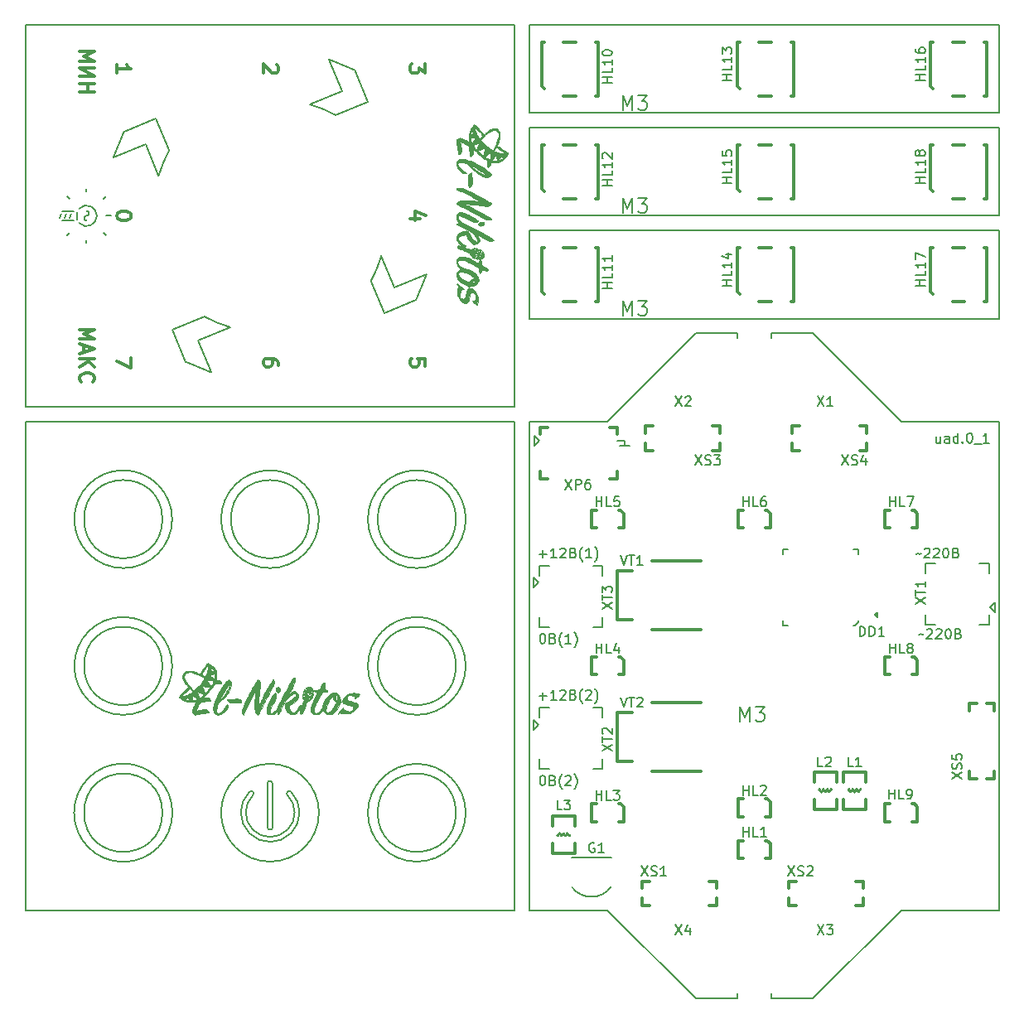
<source format=gbr>
G04 #@! TF.GenerationSoftware,KiCad,Pcbnew,(5.0.0-3-g5ebb6b6)*
G04 #@! TF.CreationDate,2019-01-08T23:50:17+03:00*
G04 #@! TF.ProjectId,uad,7561642E6B696361645F706362000000,rev?*
G04 #@! TF.SameCoordinates,Original*
G04 #@! TF.FileFunction,Legend,Top*
G04 #@! TF.FilePolarity,Positive*
%FSLAX46Y46*%
G04 Gerber Fmt 4.6, Leading zero omitted, Abs format (unit mm)*
G04 Created by KiCad (PCBNEW (5.0.0-3-g5ebb6b6)) date *
%MOMM*%
%LPD*%
G01*
G04 APERTURE LIST*
%ADD10C,0.200000*%
%ADD11C,0.300000*%
%ADD12C,0.010000*%
%ADD13C,0.150000*%
G04 APERTURE END LIST*
D10*
X121750000Y-47000000D02*
X169750000Y-47000000D01*
X121750000Y-56000000D02*
X169750000Y-56000000D01*
X121750000Y-47000000D02*
X121750000Y-56000000D01*
X169750000Y-56000000D02*
X169750000Y-47000000D01*
X146500000Y-146500000D02*
X150750000Y-146500000D01*
X143000000Y-146500000D02*
X138750000Y-146500000D01*
X138750000Y-146500000D02*
X129750000Y-137500000D01*
X159750000Y-137500000D02*
X150750000Y-146500000D01*
X138750000Y-78500000D02*
X129750000Y-87500000D01*
X159750000Y-87500000D02*
X150750000Y-78500000D01*
X143000000Y-78500000D02*
X138750000Y-78500000D01*
X143000000Y-79000000D02*
X143000000Y-78500000D01*
X146500000Y-78500000D02*
X150750000Y-78500000D01*
X146500000Y-79000000D02*
X146500000Y-78500000D01*
X70250000Y-86000000D02*
X70250000Y-47000000D01*
X120250000Y-47000000D02*
X70250000Y-47000000D01*
X120250000Y-86000000D02*
X70250000Y-86000000D01*
X163738095Y-89035714D02*
X163738095Y-89702380D01*
X163309523Y-89035714D02*
X163309523Y-89559523D01*
X163357142Y-89654761D01*
X163452380Y-89702380D01*
X163595238Y-89702380D01*
X163690476Y-89654761D01*
X163738095Y-89607142D01*
X164642857Y-89702380D02*
X164642857Y-89178571D01*
X164595238Y-89083333D01*
X164500000Y-89035714D01*
X164309523Y-89035714D01*
X164214285Y-89083333D01*
X164642857Y-89654761D02*
X164547619Y-89702380D01*
X164309523Y-89702380D01*
X164214285Y-89654761D01*
X164166666Y-89559523D01*
X164166666Y-89464285D01*
X164214285Y-89369047D01*
X164309523Y-89321428D01*
X164547619Y-89321428D01*
X164642857Y-89273809D01*
X165547619Y-89702380D02*
X165547619Y-88702380D01*
X165547619Y-89654761D02*
X165452380Y-89702380D01*
X165261904Y-89702380D01*
X165166666Y-89654761D01*
X165119047Y-89607142D01*
X165071428Y-89511904D01*
X165071428Y-89226190D01*
X165119047Y-89130952D01*
X165166666Y-89083333D01*
X165261904Y-89035714D01*
X165452380Y-89035714D01*
X165547619Y-89083333D01*
X166023809Y-89607142D02*
X166071428Y-89654761D01*
X166023809Y-89702380D01*
X165976190Y-89654761D01*
X166023809Y-89607142D01*
X166023809Y-89702380D01*
X166690476Y-88702380D02*
X166785714Y-88702380D01*
X166880952Y-88750000D01*
X166928571Y-88797619D01*
X166976190Y-88892857D01*
X167023809Y-89083333D01*
X167023809Y-89321428D01*
X166976190Y-89511904D01*
X166928571Y-89607142D01*
X166880952Y-89654761D01*
X166785714Y-89702380D01*
X166690476Y-89702380D01*
X166595238Y-89654761D01*
X166547619Y-89607142D01*
X166500000Y-89511904D01*
X166452380Y-89321428D01*
X166452380Y-89083333D01*
X166500000Y-88892857D01*
X166547619Y-88797619D01*
X166595238Y-88750000D01*
X166690476Y-88702380D01*
X167214285Y-89797619D02*
X167976190Y-89797619D01*
X168738095Y-89702380D02*
X168166666Y-89702380D01*
X168452380Y-89702380D02*
X168452380Y-88702380D01*
X168357142Y-88845238D01*
X168261904Y-88940476D01*
X168166666Y-88988095D01*
X121750000Y-68000000D02*
X169750000Y-68000000D01*
X121750000Y-66500000D02*
X169750000Y-66500000D01*
X121750000Y-77000000D02*
X169750000Y-77000000D01*
X121750000Y-57500000D02*
X121750000Y-66500000D01*
X121750000Y-68000000D02*
X121750000Y-77000000D01*
X120250000Y-86000000D02*
X120250000Y-47000000D01*
X121750000Y-137500000D02*
X121750000Y-87500000D01*
X120250000Y-137500000D02*
X120250000Y-87500000D01*
X120250000Y-87500000D02*
X70250000Y-87500000D01*
X120250000Y-137500000D02*
X70250000Y-137500000D01*
X121750000Y-57500000D02*
X169750000Y-57500000D01*
X169750000Y-66500000D02*
X169750000Y-57500000D01*
X169750000Y-77000000D02*
X169750000Y-68000000D01*
X78500000Y-66500000D02*
X79000000Y-66500000D01*
D11*
X110571427Y-66785714D02*
X109571427Y-66785714D01*
X111142856Y-66428571D02*
X110071427Y-66071428D01*
X110071427Y-67000000D01*
D10*
X75150000Y-67000001D02*
X73999999Y-67000000D01*
X107983593Y-73852989D02*
X106630602Y-70586583D01*
X105216116Y-54848800D02*
X101949709Y-56201790D01*
D11*
X75821427Y-49678571D02*
X77321427Y-49678571D01*
X76249999Y-50178571D01*
X77321427Y-50678571D01*
X75821427Y-50678571D01*
X77321427Y-51392857D02*
X75821427Y-51392857D01*
X77321427Y-52250000D01*
X75821427Y-52250000D01*
X75821427Y-52964285D02*
X77321427Y-52964285D01*
X76607141Y-52964285D02*
X76607141Y-53821428D01*
X75821427Y-53821428D02*
X77321427Y-53821428D01*
D10*
X103863126Y-51582391D02*
X105216116Y-54848800D01*
X110167608Y-75113125D02*
X106901200Y-76466116D01*
X101249999Y-50500000D02*
X102602988Y-53766407D01*
X83598800Y-56533884D02*
X84951790Y-59800291D01*
X99336583Y-55119397D02*
G75*
G02X101949709Y-56201790I-3564203J-12300262D01*
G01*
X106901200Y-76466116D02*
X105548210Y-73199709D01*
X82516407Y-59147011D02*
X83869398Y-62413417D01*
X79249999Y-60500002D02*
X82516407Y-59147011D01*
X111250000Y-72500000D02*
X107983593Y-73852989D01*
X80332391Y-57886874D02*
X83598800Y-56533884D01*
X106630602Y-70586583D02*
G75*
G02X105548210Y-73199709I-12300262J3564202D01*
G01*
X83869398Y-62413417D02*
G75*
G02X84951790Y-59800291I12300263J-3564202D01*
G01*
X79249999Y-60500000D02*
G75*
G02X80332391Y-57886874I16873235J-5458389D01*
G01*
X101250000Y-50499998D02*
G75*
G02X103863126Y-51582391I-5458391J-16873235D01*
G01*
X102602988Y-53766407D02*
X99336585Y-55119398D01*
X75150000Y-66000000D02*
X74000000Y-66000000D01*
X74750001Y-64750000D02*
X74500000Y-64500000D01*
X74950000Y-66300000D02*
X74750000Y-66700000D01*
X78249999Y-64750000D02*
X78500000Y-64500001D01*
X76499994Y-66000000D02*
G75*
G02X76500002Y-66499998I4J-249999D01*
G01*
D11*
X111071428Y-51000000D02*
X111071428Y-51928571D01*
X110500000Y-51428571D01*
X110500000Y-51642857D01*
X110428571Y-51785714D01*
X110357142Y-51857142D01*
X110214285Y-51928571D01*
X109857142Y-51928571D01*
X109714285Y-51857142D01*
X109642857Y-51785714D01*
X109571428Y-51642857D01*
X109571428Y-51214285D01*
X109642857Y-51071428D01*
X109714285Y-51000000D01*
D10*
X75750001Y-65749999D02*
G75*
G02X75750003Y-67249999I750001J-749999D01*
G01*
X86636876Y-81417608D02*
X85283884Y-78151200D01*
X85283884Y-78151200D02*
X88550291Y-76798210D01*
X89250002Y-82500000D02*
G75*
G02X86636876Y-81417608I5458387J16873233D01*
G01*
X89250000Y-82500001D02*
X87897010Y-79233592D01*
X87897010Y-79233592D02*
X91163417Y-77880602D01*
X91163417Y-77880602D02*
G75*
G02X88550291Y-76798210I3564202J12300263D01*
G01*
D11*
X75821428Y-78107142D02*
X77321428Y-78107142D01*
X76250000Y-78607142D01*
X77321428Y-79107142D01*
X75821428Y-79107142D01*
X76250000Y-79750000D02*
X76250000Y-80464285D01*
X75821428Y-79607142D02*
X77321428Y-80107142D01*
X75821428Y-80607142D01*
X75821428Y-81107142D02*
X77321428Y-81107142D01*
X75821428Y-81964285D02*
X76678571Y-81321428D01*
X77321428Y-81964285D02*
X76464285Y-81107142D01*
X75964285Y-83464285D02*
X75892857Y-83392857D01*
X75821428Y-83178571D01*
X75821428Y-83035714D01*
X75892857Y-82821428D01*
X76035714Y-82678571D01*
X76178571Y-82607142D01*
X76464285Y-82535714D01*
X76678571Y-82535714D01*
X76964285Y-82607142D01*
X77107142Y-82678571D01*
X77250000Y-82821428D01*
X77321428Y-83035714D01*
X77321428Y-83178571D01*
X77250000Y-83392857D01*
X77178571Y-83464285D01*
X95928571Y-51071428D02*
X96000000Y-51142857D01*
X96071428Y-51285714D01*
X96071428Y-51642857D01*
X96000000Y-51785714D01*
X95928571Y-51857142D01*
X95785714Y-51928571D01*
X95642857Y-51928571D01*
X95428571Y-51857142D01*
X94571428Y-51000000D01*
X94571428Y-51928571D01*
X111071428Y-81857143D02*
X111071428Y-81142858D01*
X110357142Y-81071429D01*
X110428571Y-81142858D01*
X110500000Y-81285715D01*
X110500000Y-81642858D01*
X110428571Y-81785715D01*
X110357142Y-81857143D01*
X110214285Y-81928572D01*
X109857142Y-81928572D01*
X109714285Y-81857143D01*
X109642857Y-81785715D01*
X109571428Y-81642858D01*
X109571428Y-81285715D01*
X109642857Y-81142858D01*
X109714285Y-81071429D01*
D10*
X76499998Y-69000002D02*
X76500000Y-69250000D01*
X74750000Y-68250000D02*
X74500002Y-68500002D01*
X75550000Y-66100000D02*
X75550000Y-66900000D01*
D11*
X81071427Y-66428571D02*
X81071427Y-66571428D01*
X80999999Y-66714285D01*
X80928570Y-66785714D01*
X80785713Y-66857142D01*
X80499999Y-66928571D01*
X80142856Y-66928571D01*
X79857141Y-66857142D01*
X79714284Y-66785714D01*
X79642856Y-66714285D01*
X79571427Y-66571428D01*
X79571427Y-66428571D01*
X79642856Y-66285714D01*
X79714284Y-66214285D01*
X79857141Y-66142857D01*
X80142856Y-66071428D01*
X80499999Y-66071428D01*
X80785713Y-66142857D01*
X80928570Y-66214285D01*
X80999999Y-66285714D01*
X81071427Y-66428571D01*
D10*
X73950000Y-66299999D02*
X73750000Y-66700000D01*
D11*
X96071428Y-81785715D02*
X96071428Y-81500001D01*
X96000000Y-81357143D01*
X95928571Y-81285715D01*
X95714285Y-81142858D01*
X95428571Y-81071429D01*
X94857142Y-81071429D01*
X94714285Y-81142858D01*
X94642857Y-81214286D01*
X94571428Y-81357143D01*
X94571428Y-81642858D01*
X94642857Y-81785715D01*
X94714285Y-81857143D01*
X94857142Y-81928572D01*
X95214285Y-81928572D01*
X95357142Y-81857143D01*
X95428571Y-81785715D01*
X95500000Y-81642858D01*
X95500000Y-81357143D01*
X95428571Y-81214286D01*
X95357142Y-81142858D01*
X95214285Y-81071429D01*
D10*
X78249998Y-68250000D02*
X78499999Y-68500000D01*
D11*
X79571428Y-51928572D02*
X79571428Y-51071429D01*
X79571428Y-51500001D02*
X81071428Y-51500001D01*
X80857142Y-51357143D01*
X80714285Y-51214286D01*
X80642857Y-51071429D01*
D10*
X74450000Y-66299999D02*
X74250000Y-66700000D01*
X76499999Y-64000000D02*
X76499999Y-63750001D01*
X111250000Y-72499999D02*
G75*
G02X110167608Y-75113125I-16873233J5458388D01*
G01*
D11*
X81071428Y-81000000D02*
X81071428Y-82000000D01*
X79571428Y-81357142D01*
D10*
X76499998Y-67000002D02*
G75*
G02X76500002Y-66499998I2J250002D01*
G01*
X123059523Y-123702380D02*
X123154761Y-123702380D01*
X123250000Y-123750000D01*
X123297619Y-123797619D01*
X123345238Y-123892857D01*
X123392857Y-124083333D01*
X123392857Y-124321428D01*
X123345238Y-124511904D01*
X123297619Y-124607142D01*
X123250000Y-124654761D01*
X123154761Y-124702380D01*
X123059523Y-124702380D01*
X122964285Y-124654761D01*
X122916666Y-124607142D01*
X122869047Y-124511904D01*
X122821428Y-124321428D01*
X122821428Y-124083333D01*
X122869047Y-123892857D01*
X122916666Y-123797619D01*
X122964285Y-123750000D01*
X123059523Y-123702380D01*
X124154761Y-124178571D02*
X124297619Y-124226190D01*
X124345238Y-124273809D01*
X124392857Y-124369047D01*
X124392857Y-124511904D01*
X124345238Y-124607142D01*
X124297619Y-124654761D01*
X124202380Y-124702380D01*
X123821428Y-124702380D01*
X123821428Y-123702380D01*
X124154761Y-123702380D01*
X124250000Y-123750000D01*
X124297619Y-123797619D01*
X124345238Y-123892857D01*
X124345238Y-123988095D01*
X124297619Y-124083333D01*
X124250000Y-124130952D01*
X124154761Y-124178571D01*
X123821428Y-124178571D01*
X125107142Y-125083333D02*
X125059523Y-125035714D01*
X124964285Y-124892857D01*
X124916666Y-124797619D01*
X124869047Y-124654761D01*
X124821428Y-124416666D01*
X124821428Y-124226190D01*
X124869047Y-123988095D01*
X124916666Y-123845238D01*
X124964285Y-123750000D01*
X125059523Y-123607142D01*
X125107142Y-123559523D01*
X125440476Y-123797619D02*
X125488095Y-123750000D01*
X125583333Y-123702380D01*
X125821428Y-123702380D01*
X125916666Y-123750000D01*
X125964285Y-123797619D01*
X126011904Y-123892857D01*
X126011904Y-123988095D01*
X125964285Y-124130952D01*
X125392857Y-124702380D01*
X126011904Y-124702380D01*
X126345238Y-125083333D02*
X126392857Y-125035714D01*
X126488095Y-124892857D01*
X126535714Y-124797619D01*
X126583333Y-124654761D01*
X126630952Y-124416666D01*
X126630952Y-124226190D01*
X126583333Y-123988095D01*
X126535714Y-123845238D01*
X126488095Y-123750000D01*
X126392857Y-123607142D01*
X126345238Y-123559523D01*
X123059523Y-109202380D02*
X123154761Y-109202380D01*
X123250000Y-109250000D01*
X123297619Y-109297619D01*
X123345238Y-109392857D01*
X123392857Y-109583333D01*
X123392857Y-109821428D01*
X123345238Y-110011904D01*
X123297619Y-110107142D01*
X123250000Y-110154761D01*
X123154761Y-110202380D01*
X123059523Y-110202380D01*
X122964285Y-110154761D01*
X122916666Y-110107142D01*
X122869047Y-110011904D01*
X122821428Y-109821428D01*
X122821428Y-109583333D01*
X122869047Y-109392857D01*
X122916666Y-109297619D01*
X122964285Y-109250000D01*
X123059523Y-109202380D01*
X124154761Y-109678571D02*
X124297619Y-109726190D01*
X124345238Y-109773809D01*
X124392857Y-109869047D01*
X124392857Y-110011904D01*
X124345238Y-110107142D01*
X124297619Y-110154761D01*
X124202380Y-110202380D01*
X123821428Y-110202380D01*
X123821428Y-109202380D01*
X124154761Y-109202380D01*
X124250000Y-109250000D01*
X124297619Y-109297619D01*
X124345238Y-109392857D01*
X124345238Y-109488095D01*
X124297619Y-109583333D01*
X124250000Y-109630952D01*
X124154761Y-109678571D01*
X123821428Y-109678571D01*
X125107142Y-110583333D02*
X125059523Y-110535714D01*
X124964285Y-110392857D01*
X124916666Y-110297619D01*
X124869047Y-110154761D01*
X124821428Y-109916666D01*
X124821428Y-109726190D01*
X124869047Y-109488095D01*
X124916666Y-109345238D01*
X124964285Y-109250000D01*
X125059523Y-109107142D01*
X125107142Y-109059523D01*
X126011904Y-110202380D02*
X125440476Y-110202380D01*
X125726190Y-110202380D02*
X125726190Y-109202380D01*
X125630952Y-109345238D01*
X125535714Y-109440476D01*
X125440476Y-109488095D01*
X126345238Y-110583333D02*
X126392857Y-110535714D01*
X126488095Y-110392857D01*
X126535714Y-110297619D01*
X126583333Y-110154761D01*
X126630952Y-109916666D01*
X126630952Y-109726190D01*
X126583333Y-109488095D01*
X126535714Y-109345238D01*
X126488095Y-109250000D01*
X126392857Y-109107142D01*
X126345238Y-109059523D01*
X122773809Y-115571428D02*
X123535714Y-115571428D01*
X123154761Y-115952380D02*
X123154761Y-115190476D01*
X124535714Y-115952380D02*
X123964285Y-115952380D01*
X124250000Y-115952380D02*
X124250000Y-114952380D01*
X124154761Y-115095238D01*
X124059523Y-115190476D01*
X123964285Y-115238095D01*
X124916666Y-115047619D02*
X124964285Y-115000000D01*
X125059523Y-114952380D01*
X125297619Y-114952380D01*
X125392857Y-115000000D01*
X125440476Y-115047619D01*
X125488095Y-115142857D01*
X125488095Y-115238095D01*
X125440476Y-115380952D01*
X124869047Y-115952380D01*
X125488095Y-115952380D01*
X126250000Y-115428571D02*
X126392857Y-115476190D01*
X126440476Y-115523809D01*
X126488095Y-115619047D01*
X126488095Y-115761904D01*
X126440476Y-115857142D01*
X126392857Y-115904761D01*
X126297619Y-115952380D01*
X125916666Y-115952380D01*
X125916666Y-114952380D01*
X126250000Y-114952380D01*
X126345238Y-115000000D01*
X126392857Y-115047619D01*
X126440476Y-115142857D01*
X126440476Y-115238095D01*
X126392857Y-115333333D01*
X126345238Y-115380952D01*
X126250000Y-115428571D01*
X125916666Y-115428571D01*
X127202380Y-116333333D02*
X127154761Y-116285714D01*
X127059523Y-116142857D01*
X127011904Y-116047619D01*
X126964285Y-115904761D01*
X126916666Y-115666666D01*
X126916666Y-115476190D01*
X126964285Y-115238095D01*
X127011904Y-115095238D01*
X127059523Y-115000000D01*
X127154761Y-114857142D01*
X127202380Y-114809523D01*
X127535714Y-115047619D02*
X127583333Y-115000000D01*
X127678571Y-114952380D01*
X127916666Y-114952380D01*
X128011904Y-115000000D01*
X128059523Y-115047619D01*
X128107142Y-115142857D01*
X128107142Y-115238095D01*
X128059523Y-115380952D01*
X127488095Y-115952380D01*
X128107142Y-115952380D01*
X128440476Y-116333333D02*
X128488095Y-116285714D01*
X128583333Y-116142857D01*
X128630952Y-116047619D01*
X128678571Y-115904761D01*
X128726190Y-115666666D01*
X128726190Y-115476190D01*
X128678571Y-115238095D01*
X128630952Y-115095238D01*
X128583333Y-115000000D01*
X128488095Y-114857142D01*
X128440476Y-114809523D01*
X122773809Y-101071428D02*
X123535714Y-101071428D01*
X123154761Y-101452380D02*
X123154761Y-100690476D01*
X124535714Y-101452380D02*
X123964285Y-101452380D01*
X124250000Y-101452380D02*
X124250000Y-100452380D01*
X124154761Y-100595238D01*
X124059523Y-100690476D01*
X123964285Y-100738095D01*
X124916666Y-100547619D02*
X124964285Y-100500000D01*
X125059523Y-100452380D01*
X125297619Y-100452380D01*
X125392857Y-100500000D01*
X125440476Y-100547619D01*
X125488095Y-100642857D01*
X125488095Y-100738095D01*
X125440476Y-100880952D01*
X124869047Y-101452380D01*
X125488095Y-101452380D01*
X126250000Y-100928571D02*
X126392857Y-100976190D01*
X126440476Y-101023809D01*
X126488095Y-101119047D01*
X126488095Y-101261904D01*
X126440476Y-101357142D01*
X126392857Y-101404761D01*
X126297619Y-101452380D01*
X125916666Y-101452380D01*
X125916666Y-100452380D01*
X126250000Y-100452380D01*
X126345238Y-100500000D01*
X126392857Y-100547619D01*
X126440476Y-100642857D01*
X126440476Y-100738095D01*
X126392857Y-100833333D01*
X126345238Y-100880952D01*
X126250000Y-100928571D01*
X125916666Y-100928571D01*
X127202380Y-101833333D02*
X127154761Y-101785714D01*
X127059523Y-101642857D01*
X127011904Y-101547619D01*
X126964285Y-101404761D01*
X126916666Y-101166666D01*
X126916666Y-100976190D01*
X126964285Y-100738095D01*
X127011904Y-100595238D01*
X127059523Y-100500000D01*
X127154761Y-100357142D01*
X127202380Y-100309523D01*
X128107142Y-101452380D02*
X127535714Y-101452380D01*
X127821428Y-101452380D02*
X127821428Y-100452380D01*
X127726190Y-100595238D01*
X127630952Y-100690476D01*
X127535714Y-100738095D01*
X128440476Y-101833333D02*
X128488095Y-101785714D01*
X128583333Y-101642857D01*
X128630952Y-101547619D01*
X128678571Y-101404761D01*
X128726190Y-101166666D01*
X128726190Y-100976190D01*
X128678571Y-100738095D01*
X128630952Y-100595238D01*
X128583333Y-100500000D01*
X128488095Y-100357142D01*
X128440476Y-100309523D01*
X161559523Y-109321428D02*
X161607142Y-109273809D01*
X161702380Y-109226190D01*
X161892857Y-109321428D01*
X161988095Y-109273809D01*
X162035714Y-109226190D01*
X162369047Y-108797619D02*
X162416666Y-108750000D01*
X162511904Y-108702380D01*
X162750000Y-108702380D01*
X162845238Y-108750000D01*
X162892857Y-108797619D01*
X162940476Y-108892857D01*
X162940476Y-108988095D01*
X162892857Y-109130952D01*
X162321428Y-109702380D01*
X162940476Y-109702380D01*
X163321428Y-108797619D02*
X163369047Y-108750000D01*
X163464285Y-108702380D01*
X163702380Y-108702380D01*
X163797619Y-108750000D01*
X163845238Y-108797619D01*
X163892857Y-108892857D01*
X163892857Y-108988095D01*
X163845238Y-109130952D01*
X163273809Y-109702380D01*
X163892857Y-109702380D01*
X164511904Y-108702380D02*
X164607142Y-108702380D01*
X164702380Y-108750000D01*
X164750000Y-108797619D01*
X164797619Y-108892857D01*
X164845238Y-109083333D01*
X164845238Y-109321428D01*
X164797619Y-109511904D01*
X164750000Y-109607142D01*
X164702380Y-109654761D01*
X164607142Y-109702380D01*
X164511904Y-109702380D01*
X164416666Y-109654761D01*
X164369047Y-109607142D01*
X164321428Y-109511904D01*
X164273809Y-109321428D01*
X164273809Y-109083333D01*
X164321428Y-108892857D01*
X164369047Y-108797619D01*
X164416666Y-108750000D01*
X164511904Y-108702380D01*
X165607142Y-109178571D02*
X165750000Y-109226190D01*
X165797619Y-109273809D01*
X165845238Y-109369047D01*
X165845238Y-109511904D01*
X165797619Y-109607142D01*
X165750000Y-109654761D01*
X165654761Y-109702380D01*
X165273809Y-109702380D01*
X165273809Y-108702380D01*
X165607142Y-108702380D01*
X165702380Y-108750000D01*
X165750000Y-108797619D01*
X165797619Y-108892857D01*
X165797619Y-108988095D01*
X165750000Y-109083333D01*
X165702380Y-109130952D01*
X165607142Y-109178571D01*
X165273809Y-109178571D01*
X161309523Y-101071428D02*
X161357142Y-101023809D01*
X161452380Y-100976190D01*
X161642857Y-101071428D01*
X161738095Y-101023809D01*
X161785714Y-100976190D01*
X162119047Y-100547619D02*
X162166666Y-100500000D01*
X162261904Y-100452380D01*
X162500000Y-100452380D01*
X162595238Y-100500000D01*
X162642857Y-100547619D01*
X162690476Y-100642857D01*
X162690476Y-100738095D01*
X162642857Y-100880952D01*
X162071428Y-101452380D01*
X162690476Y-101452380D01*
X163071428Y-100547619D02*
X163119047Y-100500000D01*
X163214285Y-100452380D01*
X163452380Y-100452380D01*
X163547619Y-100500000D01*
X163595238Y-100547619D01*
X163642857Y-100642857D01*
X163642857Y-100738095D01*
X163595238Y-100880952D01*
X163023809Y-101452380D01*
X163642857Y-101452380D01*
X164261904Y-100452380D02*
X164357142Y-100452380D01*
X164452380Y-100500000D01*
X164500000Y-100547619D01*
X164547619Y-100642857D01*
X164595238Y-100833333D01*
X164595238Y-101071428D01*
X164547619Y-101261904D01*
X164500000Y-101357142D01*
X164452380Y-101404761D01*
X164357142Y-101452380D01*
X164261904Y-101452380D01*
X164166666Y-101404761D01*
X164119047Y-101357142D01*
X164071428Y-101261904D01*
X164023809Y-101071428D01*
X164023809Y-100833333D01*
X164071428Y-100642857D01*
X164119047Y-100547619D01*
X164166666Y-100500000D01*
X164261904Y-100452380D01*
X165357142Y-100928571D02*
X165500000Y-100976190D01*
X165547619Y-101023809D01*
X165595238Y-101119047D01*
X165595238Y-101261904D01*
X165547619Y-101357142D01*
X165500000Y-101404761D01*
X165404761Y-101452380D01*
X165023809Y-101452380D01*
X165023809Y-100452380D01*
X165357142Y-100452380D01*
X165452380Y-100500000D01*
X165500000Y-100547619D01*
X165547619Y-100642857D01*
X165547619Y-100738095D01*
X165500000Y-100833333D01*
X165452380Y-100880952D01*
X165357142Y-100928571D01*
X165023809Y-100928571D01*
X131000000Y-90000000D02*
X132000000Y-90000000D01*
X131500000Y-89500000D02*
X131500000Y-90000000D01*
X130750000Y-89500000D02*
X131500000Y-89500000D01*
X122250000Y-90000000D02*
X122750000Y-89500000D01*
X122250000Y-89000000D02*
X122250000Y-90000000D01*
X122500000Y-89250000D02*
X122250000Y-89000000D01*
X122750000Y-89500000D02*
X122500000Y-89250000D01*
X121750000Y-87500000D02*
X129750000Y-87500000D01*
X159750000Y-87500000D02*
X169750000Y-87500000D01*
X159750000Y-137500000D02*
X169750000Y-137500000D01*
X169750000Y-87500000D02*
X169750000Y-137500000D01*
X129750000Y-137500000D02*
X121750000Y-137500000D01*
X143000000Y-146000000D02*
X143000000Y-146500000D01*
X146500000Y-146000000D02*
X146500000Y-146500000D01*
X95500000Y-124500000D02*
X95500000Y-129000000D01*
X95000000Y-124500000D02*
X95000000Y-129000000D01*
X95500000Y-129000000D02*
G75*
G02X95000000Y-129000000I-250000J0D01*
G01*
X95000000Y-124500000D02*
G75*
G02X95500000Y-124500000I250000J0D01*
G01*
X93146447Y-125360913D02*
G75*
G02X93500001Y-125714467I176777J-176777D01*
G01*
X97035533Y-125714467D02*
G75*
G02X97389087Y-125360913I176777J176777D01*
G01*
X97389087Y-125360913D02*
G75*
G02X97389087Y-129603553I-2121320J-2121320D01*
G01*
X97389087Y-129603553D02*
G75*
G02X93146447Y-129603553I-2121320J2121320D01*
G01*
X97035534Y-129250000D02*
G75*
G02X93500000Y-129250000I-1767767J1767767D01*
G01*
X93146446Y-129603555D02*
G75*
G02X93146446Y-125360913I2121321J2121321D01*
G01*
X93500000Y-129250000D02*
G75*
G02X93500001Y-125714467I1767767J1767766D01*
G01*
X97035534Y-125714466D02*
G75*
G02X97035534Y-129250000I-1767767J-1767767D01*
G01*
X114250000Y-127500000D02*
G75*
G03X114250000Y-127500000I-4000000J0D01*
G01*
X115250000Y-127500000D02*
G75*
G03X115250000Y-127500000I-5000000J0D01*
G01*
X100250000Y-127500000D02*
G75*
G03X100250000Y-127500000I-5000000J0D01*
G01*
X84250000Y-127500000D02*
G75*
G03X84250000Y-127500000I-4000000J0D01*
G01*
X85274938Y-127500000D02*
G75*
G03X85274938Y-127500000I-5024938J0D01*
G01*
X84250000Y-112500000D02*
G75*
G03X84250000Y-112500000I-4000000J0D01*
G01*
X85250000Y-112500000D02*
G75*
G03X85250000Y-112500000I-5000000J0D01*
G01*
X114250000Y-112500000D02*
G75*
G03X114250000Y-112500000I-4000000J0D01*
G01*
X115250000Y-112500000D02*
G75*
G03X115250000Y-112500000I-5000000J0D01*
G01*
X114250000Y-97500000D02*
G75*
G03X114250000Y-97500000I-4000000J0D01*
G01*
X115250000Y-97500000D02*
G75*
G03X115250000Y-97500000I-5000000J0D01*
G01*
X99250000Y-97500000D02*
G75*
G03X99250000Y-97500000I-4000000J0D01*
G01*
X100250000Y-97500000D02*
G75*
G03X100250000Y-97500000I-5000000J0D01*
G01*
X84250000Y-97500000D02*
G75*
G03X84250000Y-97500000I-4000000J0D01*
G01*
X85250000Y-97500000D02*
G75*
G03X85250000Y-97500000I-5000000J0D01*
G01*
X70250000Y-137500000D02*
X70250000Y-87500000D01*
D11*
G04 #@! TO.C,HL13*
X148500000Y-54250000D02*
X148750000Y-54250000D01*
X148500000Y-48750000D02*
X148750000Y-48750000D01*
X143250000Y-48750000D02*
X143000000Y-48750000D01*
X143000000Y-53250000D02*
X143250000Y-53500000D01*
X148750000Y-54250000D02*
X148750000Y-48750000D01*
X143000000Y-53250000D02*
X143000000Y-48750000D01*
X145250000Y-48750000D02*
X146500000Y-48750000D01*
X145250000Y-54250000D02*
X146500000Y-54250000D01*
G04 #@! TO.C,HL16*
X168250000Y-54250000D02*
X168500000Y-54250000D01*
X168250000Y-48750000D02*
X168500000Y-48750000D01*
X163000000Y-48750000D02*
X162750000Y-48750000D01*
X162750000Y-53250000D02*
X163000000Y-53500000D01*
X168500000Y-54250000D02*
X168500000Y-48750000D01*
X162750000Y-53250000D02*
X162750000Y-48750000D01*
X165000000Y-48750000D02*
X166250000Y-48750000D01*
X165000000Y-54250000D02*
X166250000Y-54250000D01*
G04 #@! TO.C,HL10*
X125250000Y-54250000D02*
X126500000Y-54250000D01*
X125250000Y-48750000D02*
X126500000Y-48750000D01*
X123000000Y-53250000D02*
X123000000Y-48750000D01*
X128750000Y-54250000D02*
X128750000Y-48750000D01*
X123000000Y-53250000D02*
X123250000Y-53500000D01*
X123250000Y-48750000D02*
X123000000Y-48750000D01*
X128500000Y-48750000D02*
X128750000Y-48750000D01*
X128500000Y-54250000D02*
X128750000Y-54250000D01*
G04 #@! TO.C,HL12*
X128500000Y-64750000D02*
X128750000Y-64750000D01*
X128500000Y-59250000D02*
X128750000Y-59250000D01*
X123250000Y-59250000D02*
X123000000Y-59250000D01*
X123000000Y-63750000D02*
X123250000Y-64000000D01*
X128750000Y-64750000D02*
X128750000Y-59250000D01*
X123000000Y-63750000D02*
X123000000Y-59250000D01*
X125250000Y-59250000D02*
X126500000Y-59250000D01*
X125250000Y-64750000D02*
X126500000Y-64750000D01*
G04 #@! TO.C,HL15*
X145250000Y-64750000D02*
X146500000Y-64750000D01*
X145250000Y-59250000D02*
X146500000Y-59250000D01*
X143000000Y-63750000D02*
X143000000Y-59250000D01*
X148750000Y-64750000D02*
X148750000Y-59250000D01*
X143000000Y-63750000D02*
X143250000Y-64000000D01*
X143250000Y-59250000D02*
X143000000Y-59250000D01*
X148500000Y-59250000D02*
X148750000Y-59250000D01*
X148500000Y-64750000D02*
X148750000Y-64750000D01*
G04 #@! TO.C,HL18*
X165000000Y-64750000D02*
X166250000Y-64750000D01*
X165000000Y-59250000D02*
X166250000Y-59250000D01*
X162750000Y-63750000D02*
X162750000Y-59250000D01*
X168500000Y-64750000D02*
X168500000Y-59250000D01*
X162750000Y-63750000D02*
X163000000Y-64000000D01*
X163000000Y-59250000D02*
X162750000Y-59250000D01*
X168250000Y-59250000D02*
X168500000Y-59250000D01*
X168250000Y-64750000D02*
X168500000Y-64750000D01*
D12*
G04 #@! TO.C,G\002A\002A\002A*
G36*
X117079960Y-70635038D02*
X117012442Y-70750004D01*
X116896053Y-70839015D01*
X116857998Y-70858207D01*
X116754598Y-70899711D01*
X116667082Y-70922803D01*
X116607118Y-70925441D01*
X116586362Y-70905723D01*
X116598749Y-70871235D01*
X116629517Y-70801547D01*
X116670337Y-70715223D01*
X116722926Y-70601987D01*
X116783150Y-70464886D01*
X116838367Y-70332732D01*
X116840622Y-70327137D01*
X116883465Y-70229504D01*
X116921568Y-70158419D01*
X116948661Y-70125030D01*
X116954606Y-70124441D01*
X116996067Y-70172339D01*
X117039232Y-70255826D01*
X117076039Y-70354893D01*
X117098427Y-70449536D01*
X117101695Y-70489445D01*
X117079960Y-70635038D01*
X117079960Y-70635038D01*
G37*
X117079960Y-70635038D02*
X117012442Y-70750004D01*
X116896053Y-70839015D01*
X116857998Y-70858207D01*
X116754598Y-70899711D01*
X116667082Y-70922803D01*
X116607118Y-70925441D01*
X116586362Y-70905723D01*
X116598749Y-70871235D01*
X116629517Y-70801547D01*
X116670337Y-70715223D01*
X116722926Y-70601987D01*
X116783150Y-70464886D01*
X116838367Y-70332732D01*
X116840622Y-70327137D01*
X116883465Y-70229504D01*
X116921568Y-70158419D01*
X116948661Y-70125030D01*
X116954606Y-70124441D01*
X116996067Y-70172339D01*
X117039232Y-70255826D01*
X117076039Y-70354893D01*
X117098427Y-70449536D01*
X117101695Y-70489445D01*
X117079960Y-70635038D01*
G36*
X117079473Y-67387563D02*
X116997172Y-67468170D01*
X116887878Y-67515840D01*
X116768683Y-67528286D01*
X116656679Y-67503221D01*
X116583094Y-67453982D01*
X116534967Y-67376187D01*
X116542419Y-67293535D01*
X116605603Y-67204527D01*
X116608644Y-67201460D01*
X116700053Y-67136005D01*
X116800907Y-67104094D01*
X116901615Y-67101937D01*
X116992587Y-67125743D01*
X117064232Y-67171721D01*
X117106961Y-67236081D01*
X117111184Y-67315032D01*
X117079473Y-67387563D01*
X117079473Y-67387563D01*
G37*
X117079473Y-67387563D02*
X116997172Y-67468170D01*
X116887878Y-67515840D01*
X116768683Y-67528286D01*
X116656679Y-67503221D01*
X116583094Y-67453982D01*
X116534967Y-67376187D01*
X116542419Y-67293535D01*
X116605603Y-67204527D01*
X116608644Y-67201460D01*
X116700053Y-67136005D01*
X116800907Y-67104094D01*
X116901615Y-67101937D01*
X116992587Y-67125743D01*
X117064232Y-67171721D01*
X117106961Y-67236081D01*
X117111184Y-67315032D01*
X117079473Y-67387563D01*
G36*
X116828890Y-70048935D02*
X116799839Y-70123367D01*
X116755704Y-70231842D01*
X116700094Y-70365454D01*
X116650654Y-70482389D01*
X116581130Y-70644489D01*
X116528837Y-70761651D01*
X116489472Y-70841113D01*
X116458729Y-70890112D01*
X116432307Y-70915886D01*
X116405901Y-70925673D01*
X116386341Y-70926889D01*
X116298215Y-70899437D01*
X116222130Y-70818964D01*
X116208473Y-70796358D01*
X116221293Y-70768919D01*
X116283628Y-70739513D01*
X116317099Y-70729182D01*
X116443616Y-70693759D01*
X116387142Y-70602382D01*
X116350679Y-70540204D01*
X116331519Y-70501327D01*
X116330668Y-70497636D01*
X116354930Y-70482169D01*
X116415879Y-70459189D01*
X116445358Y-70449906D01*
X116560047Y-70415544D01*
X116500169Y-70314058D01*
X116465151Y-70235393D01*
X116475510Y-70188343D01*
X116533979Y-70167542D01*
X116575947Y-70165321D01*
X116636449Y-70153136D01*
X116653404Y-70114222D01*
X116627997Y-70043307D01*
X116610429Y-70011834D01*
X116550870Y-69910889D01*
X116611504Y-69910889D01*
X116672268Y-69922105D01*
X116744068Y-69949318D01*
X116806281Y-69982880D01*
X116838284Y-70013140D01*
X116839244Y-70017447D01*
X116828890Y-70048935D01*
X116828890Y-70048935D01*
G37*
X116828890Y-70048935D02*
X116799839Y-70123367D01*
X116755704Y-70231842D01*
X116700094Y-70365454D01*
X116650654Y-70482389D01*
X116581130Y-70644489D01*
X116528837Y-70761651D01*
X116489472Y-70841113D01*
X116458729Y-70890112D01*
X116432307Y-70915886D01*
X116405901Y-70925673D01*
X116386341Y-70926889D01*
X116298215Y-70899437D01*
X116222130Y-70818964D01*
X116208473Y-70796358D01*
X116221293Y-70768919D01*
X116283628Y-70739513D01*
X116317099Y-70729182D01*
X116443616Y-70693759D01*
X116387142Y-70602382D01*
X116350679Y-70540204D01*
X116331519Y-70501327D01*
X116330668Y-70497636D01*
X116354930Y-70482169D01*
X116415879Y-70459189D01*
X116445358Y-70449906D01*
X116560047Y-70415544D01*
X116500169Y-70314058D01*
X116465151Y-70235393D01*
X116475510Y-70188343D01*
X116533979Y-70167542D01*
X116575947Y-70165321D01*
X116636449Y-70153136D01*
X116653404Y-70114222D01*
X116627997Y-70043307D01*
X116610429Y-70011834D01*
X116550870Y-69910889D01*
X116611504Y-69910889D01*
X116672268Y-69922105D01*
X116744068Y-69949318D01*
X116806281Y-69982880D01*
X116838284Y-70013140D01*
X116839244Y-70017447D01*
X116828890Y-70048935D01*
G36*
X116475398Y-70076613D02*
X116414808Y-70093484D01*
X116400912Y-70096254D01*
X116317977Y-70119329D01*
X116286966Y-70153409D01*
X116303382Y-70207912D01*
X116328883Y-70247050D01*
X116367535Y-70304798D01*
X116386668Y-70340183D01*
X116387112Y-70342494D01*
X116362552Y-70356136D01*
X116302159Y-70371982D01*
X116289325Y-70374508D01*
X116208285Y-70396874D01*
X116177161Y-70431400D01*
X116190975Y-70489818D01*
X116218656Y-70541038D01*
X116276631Y-70639299D01*
X116162539Y-70658575D01*
X116083014Y-70678111D01*
X116052768Y-70708459D01*
X116064643Y-70761233D01*
X116080135Y-70792256D01*
X116111824Y-70851468D01*
X116018900Y-70797198D01*
X115956770Y-70755170D01*
X115921174Y-70720189D01*
X115918797Y-70714964D01*
X115926361Y-70678984D01*
X115952402Y-70603252D01*
X115992586Y-70499648D01*
X116031960Y-70404778D01*
X116115261Y-70210292D01*
X116180051Y-70061927D01*
X116229509Y-69953692D01*
X116266814Y-69879598D01*
X116295147Y-69833655D01*
X116317686Y-69809873D01*
X116337611Y-69802263D01*
X116351247Y-69803260D01*
X116386609Y-69817313D01*
X116387505Y-69826609D01*
X116392426Y-69856585D01*
X116421069Y-69915616D01*
X116436894Y-69942443D01*
X116475869Y-70009062D01*
X116498054Y-70053881D01*
X116500001Y-70061108D01*
X116475398Y-70076613D01*
X116475398Y-70076613D01*
G37*
X116475398Y-70076613D02*
X116414808Y-70093484D01*
X116400912Y-70096254D01*
X116317977Y-70119329D01*
X116286966Y-70153409D01*
X116303382Y-70207912D01*
X116328883Y-70247050D01*
X116367535Y-70304798D01*
X116386668Y-70340183D01*
X116387112Y-70342494D01*
X116362552Y-70356136D01*
X116302159Y-70371982D01*
X116289325Y-70374508D01*
X116208285Y-70396874D01*
X116177161Y-70431400D01*
X116190975Y-70489818D01*
X116218656Y-70541038D01*
X116276631Y-70639299D01*
X116162539Y-70658575D01*
X116083014Y-70678111D01*
X116052768Y-70708459D01*
X116064643Y-70761233D01*
X116080135Y-70792256D01*
X116111824Y-70851468D01*
X116018900Y-70797198D01*
X115956770Y-70755170D01*
X115921174Y-70720189D01*
X115918797Y-70714964D01*
X115926361Y-70678984D01*
X115952402Y-70603252D01*
X115992586Y-70499648D01*
X116031960Y-70404778D01*
X116115261Y-70210292D01*
X116180051Y-70061927D01*
X116229509Y-69953692D01*
X116266814Y-69879598D01*
X116295147Y-69833655D01*
X116317686Y-69809873D01*
X116337611Y-69802263D01*
X116351247Y-69803260D01*
X116386609Y-69817313D01*
X116387505Y-69826609D01*
X116392426Y-69856585D01*
X116421069Y-69915616D01*
X116436894Y-69942443D01*
X116475869Y-70009062D01*
X116498054Y-70053881D01*
X116500001Y-70061108D01*
X116475398Y-70076613D01*
G36*
X115894451Y-63206088D02*
X115886790Y-63268582D01*
X115874139Y-63317667D01*
X115873924Y-63318305D01*
X115805475Y-63438501D01*
X115697855Y-63520649D01*
X115622194Y-63547526D01*
X115548721Y-63564931D01*
X115530370Y-63203077D01*
X115521867Y-63040986D01*
X115512730Y-62875963D01*
X115504125Y-62728581D01*
X115497900Y-62629556D01*
X115495316Y-62474929D01*
X115509242Y-62355036D01*
X115519169Y-62320089D01*
X115566724Y-62240769D01*
X115641550Y-62166324D01*
X115725074Y-62112119D01*
X115793248Y-62093334D01*
X115809819Y-62099310D01*
X115823298Y-62121927D01*
X115834722Y-62168216D01*
X115845130Y-62245208D01*
X115855562Y-62359934D01*
X115867057Y-62519425D01*
X115875609Y-62650723D01*
X115887698Y-62852502D01*
X115894883Y-63006612D01*
X115897141Y-63121620D01*
X115894451Y-63206088D01*
X115894451Y-63206088D01*
G37*
X115894451Y-63206088D02*
X115886790Y-63268582D01*
X115874139Y-63317667D01*
X115873924Y-63318305D01*
X115805475Y-63438501D01*
X115697855Y-63520649D01*
X115622194Y-63547526D01*
X115548721Y-63564931D01*
X115530370Y-63203077D01*
X115521867Y-63040986D01*
X115512730Y-62875963D01*
X115504125Y-62728581D01*
X115497900Y-62629556D01*
X115495316Y-62474929D01*
X115509242Y-62355036D01*
X115519169Y-62320089D01*
X115566724Y-62240769D01*
X115641550Y-62166324D01*
X115725074Y-62112119D01*
X115793248Y-62093334D01*
X115809819Y-62099310D01*
X115823298Y-62121927D01*
X115834722Y-62168216D01*
X115845130Y-62245208D01*
X115855562Y-62359934D01*
X115867057Y-62519425D01*
X115875609Y-62650723D01*
X115887698Y-62852502D01*
X115894883Y-63006612D01*
X115897141Y-63121620D01*
X115894451Y-63206088D01*
G36*
X116142879Y-69833876D02*
X116118056Y-69907783D01*
X116076212Y-70016150D01*
X116020699Y-70150599D01*
X115954871Y-70302753D01*
X115885588Y-70456607D01*
X115809957Y-70621325D01*
X115746572Y-70541833D01*
X115697610Y-70464697D01*
X115666924Y-70388215D01*
X115666447Y-70386121D01*
X115642477Y-70320221D01*
X115616243Y-70284378D01*
X115580864Y-70266757D01*
X115501207Y-70232158D01*
X115385610Y-70184036D01*
X115242409Y-70125849D01*
X115079943Y-70061053D01*
X115032446Y-70042319D01*
X114840181Y-69966613D01*
X114693624Y-69908312D01*
X114585996Y-69864052D01*
X114510521Y-69830469D01*
X114460422Y-69804200D01*
X114428920Y-69781880D01*
X114409238Y-69760146D01*
X114394600Y-69735634D01*
X114387559Y-69722245D01*
X114361908Y-69670406D01*
X114361435Y-69637387D01*
X114388513Y-69593487D01*
X114399046Y-69578502D01*
X114468675Y-69525255D01*
X114525339Y-69515778D01*
X114575442Y-69525905D01*
X114668810Y-69554216D01*
X114796434Y-69597608D01*
X114949302Y-69652981D01*
X115118404Y-69717229D01*
X115177335Y-69740284D01*
X115746971Y-69964790D01*
X115820097Y-69912803D01*
X115884145Y-69876728D01*
X115966843Y-69841851D01*
X116050354Y-69814170D01*
X116116844Y-69799680D01*
X116147325Y-69802806D01*
X116142879Y-69833876D01*
X116142879Y-69833876D01*
G37*
X116142879Y-69833876D02*
X116118056Y-69907783D01*
X116076212Y-70016150D01*
X116020699Y-70150599D01*
X115954871Y-70302753D01*
X115885588Y-70456607D01*
X115809957Y-70621325D01*
X115746572Y-70541833D01*
X115697610Y-70464697D01*
X115666924Y-70388215D01*
X115666447Y-70386121D01*
X115642477Y-70320221D01*
X115616243Y-70284378D01*
X115580864Y-70266757D01*
X115501207Y-70232158D01*
X115385610Y-70184036D01*
X115242409Y-70125849D01*
X115079943Y-70061053D01*
X115032446Y-70042319D01*
X114840181Y-69966613D01*
X114693624Y-69908312D01*
X114585996Y-69864052D01*
X114510521Y-69830469D01*
X114460422Y-69804200D01*
X114428920Y-69781880D01*
X114409238Y-69760146D01*
X114394600Y-69735634D01*
X114387559Y-69722245D01*
X114361908Y-69670406D01*
X114361435Y-69637387D01*
X114388513Y-69593487D01*
X114399046Y-69578502D01*
X114468675Y-69525255D01*
X114525339Y-69515778D01*
X114575442Y-69525905D01*
X114668810Y-69554216D01*
X114796434Y-69597608D01*
X114949302Y-69652981D01*
X115118404Y-69717229D01*
X115177335Y-69740284D01*
X115746971Y-69964790D01*
X115820097Y-69912803D01*
X115884145Y-69876728D01*
X115966843Y-69841851D01*
X116050354Y-69814170D01*
X116116844Y-69799680D01*
X116147325Y-69802806D01*
X116142879Y-69833876D01*
G36*
X116470848Y-75304002D02*
X116434304Y-75478217D01*
X116409187Y-75555454D01*
X116384292Y-75601866D01*
X116352011Y-75615851D01*
X116304739Y-75595811D01*
X116234869Y-75540145D01*
X116134795Y-75447254D01*
X116091781Y-75406183D01*
X115984996Y-75297369D01*
X115924570Y-75219217D01*
X115910100Y-75170776D01*
X115941186Y-75151093D01*
X115985362Y-75153228D01*
X116083123Y-75142009D01*
X116164936Y-75081966D01*
X116226664Y-74979470D01*
X116264172Y-74840891D01*
X116273960Y-74708667D01*
X116252255Y-74563638D01*
X116188954Y-74452731D01*
X116086978Y-74380421D01*
X116051257Y-74367508D01*
X115937652Y-74348953D01*
X115842888Y-74369835D01*
X115764110Y-74433542D01*
X115698461Y-74543460D01*
X115643088Y-74702979D01*
X115596792Y-74906736D01*
X115548429Y-75116121D01*
X115491574Y-75272817D01*
X115423160Y-75380319D01*
X115340119Y-75442123D01*
X115239385Y-75461724D01*
X115124812Y-75444518D01*
X114973662Y-75376272D01*
X114826071Y-75256205D01*
X114686311Y-75088937D01*
X114558653Y-74879088D01*
X114509607Y-74779223D01*
X114433689Y-74600462D01*
X114386345Y-74446725D01*
X114366425Y-74301800D01*
X114372777Y-74149475D01*
X114404251Y-73973536D01*
X114441761Y-73823365D01*
X114495723Y-73622111D01*
X114411306Y-73549501D01*
X114345990Y-73486172D01*
X114329026Y-73449659D01*
X114356719Y-73438667D01*
X114391945Y-73455186D01*
X114459860Y-73499710D01*
X114550723Y-73564691D01*
X114654794Y-73642580D01*
X114762332Y-73725829D01*
X114863596Y-73806889D01*
X114948847Y-73878212D01*
X115008344Y-73932250D01*
X115032346Y-73961454D01*
X115032446Y-73962325D01*
X115009142Y-73983779D01*
X114966867Y-73982748D01*
X114899979Y-73996726D01*
X114828266Y-74055435D01*
X114757830Y-74148230D01*
X114694773Y-74264467D01*
X114645200Y-74393499D01*
X114615211Y-74524683D01*
X114609112Y-74606774D01*
X114630151Y-74736494D01*
X114686649Y-74842236D01*
X114768681Y-74919999D01*
X114866319Y-74965787D01*
X114969637Y-74975598D01*
X115068709Y-74945436D01*
X115153608Y-74871301D01*
X115177308Y-74835667D01*
X115203608Y-74772079D01*
X115234841Y-74669363D01*
X115266306Y-74544008D01*
X115284025Y-74461364D01*
X115331341Y-74254933D01*
X115382088Y-74099206D01*
X115439339Y-73988444D01*
X115506166Y-73916908D01*
X115585642Y-73878860D01*
X115597455Y-73875987D01*
X115729231Y-73874782D01*
X115867192Y-73923061D01*
X116005335Y-74015198D01*
X116137656Y-74145565D01*
X116258154Y-74308533D01*
X116360826Y-74498476D01*
X116419685Y-74646848D01*
X116467285Y-74850737D01*
X116484483Y-75077955D01*
X116470848Y-75304002D01*
X116470848Y-75304002D01*
G37*
X116470848Y-75304002D02*
X116434304Y-75478217D01*
X116409187Y-75555454D01*
X116384292Y-75601866D01*
X116352011Y-75615851D01*
X116304739Y-75595811D01*
X116234869Y-75540145D01*
X116134795Y-75447254D01*
X116091781Y-75406183D01*
X115984996Y-75297369D01*
X115924570Y-75219217D01*
X115910100Y-75170776D01*
X115941186Y-75151093D01*
X115985362Y-75153228D01*
X116083123Y-75142009D01*
X116164936Y-75081966D01*
X116226664Y-74979470D01*
X116264172Y-74840891D01*
X116273960Y-74708667D01*
X116252255Y-74563638D01*
X116188954Y-74452731D01*
X116086978Y-74380421D01*
X116051257Y-74367508D01*
X115937652Y-74348953D01*
X115842888Y-74369835D01*
X115764110Y-74433542D01*
X115698461Y-74543460D01*
X115643088Y-74702979D01*
X115596792Y-74906736D01*
X115548429Y-75116121D01*
X115491574Y-75272817D01*
X115423160Y-75380319D01*
X115340119Y-75442123D01*
X115239385Y-75461724D01*
X115124812Y-75444518D01*
X114973662Y-75376272D01*
X114826071Y-75256205D01*
X114686311Y-75088937D01*
X114558653Y-74879088D01*
X114509607Y-74779223D01*
X114433689Y-74600462D01*
X114386345Y-74446725D01*
X114366425Y-74301800D01*
X114372777Y-74149475D01*
X114404251Y-73973536D01*
X114441761Y-73823365D01*
X114495723Y-73622111D01*
X114411306Y-73549501D01*
X114345990Y-73486172D01*
X114329026Y-73449659D01*
X114356719Y-73438667D01*
X114391945Y-73455186D01*
X114459860Y-73499710D01*
X114550723Y-73564691D01*
X114654794Y-73642580D01*
X114762332Y-73725829D01*
X114863596Y-73806889D01*
X114948847Y-73878212D01*
X115008344Y-73932250D01*
X115032346Y-73961454D01*
X115032446Y-73962325D01*
X115009142Y-73983779D01*
X114966867Y-73982748D01*
X114899979Y-73996726D01*
X114828266Y-74055435D01*
X114757830Y-74148230D01*
X114694773Y-74264467D01*
X114645200Y-74393499D01*
X114615211Y-74524683D01*
X114609112Y-74606774D01*
X114630151Y-74736494D01*
X114686649Y-74842236D01*
X114768681Y-74919999D01*
X114866319Y-74965787D01*
X114969637Y-74975598D01*
X115068709Y-74945436D01*
X115153608Y-74871301D01*
X115177308Y-74835667D01*
X115203608Y-74772079D01*
X115234841Y-74669363D01*
X115266306Y-74544008D01*
X115284025Y-74461364D01*
X115331341Y-74254933D01*
X115382088Y-74099206D01*
X115439339Y-73988444D01*
X115506166Y-73916908D01*
X115585642Y-73878860D01*
X115597455Y-73875987D01*
X115729231Y-73874782D01*
X115867192Y-73923061D01*
X116005335Y-74015198D01*
X116137656Y-74145565D01*
X116258154Y-74308533D01*
X116360826Y-74498476D01*
X116419685Y-74646848D01*
X116467285Y-74850737D01*
X116484483Y-75077955D01*
X116470848Y-75304002D01*
G36*
X117538660Y-72056829D02*
X117483568Y-72081239D01*
X117380266Y-72106677D01*
X117273740Y-72107135D01*
X117145448Y-72081641D01*
X117069403Y-72059498D01*
X116899998Y-72006773D01*
X116882321Y-72101000D01*
X116853647Y-72181822D01*
X116804056Y-72263726D01*
X116746118Y-72330159D01*
X116692403Y-72364565D01*
X116680937Y-72366223D01*
X116644050Y-72354028D01*
X116639654Y-72345056D01*
X116637655Y-72308643D01*
X116633651Y-72230907D01*
X116628414Y-72126901D01*
X116626982Y-72098125D01*
X116618593Y-71978587D01*
X116605508Y-71901634D01*
X116584169Y-71853416D01*
X116556723Y-71824550D01*
X116505940Y-71790260D01*
X116414263Y-71734936D01*
X116290858Y-71663624D01*
X116144891Y-71581368D01*
X115985527Y-71493213D01*
X115821931Y-71404204D01*
X115663269Y-71319387D01*
X115518706Y-71243806D01*
X115397407Y-71182505D01*
X115340523Y-71155107D01*
X115145249Y-71070467D01*
X114982952Y-71016552D01*
X114841411Y-70990277D01*
X114708407Y-70988556D01*
X114687693Y-70990296D01*
X114585401Y-71007677D01*
X114516230Y-71042140D01*
X114474110Y-71083091D01*
X114426962Y-71167189D01*
X114425810Y-71261909D01*
X114471538Y-71374516D01*
X114518576Y-71449000D01*
X114577451Y-71518037D01*
X114664149Y-71600962D01*
X114765865Y-71687545D01*
X114790131Y-71706226D01*
X114790131Y-72215346D01*
X114661791Y-72222178D01*
X114570505Y-72253704D01*
X114554051Y-72266193D01*
X114505058Y-72346224D01*
X114503477Y-72450925D01*
X114548938Y-72574917D01*
X114578809Y-72626507D01*
X114689162Y-72763863D01*
X114844510Y-72896656D01*
X115048898Y-73027940D01*
X115249593Y-73133525D01*
X115541459Y-73276082D01*
X115660897Y-73149245D01*
X115788780Y-73031957D01*
X115917180Y-72956884D01*
X116048239Y-72916208D01*
X116083561Y-72908591D01*
X116083561Y-73187148D01*
X115985685Y-73189366D01*
X115886570Y-73209740D01*
X115833989Y-73230216D01*
X115761569Y-73271177D01*
X115743627Y-73301607D01*
X115779921Y-73324813D01*
X115826196Y-73336361D01*
X115938142Y-73351145D01*
X116052913Y-73354078D01*
X116153873Y-73346024D01*
X116224385Y-73327850D01*
X116243520Y-73314657D01*
X116260176Y-73266841D01*
X116231763Y-73228145D01*
X116169239Y-73200827D01*
X116083561Y-73187148D01*
X116083561Y-72908591D01*
X116146810Y-72894951D01*
X115973701Y-72736420D01*
X115866877Y-72645183D01*
X115749869Y-72555352D01*
X115647128Y-72485650D01*
X115642613Y-72482914D01*
X115476872Y-72395712D01*
X115298896Y-72323392D01*
X115118542Y-72267916D01*
X114945667Y-72231247D01*
X114790131Y-72215346D01*
X114790131Y-71706226D01*
X114869796Y-71767556D01*
X114963134Y-71830766D01*
X115033077Y-71866944D01*
X115046557Y-71870804D01*
X115408994Y-71961690D01*
X115724963Y-72082148D01*
X115993907Y-72231831D01*
X116215273Y-72410396D01*
X116388503Y-72617499D01*
X116467276Y-72751688D01*
X116534494Y-72919227D01*
X116552549Y-73066864D01*
X116519791Y-73202489D01*
X116434572Y-73333993D01*
X116322132Y-73446266D01*
X116211071Y-73540888D01*
X116125949Y-73603366D01*
X116051675Y-73640316D01*
X115973158Y-73658357D01*
X115875306Y-73664105D01*
X115824523Y-73664445D01*
X115720718Y-73665459D01*
X115661111Y-73671391D01*
X115633458Y-73686572D01*
X115625517Y-73715334D01*
X115625112Y-73735000D01*
X115617374Y-73788066D01*
X115602534Y-73805556D01*
X115557256Y-73782419D01*
X115520942Y-73730629D01*
X115512223Y-73693425D01*
X115485251Y-73657457D01*
X115403762Y-73615140D01*
X115311776Y-73580785D01*
X115079549Y-73483199D01*
X114858352Y-73355408D01*
X114658996Y-73205721D01*
X114492290Y-73042447D01*
X114369044Y-72873896D01*
X114351951Y-72842953D01*
X114292419Y-72672371D01*
X114284552Y-72497441D01*
X114325474Y-72328357D01*
X114412310Y-72175311D01*
X114542185Y-72048498D01*
X114584007Y-72020234D01*
X114722343Y-71934240D01*
X114570481Y-71775028D01*
X114486064Y-71678842D01*
X114409477Y-71578378D01*
X114357012Y-71495046D01*
X114356232Y-71493529D01*
X114302711Y-71348192D01*
X114280515Y-71194617D01*
X114291338Y-71052945D01*
X114313409Y-70984173D01*
X114400252Y-70842634D01*
X114516238Y-70743853D01*
X114666427Y-70685017D01*
X114855880Y-70663317D01*
X114891334Y-70663111D01*
X114989719Y-70667733D01*
X115088836Y-70681910D01*
X115195766Y-70708263D01*
X115317590Y-70749415D01*
X115461391Y-70807990D01*
X115634249Y-70886609D01*
X115843247Y-70987896D01*
X116055882Y-71094420D01*
X116226954Y-71180470D01*
X116354290Y-71242891D01*
X116444219Y-71284120D01*
X116503069Y-71306597D01*
X116537170Y-71312759D01*
X116552849Y-71305046D01*
X116556446Y-71287297D01*
X116569927Y-71217529D01*
X116603755Y-71131324D01*
X116648007Y-71048374D01*
X116692761Y-70988369D01*
X116715511Y-70971653D01*
X116758911Y-70963536D01*
X116787094Y-70984251D01*
X116803027Y-71041536D01*
X116809674Y-71143133D01*
X116810446Y-71219494D01*
X116815055Y-71353421D01*
X116828049Y-71449761D01*
X116845723Y-71496045D01*
X116884058Y-71528221D01*
X116959292Y-71580108D01*
X117059228Y-71643565D01*
X117135001Y-71689130D01*
X117309096Y-71793686D01*
X117436177Y-71876111D01*
X117519458Y-71940021D01*
X117562156Y-71989033D01*
X117567485Y-72026763D01*
X117538660Y-72056829D01*
X117538660Y-72056829D01*
G37*
X117538660Y-72056829D02*
X117483568Y-72081239D01*
X117380266Y-72106677D01*
X117273740Y-72107135D01*
X117145448Y-72081641D01*
X117069403Y-72059498D01*
X116899998Y-72006773D01*
X116882321Y-72101000D01*
X116853647Y-72181822D01*
X116804056Y-72263726D01*
X116746118Y-72330159D01*
X116692403Y-72364565D01*
X116680937Y-72366223D01*
X116644050Y-72354028D01*
X116639654Y-72345056D01*
X116637655Y-72308643D01*
X116633651Y-72230907D01*
X116628414Y-72126901D01*
X116626982Y-72098125D01*
X116618593Y-71978587D01*
X116605508Y-71901634D01*
X116584169Y-71853416D01*
X116556723Y-71824550D01*
X116505940Y-71790260D01*
X116414263Y-71734936D01*
X116290858Y-71663624D01*
X116144891Y-71581368D01*
X115985527Y-71493213D01*
X115821931Y-71404204D01*
X115663269Y-71319387D01*
X115518706Y-71243806D01*
X115397407Y-71182505D01*
X115340523Y-71155107D01*
X115145249Y-71070467D01*
X114982952Y-71016552D01*
X114841411Y-70990277D01*
X114708407Y-70988556D01*
X114687693Y-70990296D01*
X114585401Y-71007677D01*
X114516230Y-71042140D01*
X114474110Y-71083091D01*
X114426962Y-71167189D01*
X114425810Y-71261909D01*
X114471538Y-71374516D01*
X114518576Y-71449000D01*
X114577451Y-71518037D01*
X114664149Y-71600962D01*
X114765865Y-71687545D01*
X114790131Y-71706226D01*
X114790131Y-72215346D01*
X114661791Y-72222178D01*
X114570505Y-72253704D01*
X114554051Y-72266193D01*
X114505058Y-72346224D01*
X114503477Y-72450925D01*
X114548938Y-72574917D01*
X114578809Y-72626507D01*
X114689162Y-72763863D01*
X114844510Y-72896656D01*
X115048898Y-73027940D01*
X115249593Y-73133525D01*
X115541459Y-73276082D01*
X115660897Y-73149245D01*
X115788780Y-73031957D01*
X115917180Y-72956884D01*
X116048239Y-72916208D01*
X116083561Y-72908591D01*
X116083561Y-73187148D01*
X115985685Y-73189366D01*
X115886570Y-73209740D01*
X115833989Y-73230216D01*
X115761569Y-73271177D01*
X115743627Y-73301607D01*
X115779921Y-73324813D01*
X115826196Y-73336361D01*
X115938142Y-73351145D01*
X116052913Y-73354078D01*
X116153873Y-73346024D01*
X116224385Y-73327850D01*
X116243520Y-73314657D01*
X116260176Y-73266841D01*
X116231763Y-73228145D01*
X116169239Y-73200827D01*
X116083561Y-73187148D01*
X116083561Y-72908591D01*
X116146810Y-72894951D01*
X115973701Y-72736420D01*
X115866877Y-72645183D01*
X115749869Y-72555352D01*
X115647128Y-72485650D01*
X115642613Y-72482914D01*
X115476872Y-72395712D01*
X115298896Y-72323392D01*
X115118542Y-72267916D01*
X114945667Y-72231247D01*
X114790131Y-72215346D01*
X114790131Y-71706226D01*
X114869796Y-71767556D01*
X114963134Y-71830766D01*
X115033077Y-71866944D01*
X115046557Y-71870804D01*
X115408994Y-71961690D01*
X115724963Y-72082148D01*
X115993907Y-72231831D01*
X116215273Y-72410396D01*
X116388503Y-72617499D01*
X116467276Y-72751688D01*
X116534494Y-72919227D01*
X116552549Y-73066864D01*
X116519791Y-73202489D01*
X116434572Y-73333993D01*
X116322132Y-73446266D01*
X116211071Y-73540888D01*
X116125949Y-73603366D01*
X116051675Y-73640316D01*
X115973158Y-73658357D01*
X115875306Y-73664105D01*
X115824523Y-73664445D01*
X115720718Y-73665459D01*
X115661111Y-73671391D01*
X115633458Y-73686572D01*
X115625517Y-73715334D01*
X115625112Y-73735000D01*
X115617374Y-73788066D01*
X115602534Y-73805556D01*
X115557256Y-73782419D01*
X115520942Y-73730629D01*
X115512223Y-73693425D01*
X115485251Y-73657457D01*
X115403762Y-73615140D01*
X115311776Y-73580785D01*
X115079549Y-73483199D01*
X114858352Y-73355408D01*
X114658996Y-73205721D01*
X114492290Y-73042447D01*
X114369044Y-72873896D01*
X114351951Y-72842953D01*
X114292419Y-72672371D01*
X114284552Y-72497441D01*
X114325474Y-72328357D01*
X114412310Y-72175311D01*
X114542185Y-72048498D01*
X114584007Y-72020234D01*
X114722343Y-71934240D01*
X114570481Y-71775028D01*
X114486064Y-71678842D01*
X114409477Y-71578378D01*
X114357012Y-71495046D01*
X114356232Y-71493529D01*
X114302711Y-71348192D01*
X114280515Y-71194617D01*
X114291338Y-71052945D01*
X114313409Y-70984173D01*
X114400252Y-70842634D01*
X114516238Y-70743853D01*
X114666427Y-70685017D01*
X114855880Y-70663317D01*
X114891334Y-70663111D01*
X114989719Y-70667733D01*
X115088836Y-70681910D01*
X115195766Y-70708263D01*
X115317590Y-70749415D01*
X115461391Y-70807990D01*
X115634249Y-70886609D01*
X115843247Y-70987896D01*
X116055882Y-71094420D01*
X116226954Y-71180470D01*
X116354290Y-71242891D01*
X116444219Y-71284120D01*
X116503069Y-71306597D01*
X116537170Y-71312759D01*
X116552849Y-71305046D01*
X116556446Y-71287297D01*
X116569927Y-71217529D01*
X116603755Y-71131324D01*
X116648007Y-71048374D01*
X116692761Y-70988369D01*
X116715511Y-70971653D01*
X116758911Y-70963536D01*
X116787094Y-70984251D01*
X116803027Y-71041536D01*
X116809674Y-71143133D01*
X116810446Y-71219494D01*
X116815055Y-71353421D01*
X116828049Y-71449761D01*
X116845723Y-71496045D01*
X116884058Y-71528221D01*
X116959292Y-71580108D01*
X117059228Y-71643565D01*
X117135001Y-71689130D01*
X117309096Y-71793686D01*
X117436177Y-71876111D01*
X117519458Y-71940021D01*
X117562156Y-71989033D01*
X117567485Y-72026763D01*
X117538660Y-72056829D01*
G36*
X118055544Y-69012142D02*
X118041500Y-69022902D01*
X117947899Y-69068392D01*
X117832512Y-69081323D01*
X117691411Y-69060693D01*
X117520671Y-69005497D01*
X117316364Y-68914732D01*
X117074564Y-68787393D01*
X117036223Y-68765870D01*
X116889406Y-68682890D01*
X116746138Y-68601914D01*
X116619973Y-68530605D01*
X116524467Y-68476624D01*
X116500001Y-68462795D01*
X116416918Y-68416526D01*
X116375250Y-68397029D01*
X116367448Y-68402999D01*
X116385961Y-68433132D01*
X116393949Y-68444474D01*
X116517513Y-68635054D01*
X116603731Y-68803914D01*
X116650658Y-68946411D01*
X116656351Y-69057899D01*
X116654556Y-69067261D01*
X116609603Y-69155382D01*
X116522827Y-69239633D01*
X116408718Y-69312270D01*
X116281766Y-69365548D01*
X116156459Y-69391725D01*
X116058206Y-69385990D01*
X115890651Y-69319849D01*
X115734525Y-69203910D01*
X115588088Y-69036356D01*
X115449599Y-68815371D01*
X115379837Y-68678085D01*
X115256450Y-68418948D01*
X115151503Y-68433341D01*
X114957577Y-68471590D01*
X114786170Y-68527959D01*
X114644563Y-68598308D01*
X114540037Y-68678498D01*
X114479873Y-68764387D01*
X114468001Y-68822012D01*
X114494347Y-68934905D01*
X114569949Y-69057204D01*
X114689654Y-69183298D01*
X114848306Y-69307576D01*
X115001529Y-69402889D01*
X115133391Y-69479250D01*
X115219698Y-69535435D01*
X115265636Y-69575987D01*
X115276395Y-69605448D01*
X115258223Y-69627661D01*
X115175961Y-69651102D01*
X115066242Y-69637568D01*
X114938981Y-69592386D01*
X114804089Y-69520884D01*
X114671480Y-69428392D01*
X114551065Y-69320235D01*
X114452758Y-69201744D01*
X114445309Y-69190718D01*
X114347974Y-69001792D01*
X114304384Y-68816099D01*
X114311868Y-68638678D01*
X114367754Y-68474569D01*
X114469374Y-68328809D01*
X114614055Y-68206437D01*
X114799127Y-68112493D01*
X115021918Y-68052016D01*
X115051424Y-68047191D01*
X115223608Y-68026312D01*
X115349246Y-68024549D01*
X115435210Y-68042779D01*
X115488370Y-68081877D01*
X115502536Y-68104667D01*
X115529694Y-68160944D01*
X115573591Y-68252551D01*
X115626736Y-68363838D01*
X115653660Y-68420345D01*
X115746643Y-68588552D01*
X115860345Y-68752320D01*
X115984521Y-68899475D01*
X116108928Y-69017844D01*
X116220363Y-69093763D01*
X116318800Y-69136701D01*
X116384235Y-69144427D01*
X116427809Y-69116905D01*
X116443247Y-69093024D01*
X116459023Y-69007474D01*
X116435321Y-68894874D01*
X116377052Y-68763039D01*
X116289128Y-68619782D01*
X116176461Y-68472917D01*
X116043962Y-68330260D01*
X115896542Y-68199625D01*
X115867500Y-68176997D01*
X115682311Y-68049989D01*
X115450351Y-67914311D01*
X115179771Y-67774306D01*
X114878724Y-67634316D01*
X114722001Y-67566808D01*
X114588344Y-67509113D01*
X114471298Y-67455669D01*
X114381982Y-67411760D01*
X114331514Y-67382675D01*
X114326890Y-67378943D01*
X114300822Y-67344590D01*
X114319067Y-67314481D01*
X114338849Y-67298968D01*
X114405400Y-67265131D01*
X114487158Y-67241081D01*
X114581175Y-67223443D01*
X114492292Y-67122211D01*
X114393111Y-66978732D01*
X114321907Y-66813531D01*
X114283019Y-66642720D01*
X114280786Y-66482410D01*
X114297995Y-66400589D01*
X114363985Y-66277705D01*
X114469252Y-66192551D01*
X114610432Y-66145882D01*
X114784157Y-66138451D01*
X114987061Y-66171011D01*
X115132657Y-66213859D01*
X115264614Y-66264596D01*
X115418449Y-66332958D01*
X115586471Y-66414561D01*
X115760985Y-66505021D01*
X115934299Y-66599954D01*
X116098719Y-66694976D01*
X116246552Y-66785702D01*
X116370106Y-66867750D01*
X116461687Y-66936734D01*
X116513601Y-66988270D01*
X116522211Y-67005728D01*
X116505380Y-67054441D01*
X116442402Y-67093671D01*
X116343302Y-67119481D01*
X116218106Y-67127929D01*
X116211541Y-67127828D01*
X116161969Y-67126602D01*
X116117912Y-67123192D01*
X116073067Y-67114887D01*
X116021128Y-67098978D01*
X115955790Y-67072756D01*
X115870749Y-67033511D01*
X115759701Y-66978535D01*
X115616340Y-66905117D01*
X115434361Y-66810547D01*
X115253003Y-66715893D01*
X115017861Y-66601064D01*
X114823933Y-66523852D01*
X114670417Y-66484182D01*
X114556511Y-66481978D01*
X114481413Y-66517165D01*
X114444323Y-66589667D01*
X114439779Y-66639448D01*
X114466392Y-66756519D01*
X114543188Y-66883050D01*
X114665608Y-67014754D01*
X114829088Y-67147349D01*
X115029068Y-67276550D01*
X115233610Y-67385000D01*
X115662367Y-67594206D01*
X116064923Y-67794637D01*
X116438606Y-67984820D01*
X116780744Y-68163284D01*
X117088667Y-68328559D01*
X117359702Y-68479174D01*
X117591179Y-68613656D01*
X117780425Y-68730535D01*
X117924770Y-68828339D01*
X118021541Y-68905598D01*
X118052295Y-68937309D01*
X118076897Y-68979408D01*
X118055544Y-69012142D01*
X118055544Y-69012142D01*
G37*
X118055544Y-69012142D02*
X118041500Y-69022902D01*
X117947899Y-69068392D01*
X117832512Y-69081323D01*
X117691411Y-69060693D01*
X117520671Y-69005497D01*
X117316364Y-68914732D01*
X117074564Y-68787393D01*
X117036223Y-68765870D01*
X116889406Y-68682890D01*
X116746138Y-68601914D01*
X116619973Y-68530605D01*
X116524467Y-68476624D01*
X116500001Y-68462795D01*
X116416918Y-68416526D01*
X116375250Y-68397029D01*
X116367448Y-68402999D01*
X116385961Y-68433132D01*
X116393949Y-68444474D01*
X116517513Y-68635054D01*
X116603731Y-68803914D01*
X116650658Y-68946411D01*
X116656351Y-69057899D01*
X116654556Y-69067261D01*
X116609603Y-69155382D01*
X116522827Y-69239633D01*
X116408718Y-69312270D01*
X116281766Y-69365548D01*
X116156459Y-69391725D01*
X116058206Y-69385990D01*
X115890651Y-69319849D01*
X115734525Y-69203910D01*
X115588088Y-69036356D01*
X115449599Y-68815371D01*
X115379837Y-68678085D01*
X115256450Y-68418948D01*
X115151503Y-68433341D01*
X114957577Y-68471590D01*
X114786170Y-68527959D01*
X114644563Y-68598308D01*
X114540037Y-68678498D01*
X114479873Y-68764387D01*
X114468001Y-68822012D01*
X114494347Y-68934905D01*
X114569949Y-69057204D01*
X114689654Y-69183298D01*
X114848306Y-69307576D01*
X115001529Y-69402889D01*
X115133391Y-69479250D01*
X115219698Y-69535435D01*
X115265636Y-69575987D01*
X115276395Y-69605448D01*
X115258223Y-69627661D01*
X115175961Y-69651102D01*
X115066242Y-69637568D01*
X114938981Y-69592386D01*
X114804089Y-69520884D01*
X114671480Y-69428392D01*
X114551065Y-69320235D01*
X114452758Y-69201744D01*
X114445309Y-69190718D01*
X114347974Y-69001792D01*
X114304384Y-68816099D01*
X114311868Y-68638678D01*
X114367754Y-68474569D01*
X114469374Y-68328809D01*
X114614055Y-68206437D01*
X114799127Y-68112493D01*
X115021918Y-68052016D01*
X115051424Y-68047191D01*
X115223608Y-68026312D01*
X115349246Y-68024549D01*
X115435210Y-68042779D01*
X115488370Y-68081877D01*
X115502536Y-68104667D01*
X115529694Y-68160944D01*
X115573591Y-68252551D01*
X115626736Y-68363838D01*
X115653660Y-68420345D01*
X115746643Y-68588552D01*
X115860345Y-68752320D01*
X115984521Y-68899475D01*
X116108928Y-69017844D01*
X116220363Y-69093763D01*
X116318800Y-69136701D01*
X116384235Y-69144427D01*
X116427809Y-69116905D01*
X116443247Y-69093024D01*
X116459023Y-69007474D01*
X116435321Y-68894874D01*
X116377052Y-68763039D01*
X116289128Y-68619782D01*
X116176461Y-68472917D01*
X116043962Y-68330260D01*
X115896542Y-68199625D01*
X115867500Y-68176997D01*
X115682311Y-68049989D01*
X115450351Y-67914311D01*
X115179771Y-67774306D01*
X114878724Y-67634316D01*
X114722001Y-67566808D01*
X114588344Y-67509113D01*
X114471298Y-67455669D01*
X114381982Y-67411760D01*
X114331514Y-67382675D01*
X114326890Y-67378943D01*
X114300822Y-67344590D01*
X114319067Y-67314481D01*
X114338849Y-67298968D01*
X114405400Y-67265131D01*
X114487158Y-67241081D01*
X114581175Y-67223443D01*
X114492292Y-67122211D01*
X114393111Y-66978732D01*
X114321907Y-66813531D01*
X114283019Y-66642720D01*
X114280786Y-66482410D01*
X114297995Y-66400589D01*
X114363985Y-66277705D01*
X114469252Y-66192551D01*
X114610432Y-66145882D01*
X114784157Y-66138451D01*
X114987061Y-66171011D01*
X115132657Y-66213859D01*
X115264614Y-66264596D01*
X115418449Y-66332958D01*
X115586471Y-66414561D01*
X115760985Y-66505021D01*
X115934299Y-66599954D01*
X116098719Y-66694976D01*
X116246552Y-66785702D01*
X116370106Y-66867750D01*
X116461687Y-66936734D01*
X116513601Y-66988270D01*
X116522211Y-67005728D01*
X116505380Y-67054441D01*
X116442402Y-67093671D01*
X116343302Y-67119481D01*
X116218106Y-67127929D01*
X116211541Y-67127828D01*
X116161969Y-67126602D01*
X116117912Y-67123192D01*
X116073067Y-67114887D01*
X116021128Y-67098978D01*
X115955790Y-67072756D01*
X115870749Y-67033511D01*
X115759701Y-66978535D01*
X115616340Y-66905117D01*
X115434361Y-66810547D01*
X115253003Y-66715893D01*
X115017861Y-66601064D01*
X114823933Y-66523852D01*
X114670417Y-66484182D01*
X114556511Y-66481978D01*
X114481413Y-66517165D01*
X114444323Y-66589667D01*
X114439779Y-66639448D01*
X114466392Y-66756519D01*
X114543188Y-66883050D01*
X114665608Y-67014754D01*
X114829088Y-67147349D01*
X115029068Y-67276550D01*
X115233610Y-67385000D01*
X115662367Y-67594206D01*
X116064923Y-67794637D01*
X116438606Y-67984820D01*
X116780744Y-68163284D01*
X117088667Y-68328559D01*
X117359702Y-68479174D01*
X117591179Y-68613656D01*
X117780425Y-68730535D01*
X117924770Y-68828339D01*
X118021541Y-68905598D01*
X118052295Y-68937309D01*
X118076897Y-68979408D01*
X118055544Y-69012142D01*
G36*
X117833395Y-66839815D02*
X117783272Y-66880146D01*
X117723854Y-66907141D01*
X117644547Y-66917046D01*
X117530889Y-66912399D01*
X117476552Y-66907172D01*
X117425437Y-66898967D01*
X117371794Y-66885058D01*
X117309872Y-66862724D01*
X117233921Y-66829239D01*
X117138190Y-66781880D01*
X117016930Y-66717924D01*
X116864388Y-66634647D01*
X116674817Y-66529325D01*
X116442463Y-66399234D01*
X116415334Y-66384018D01*
X116286533Y-66313558D01*
X116117101Y-66223585D01*
X115917143Y-66119315D01*
X115696767Y-66005965D01*
X115466079Y-65888754D01*
X115235185Y-65772899D01*
X115139800Y-65725514D01*
X114935764Y-65623540D01*
X114748752Y-65528254D01*
X114584592Y-65442768D01*
X114449113Y-65370193D01*
X114348142Y-65313641D01*
X114287511Y-65276223D01*
X114271966Y-65262260D01*
X114288431Y-65222044D01*
X114331849Y-65159701D01*
X114358108Y-65128122D01*
X114439527Y-65057056D01*
X114547573Y-65003623D01*
X114690733Y-64965108D01*
X114877493Y-64938795D01*
X114976001Y-64930358D01*
X115095556Y-64926136D01*
X115259097Y-64926755D01*
X115454429Y-64931644D01*
X115669354Y-64940227D01*
X115891676Y-64951931D01*
X116109197Y-64966183D01*
X116309722Y-64982408D01*
X116481052Y-65000032D01*
X116496423Y-65001888D01*
X116605242Y-65013874D01*
X116690447Y-65020677D01*
X116738338Y-65021303D01*
X116743804Y-65019827D01*
X116724743Y-65002576D01*
X116662186Y-64963048D01*
X116562788Y-64904863D01*
X116433207Y-64831641D01*
X116280099Y-64747000D01*
X116110121Y-64654560D01*
X115929929Y-64557940D01*
X115746181Y-64460760D01*
X115565532Y-64366639D01*
X115394641Y-64279197D01*
X115240163Y-64202052D01*
X115235868Y-64199942D01*
X115064657Y-64117529D01*
X114892694Y-64037637D01*
X114733294Y-63966250D01*
X114599770Y-63909348D01*
X114517407Y-63877143D01*
X114412339Y-63836328D01*
X114329855Y-63798895D01*
X114282878Y-63770933D01*
X114276955Y-63763861D01*
X114290659Y-63728673D01*
X114335679Y-63688781D01*
X114416613Y-63648353D01*
X114510638Y-63627238D01*
X114622027Y-63626670D01*
X114755054Y-63647881D01*
X114913992Y-63692103D01*
X115103115Y-63760568D01*
X115326696Y-63854509D01*
X115589008Y-63975158D01*
X115894325Y-64123748D01*
X115963505Y-64158217D01*
X116195322Y-64275628D01*
X116431812Y-64398185D01*
X116667334Y-64522730D01*
X116896249Y-64646108D01*
X117112916Y-64765162D01*
X117311695Y-64876734D01*
X117486946Y-64977669D01*
X117633028Y-65064810D01*
X117744302Y-65134999D01*
X117815127Y-65185081D01*
X117838254Y-65207461D01*
X117849037Y-65243013D01*
X117831018Y-65283774D01*
X117777332Y-65342429D01*
X117752346Y-65366257D01*
X117682753Y-65424234D01*
X117610770Y-65464657D01*
X117526970Y-65488605D01*
X117421925Y-65497161D01*
X117286208Y-65491404D01*
X117110393Y-65472417D01*
X116979779Y-65454849D01*
X116847569Y-65437787D01*
X116685918Y-65419322D01*
X116502533Y-65400102D01*
X116305120Y-65380774D01*
X116101385Y-65361985D01*
X115899036Y-65344385D01*
X115705778Y-65328620D01*
X115529318Y-65315338D01*
X115377363Y-65305188D01*
X115257618Y-65298816D01*
X115177791Y-65296870D01*
X115145588Y-65299999D01*
X115145283Y-65300655D01*
X115169431Y-65313789D01*
X115237209Y-65348466D01*
X115341661Y-65401186D01*
X115475834Y-65468447D01*
X115632773Y-65546749D01*
X115745057Y-65602582D01*
X115964831Y-65713525D01*
X116194424Y-65832680D01*
X116428487Y-65956991D01*
X116661672Y-66083405D01*
X116888629Y-66208866D01*
X117104010Y-66330318D01*
X117302465Y-66444707D01*
X117478647Y-66548979D01*
X117627206Y-66640077D01*
X117742794Y-66714946D01*
X117820061Y-66770533D01*
X117853659Y-66803781D01*
X117854668Y-66807503D01*
X117833395Y-66839815D01*
X117833395Y-66839815D01*
G37*
X117833395Y-66839815D02*
X117783272Y-66880146D01*
X117723854Y-66907141D01*
X117644547Y-66917046D01*
X117530889Y-66912399D01*
X117476552Y-66907172D01*
X117425437Y-66898967D01*
X117371794Y-66885058D01*
X117309872Y-66862724D01*
X117233921Y-66829239D01*
X117138190Y-66781880D01*
X117016930Y-66717924D01*
X116864388Y-66634647D01*
X116674817Y-66529325D01*
X116442463Y-66399234D01*
X116415334Y-66384018D01*
X116286533Y-66313558D01*
X116117101Y-66223585D01*
X115917143Y-66119315D01*
X115696767Y-66005965D01*
X115466079Y-65888754D01*
X115235185Y-65772899D01*
X115139800Y-65725514D01*
X114935764Y-65623540D01*
X114748752Y-65528254D01*
X114584592Y-65442768D01*
X114449113Y-65370193D01*
X114348142Y-65313641D01*
X114287511Y-65276223D01*
X114271966Y-65262260D01*
X114288431Y-65222044D01*
X114331849Y-65159701D01*
X114358108Y-65128122D01*
X114439527Y-65057056D01*
X114547573Y-65003623D01*
X114690733Y-64965108D01*
X114877493Y-64938795D01*
X114976001Y-64930358D01*
X115095556Y-64926136D01*
X115259097Y-64926755D01*
X115454429Y-64931644D01*
X115669354Y-64940227D01*
X115891676Y-64951931D01*
X116109197Y-64966183D01*
X116309722Y-64982408D01*
X116481052Y-65000032D01*
X116496423Y-65001888D01*
X116605242Y-65013874D01*
X116690447Y-65020677D01*
X116738338Y-65021303D01*
X116743804Y-65019827D01*
X116724743Y-65002576D01*
X116662186Y-64963048D01*
X116562788Y-64904863D01*
X116433207Y-64831641D01*
X116280099Y-64747000D01*
X116110121Y-64654560D01*
X115929929Y-64557940D01*
X115746181Y-64460760D01*
X115565532Y-64366639D01*
X115394641Y-64279197D01*
X115240163Y-64202052D01*
X115235868Y-64199942D01*
X115064657Y-64117529D01*
X114892694Y-64037637D01*
X114733294Y-63966250D01*
X114599770Y-63909348D01*
X114517407Y-63877143D01*
X114412339Y-63836328D01*
X114329855Y-63798895D01*
X114282878Y-63770933D01*
X114276955Y-63763861D01*
X114290659Y-63728673D01*
X114335679Y-63688781D01*
X114416613Y-63648353D01*
X114510638Y-63627238D01*
X114622027Y-63626670D01*
X114755054Y-63647881D01*
X114913992Y-63692103D01*
X115103115Y-63760568D01*
X115326696Y-63854509D01*
X115589008Y-63975158D01*
X115894325Y-64123748D01*
X115963505Y-64158217D01*
X116195322Y-64275628D01*
X116431812Y-64398185D01*
X116667334Y-64522730D01*
X116896249Y-64646108D01*
X117112916Y-64765162D01*
X117311695Y-64876734D01*
X117486946Y-64977669D01*
X117633028Y-65064810D01*
X117744302Y-65134999D01*
X117815127Y-65185081D01*
X117838254Y-65207461D01*
X117849037Y-65243013D01*
X117831018Y-65283774D01*
X117777332Y-65342429D01*
X117752346Y-65366257D01*
X117682753Y-65424234D01*
X117610770Y-65464657D01*
X117526970Y-65488605D01*
X117421925Y-65497161D01*
X117286208Y-65491404D01*
X117110393Y-65472417D01*
X116979779Y-65454849D01*
X116847569Y-65437787D01*
X116685918Y-65419322D01*
X116502533Y-65400102D01*
X116305120Y-65380774D01*
X116101385Y-65361985D01*
X115899036Y-65344385D01*
X115705778Y-65328620D01*
X115529318Y-65315338D01*
X115377363Y-65305188D01*
X115257618Y-65298816D01*
X115177791Y-65296870D01*
X115145588Y-65299999D01*
X115145283Y-65300655D01*
X115169431Y-65313789D01*
X115237209Y-65348466D01*
X115341661Y-65401186D01*
X115475834Y-65468447D01*
X115632773Y-65546749D01*
X115745057Y-65602582D01*
X115964831Y-65713525D01*
X116194424Y-65832680D01*
X116428487Y-65956991D01*
X116661672Y-66083405D01*
X116888629Y-66208866D01*
X117104010Y-66330318D01*
X117302465Y-66444707D01*
X117478647Y-66548979D01*
X117627206Y-66640077D01*
X117742794Y-66714946D01*
X117820061Y-66770533D01*
X117853659Y-66803781D01*
X117854668Y-66807503D01*
X117833395Y-66839815D01*
G36*
X117826914Y-62341201D02*
X117814138Y-62362653D01*
X117741525Y-62433974D01*
X117634091Y-62494614D01*
X117513459Y-62534347D01*
X117430208Y-62544269D01*
X117255212Y-62525186D01*
X117051740Y-62468540D01*
X116829687Y-62378165D01*
X116598947Y-62257898D01*
X116443038Y-62161597D01*
X116297921Y-62055615D01*
X116134887Y-61919671D01*
X115967603Y-61766664D01*
X115809737Y-61609494D01*
X115674958Y-61461063D01*
X115597416Y-61363467D01*
X115530969Y-61276336D01*
X115474526Y-61219374D01*
X115409522Y-61179392D01*
X115317391Y-61143202D01*
X115260472Y-61124091D01*
X115019395Y-61054609D01*
X114817095Y-61016902D01*
X114655072Y-61010292D01*
X114534827Y-61034098D01*
X114457862Y-61087644D01*
X114425677Y-61170250D01*
X114439774Y-61281236D01*
X114501653Y-61419926D01*
X114523752Y-61457211D01*
X114597993Y-61553654D01*
X114707385Y-61666185D01*
X114838263Y-61782553D01*
X114976961Y-61890508D01*
X115094205Y-61968565D01*
X115215665Y-62046308D01*
X115285983Y-62103797D01*
X115305786Y-62143279D01*
X115275701Y-62166998D01*
X115196352Y-62177200D01*
X115152579Y-62178000D01*
X115012021Y-62159560D01*
X114874984Y-62101168D01*
X114733045Y-61998221D01*
X114612107Y-61882570D01*
X114464533Y-61701793D01*
X114357528Y-61512507D01*
X114293983Y-61322873D01*
X114276790Y-61141051D01*
X114299903Y-61001564D01*
X114368015Y-60868612D01*
X114478122Y-60771172D01*
X114627698Y-60710057D01*
X114814218Y-60686080D01*
X115035156Y-60700055D01*
X115164656Y-60722982D01*
X115557704Y-60828412D01*
X115767560Y-60905998D01*
X115767560Y-61331334D01*
X115763149Y-61348253D01*
X115795087Y-61394383D01*
X115856376Y-61462780D01*
X115940019Y-61546501D01*
X116039016Y-61638605D01*
X116146372Y-61732147D01*
X116255087Y-61820186D01*
X116277964Y-61837726D01*
X116509638Y-61999137D01*
X116746944Y-62138431D01*
X116974043Y-62246766D01*
X117087042Y-62289344D01*
X117207725Y-62324174D01*
X117279643Y-62331894D01*
X117303144Y-62313211D01*
X117278574Y-62268836D01*
X117206280Y-62199477D01*
X117086611Y-62105843D01*
X116949768Y-62008976D01*
X116843484Y-61938913D01*
X116712410Y-61856718D01*
X116564824Y-61767137D01*
X116409009Y-61674917D01*
X116253243Y-61584804D01*
X116105806Y-61501543D01*
X115974979Y-61429882D01*
X115869042Y-61374565D01*
X115796274Y-61340339D01*
X115767560Y-61331334D01*
X115767560Y-60905998D01*
X115965441Y-60979157D01*
X116377569Y-61169917D01*
X116783794Y-61395392D01*
X117173819Y-61650285D01*
X117537348Y-61929294D01*
X117582732Y-61967579D01*
X117706277Y-62077092D01*
X117788055Y-62161678D01*
X117832480Y-62228870D01*
X117843962Y-62286200D01*
X117826914Y-62341201D01*
X117826914Y-62341201D01*
G37*
X117826914Y-62341201D02*
X117814138Y-62362653D01*
X117741525Y-62433974D01*
X117634091Y-62494614D01*
X117513459Y-62534347D01*
X117430208Y-62544269D01*
X117255212Y-62525186D01*
X117051740Y-62468540D01*
X116829687Y-62378165D01*
X116598947Y-62257898D01*
X116443038Y-62161597D01*
X116297921Y-62055615D01*
X116134887Y-61919671D01*
X115967603Y-61766664D01*
X115809737Y-61609494D01*
X115674958Y-61461063D01*
X115597416Y-61363467D01*
X115530969Y-61276336D01*
X115474526Y-61219374D01*
X115409522Y-61179392D01*
X115317391Y-61143202D01*
X115260472Y-61124091D01*
X115019395Y-61054609D01*
X114817095Y-61016902D01*
X114655072Y-61010292D01*
X114534827Y-61034098D01*
X114457862Y-61087644D01*
X114425677Y-61170250D01*
X114439774Y-61281236D01*
X114501653Y-61419926D01*
X114523752Y-61457211D01*
X114597993Y-61553654D01*
X114707385Y-61666185D01*
X114838263Y-61782553D01*
X114976961Y-61890508D01*
X115094205Y-61968565D01*
X115215665Y-62046308D01*
X115285983Y-62103797D01*
X115305786Y-62143279D01*
X115275701Y-62166998D01*
X115196352Y-62177200D01*
X115152579Y-62178000D01*
X115012021Y-62159560D01*
X114874984Y-62101168D01*
X114733045Y-61998221D01*
X114612107Y-61882570D01*
X114464533Y-61701793D01*
X114357528Y-61512507D01*
X114293983Y-61322873D01*
X114276790Y-61141051D01*
X114299903Y-61001564D01*
X114368015Y-60868612D01*
X114478122Y-60771172D01*
X114627698Y-60710057D01*
X114814218Y-60686080D01*
X115035156Y-60700055D01*
X115164656Y-60722982D01*
X115557704Y-60828412D01*
X115767560Y-60905998D01*
X115767560Y-61331334D01*
X115763149Y-61348253D01*
X115795087Y-61394383D01*
X115856376Y-61462780D01*
X115940019Y-61546501D01*
X116039016Y-61638605D01*
X116146372Y-61732147D01*
X116255087Y-61820186D01*
X116277964Y-61837726D01*
X116509638Y-61999137D01*
X116746944Y-62138431D01*
X116974043Y-62246766D01*
X117087042Y-62289344D01*
X117207725Y-62324174D01*
X117279643Y-62331894D01*
X117303144Y-62313211D01*
X117278574Y-62268836D01*
X117206280Y-62199477D01*
X117086611Y-62105843D01*
X116949768Y-62008976D01*
X116843484Y-61938913D01*
X116712410Y-61856718D01*
X116564824Y-61767137D01*
X116409009Y-61674917D01*
X116253243Y-61584804D01*
X116105806Y-61501543D01*
X115974979Y-61429882D01*
X115869042Y-61374565D01*
X115796274Y-61340339D01*
X115767560Y-61331334D01*
X115767560Y-60905998D01*
X115965441Y-60979157D01*
X116377569Y-61169917D01*
X116783794Y-61395392D01*
X117173819Y-61650285D01*
X117537348Y-61929294D01*
X117582732Y-61967579D01*
X117706277Y-62077092D01*
X117788055Y-62161678D01*
X117832480Y-62228870D01*
X117843962Y-62286200D01*
X117826914Y-62341201D01*
G36*
X119520356Y-60213413D02*
X119494187Y-60254290D01*
X119433795Y-60336260D01*
X119384677Y-60412993D01*
X119318373Y-60507377D01*
X119224753Y-60615599D01*
X119118391Y-60723034D01*
X119013862Y-60815056D01*
X118925739Y-60877039D01*
X118918201Y-60881120D01*
X118747462Y-60963094D01*
X118603099Y-61014060D01*
X118467495Y-61038374D01*
X118323033Y-61040393D01*
X118283861Y-61037953D01*
X118155917Y-61027450D01*
X118029604Y-61015401D01*
X117932279Y-61004414D01*
X117798223Y-60986983D01*
X117798223Y-61132338D01*
X117778818Y-61290973D01*
X117721159Y-61410105D01*
X117629814Y-61486078D01*
X117560782Y-61518615D01*
X117514313Y-61526616D01*
X117484998Y-61503060D01*
X117467429Y-61440925D01*
X117456198Y-61333187D01*
X117450875Y-61253723D01*
X117438599Y-61080804D01*
X117425072Y-60955095D01*
X117407794Y-60867372D01*
X117384267Y-60808414D01*
X117351992Y-60768998D01*
X117312218Y-60741952D01*
X117190790Y-60669838D01*
X117058777Y-60583819D01*
X116935590Y-60497086D01*
X116840642Y-60422831D01*
X116833500Y-60416646D01*
X116678128Y-60279314D01*
X116535189Y-60151052D01*
X116410659Y-60037375D01*
X116310508Y-59943797D01*
X116240712Y-59875830D01*
X116207242Y-59838989D01*
X116206526Y-59837898D01*
X116172748Y-59793828D01*
X116116373Y-59728844D01*
X116086658Y-59696505D01*
X115992155Y-59595667D01*
X116008174Y-59863778D01*
X116014284Y-59998134D01*
X116012533Y-60091573D01*
X116001458Y-60159259D01*
X115979593Y-60216356D01*
X115972819Y-60229707D01*
X115921775Y-60300066D01*
X115853250Y-60362365D01*
X115782649Y-60405743D01*
X115725378Y-60419341D01*
X115710555Y-60414591D01*
X115693535Y-60378028D01*
X115683105Y-60305429D01*
X115681557Y-60260761D01*
X115676550Y-60178255D01*
X115663051Y-60058251D01*
X115643345Y-59915034D01*
X115619713Y-59762887D01*
X115594439Y-59616095D01*
X115569806Y-59488941D01*
X115548098Y-59395710D01*
X115538221Y-59364038D01*
X115512320Y-59328767D01*
X115455219Y-59284863D01*
X115361167Y-59228785D01*
X115224415Y-59156987D01*
X115110648Y-59100575D01*
X114971379Y-59033530D01*
X114848771Y-58976328D01*
X114752254Y-58933228D01*
X114691259Y-58908485D01*
X114675724Y-58904223D01*
X114659845Y-58920845D01*
X114666290Y-58975923D01*
X114683331Y-59038278D01*
X114713972Y-59158552D01*
X114744453Y-59309864D01*
X114771731Y-59473116D01*
X114792761Y-59629208D01*
X114804498Y-59759043D01*
X114805935Y-59807334D01*
X114789309Y-59938352D01*
X114745657Y-60060362D01*
X114682766Y-60156062D01*
X114629610Y-60199139D01*
X114565650Y-60226034D01*
X114521119Y-60222215D01*
X114491482Y-60181299D01*
X114472204Y-60096899D01*
X114458751Y-59962632D01*
X114458413Y-59958078D01*
X114444240Y-59824337D01*
X114420440Y-59659473D01*
X114390694Y-59487219D01*
X114367219Y-59369889D01*
X114336877Y-59222574D01*
X114309889Y-59080340D01*
X114289419Y-58960548D01*
X114279317Y-58887559D01*
X114273343Y-58798796D01*
X114282998Y-58745018D01*
X114313952Y-58705654D01*
X114334030Y-58688971D01*
X114404980Y-58642147D01*
X114495786Y-58593100D01*
X114521728Y-58580892D01*
X114591548Y-58551926D01*
X114645441Y-58541960D01*
X114706655Y-58550690D01*
X114796716Y-58577266D01*
X114884203Y-58608410D01*
X115006735Y-58656746D01*
X115148158Y-58715707D01*
X115292317Y-58778722D01*
X115294315Y-58779619D01*
X115420783Y-58836134D01*
X115527190Y-58883209D01*
X115603774Y-58916561D01*
X115640777Y-58931909D01*
X115642626Y-58932445D01*
X115637903Y-58909437D01*
X115616603Y-58851922D01*
X115606863Y-58828115D01*
X115573013Y-58705506D01*
X115554122Y-58548524D01*
X115550442Y-58377293D01*
X115562221Y-58211933D01*
X115589711Y-58072566D01*
X115597172Y-58049424D01*
X115627569Y-57955464D01*
X115647964Y-57878108D01*
X115653334Y-57842974D01*
X115668488Y-57786158D01*
X115709119Y-57699967D01*
X115767981Y-57595429D01*
X115836577Y-57485577D01*
X115836577Y-57906844D01*
X115792093Y-57916533D01*
X115765552Y-57955699D01*
X115748112Y-58034438D01*
X115737551Y-58110965D01*
X115723236Y-58223492D01*
X115715854Y-58291332D01*
X115715207Y-58325790D01*
X115721100Y-58338170D01*
X115733337Y-58339778D01*
X115733583Y-58339778D01*
X115762745Y-58319593D01*
X115814636Y-58267101D01*
X115851927Y-58224120D01*
X115851927Y-58511096D01*
X115765205Y-58512511D01*
X115716205Y-58515587D01*
X115709779Y-58517594D01*
X115714478Y-58548079D01*
X115726686Y-58617784D01*
X115740609Y-58694428D01*
X115760539Y-58788607D01*
X115780554Y-58860850D01*
X115793162Y-58890111D01*
X115815541Y-58937088D01*
X115833425Y-58995945D01*
X115854836Y-59052052D01*
X115877728Y-59073556D01*
X115910066Y-59052679D01*
X115954278Y-59001829D01*
X115958525Y-58995945D01*
X115990711Y-58945247D01*
X116036925Y-58866205D01*
X116089669Y-58772470D01*
X116141447Y-58677696D01*
X116184761Y-58595535D01*
X116212112Y-58539641D01*
X116217779Y-58523849D01*
X116191656Y-58519624D01*
X116121684Y-58515679D01*
X116020458Y-58512621D01*
X115963779Y-58511637D01*
X115851927Y-58511096D01*
X115851927Y-58224120D01*
X115867888Y-58205723D01*
X115958267Y-58095853D01*
X116014816Y-58021962D01*
X116038685Y-57975728D01*
X116031023Y-57948831D01*
X115992979Y-57932951D01*
X115925704Y-57919766D01*
X115907845Y-57916538D01*
X115836577Y-57906844D01*
X115836577Y-57485577D01*
X115837829Y-57483571D01*
X115911418Y-57375421D01*
X115981501Y-57282007D01*
X116040834Y-57214357D01*
X116082171Y-57183498D01*
X116087155Y-57182701D01*
X116138658Y-57204795D01*
X116183642Y-57239476D01*
X116183642Y-57464889D01*
X116168711Y-57489680D01*
X116166383Y-57554081D01*
X116174826Y-57643136D01*
X116192204Y-57741889D01*
X116216683Y-57835384D01*
X116235236Y-57885567D01*
X116304742Y-58042212D01*
X116362093Y-58162640D01*
X116415829Y-58263147D01*
X116474491Y-58360029D01*
X116522141Y-58433040D01*
X116600084Y-58550154D01*
X116600084Y-59051343D01*
X116570874Y-59055687D01*
X116513859Y-59080071D01*
X116509679Y-59082187D01*
X116422663Y-59117911D01*
X116331594Y-59144301D01*
X116252428Y-59165115D01*
X116193074Y-59187004D01*
X116190483Y-59188329D01*
X116130396Y-59211478D01*
X116069612Y-59227611D01*
X116013381Y-59248941D01*
X115992001Y-59274304D01*
X116008066Y-59310391D01*
X116050336Y-59376811D01*
X116109929Y-59459686D01*
X116114663Y-59465932D01*
X116212373Y-59592625D01*
X116282212Y-59678578D01*
X116328856Y-59729164D01*
X116356982Y-59749756D01*
X116362682Y-59750889D01*
X116378657Y-59725916D01*
X116395923Y-59663063D01*
X116401934Y-59630945D01*
X116419339Y-59549885D01*
X116438963Y-59492123D01*
X116444890Y-59482125D01*
X116466012Y-59442330D01*
X116496529Y-59369586D01*
X116530841Y-59279436D01*
X116563349Y-59187424D01*
X116588454Y-59109092D01*
X116600554Y-59059985D01*
X116600084Y-59051343D01*
X116600084Y-58550154D01*
X116649949Y-58625080D01*
X116772477Y-58504828D01*
X116857482Y-58415065D01*
X116901290Y-58346282D01*
X116907352Y-58284924D01*
X116879117Y-58217437D01*
X116855157Y-58180006D01*
X116807524Y-58117498D01*
X116735009Y-58031444D01*
X116645381Y-57930119D01*
X116546413Y-57821799D01*
X116445874Y-57714759D01*
X116351535Y-57617273D01*
X116271166Y-57537617D01*
X116212538Y-57484067D01*
X116183642Y-57464889D01*
X116183642Y-57239476D01*
X116223338Y-57270082D01*
X116339741Y-57377181D01*
X116486415Y-57524712D01*
X116661906Y-57711295D01*
X116780235Y-57841200D01*
X117074580Y-58167649D01*
X117157523Y-58119658D01*
X117229901Y-58065741D01*
X117283360Y-58007162D01*
X117328813Y-57960052D01*
X117410545Y-57893820D01*
X117515728Y-57817178D01*
X117631537Y-57738837D01*
X117745144Y-57667508D01*
X117843723Y-57611902D01*
X117908268Y-57582750D01*
X118057606Y-57555016D01*
X118093410Y-57556776D01*
X118093410Y-57705665D01*
X118040345Y-57720616D01*
X117869824Y-57791674D01*
X117707595Y-57871371D01*
X117570891Y-57950780D01*
X117501890Y-57999591D01*
X117415721Y-58072016D01*
X117312584Y-58164637D01*
X117200135Y-58269863D01*
X117086034Y-58380108D01*
X116977939Y-58487782D01*
X116883508Y-58585296D01*
X116810399Y-58665062D01*
X116766272Y-58719491D01*
X116756736Y-58737960D01*
X116775333Y-58772169D01*
X116828446Y-58836935D01*
X116909101Y-58924546D01*
X117010326Y-59027290D01*
X117075675Y-59090738D01*
X117161954Y-59172313D01*
X117161954Y-59553334D01*
X117124673Y-59564252D01*
X117055476Y-59592085D01*
X117009856Y-59612320D01*
X116922147Y-59651885D01*
X116847819Y-59684427D01*
X116824557Y-59694174D01*
X116706195Y-59744068D01*
X116605465Y-59790120D01*
X116533344Y-59827010D01*
X116500807Y-59849418D01*
X116500001Y-59851466D01*
X116516186Y-59880731D01*
X116557343Y-59937572D01*
X116585380Y-59973331D01*
X116642945Y-60035326D01*
X116722616Y-60108832D01*
X116813850Y-60185647D01*
X116906107Y-60257568D01*
X116988845Y-60316392D01*
X117051522Y-60353918D01*
X117083596Y-60361943D01*
X117084184Y-60361447D01*
X117094686Y-60326717D01*
X117106981Y-60249709D01*
X117118996Y-60144459D01*
X117123364Y-60096345D01*
X117135716Y-59961158D01*
X117149620Y-59826643D01*
X117162435Y-59718053D01*
X117164659Y-59701500D01*
X117172124Y-59619215D01*
X117169447Y-59565416D01*
X117161954Y-59553334D01*
X117161954Y-59172313D01*
X117195671Y-59204192D01*
X117310455Y-59310550D01*
X117409801Y-59400488D01*
X117483482Y-59464681D01*
X117505660Y-59482778D01*
X117575631Y-59533984D01*
X117667168Y-59596290D01*
X117728069Y-59635945D01*
X117728069Y-60038163D01*
X117698400Y-60060316D01*
X117679879Y-60083773D01*
X117635236Y-60130431D01*
X117564972Y-60189864D01*
X117530112Y-60216167D01*
X117443522Y-60282525D01*
X117359508Y-60352980D01*
X117289477Y-60417220D01*
X117244836Y-60464933D01*
X117234809Y-60483148D01*
X117257180Y-60505807D01*
X117313328Y-60546787D01*
X117358509Y-60576450D01*
X117483816Y-60648840D01*
X117596012Y-60700742D01*
X117683791Y-60727582D01*
X117730962Y-60727197D01*
X117748358Y-60707470D01*
X117760034Y-60658722D01*
X117766874Y-60572942D01*
X117769757Y-60442119D01*
X117770001Y-60372664D01*
X117768110Y-60216214D01*
X117761464Y-60111433D01*
X117748604Y-60053642D01*
X117728069Y-60038163D01*
X117728069Y-59635945D01*
X117768057Y-59661984D01*
X117866083Y-59723352D01*
X117949033Y-59772682D01*
X118004692Y-59802260D01*
X118019620Y-59807327D01*
X118039670Y-59783737D01*
X118076188Y-59721213D01*
X118122084Y-59632119D01*
X118133102Y-59609417D01*
X118180858Y-59513787D01*
X118221351Y-59439655D01*
X118247129Y-59400505D01*
X118249920Y-59398024D01*
X118272138Y-59363261D01*
X118291268Y-59306762D01*
X118312974Y-59243469D01*
X118352023Y-59149019D01*
X118393996Y-59056757D01*
X118393996Y-59496732D01*
X118347482Y-59524205D01*
X118294386Y-59604863D01*
X118277581Y-59638897D01*
X118233885Y-59723815D01*
X118193280Y-59789014D01*
X118173979Y-59811686D01*
X118144634Y-59843708D01*
X118147984Y-59871846D01*
X118190355Y-59902719D01*
X118278071Y-59942948D01*
X118313279Y-59957466D01*
X118313279Y-60315450D01*
X118280543Y-60336001D01*
X118278001Y-60348214D01*
X118259553Y-60382219D01*
X118210293Y-60444860D01*
X118139342Y-60524887D01*
X118106552Y-60559641D01*
X118011334Y-60666201D01*
X117960120Y-60744328D01*
X117951613Y-60799262D01*
X117984519Y-60836242D01*
X118033546Y-60854807D01*
X118088866Y-60861718D01*
X118174503Y-60864441D01*
X118272694Y-60863430D01*
X118365674Y-60859142D01*
X118435679Y-60852031D01*
X118464190Y-60843777D01*
X118460810Y-60815458D01*
X118446809Y-60744551D01*
X118424709Y-60643364D01*
X118409375Y-60576506D01*
X118376542Y-60451008D01*
X118345861Y-60362373D01*
X118320294Y-60318653D01*
X118313279Y-60315450D01*
X118313279Y-59957466D01*
X118532184Y-60039937D01*
X118717949Y-60094093D01*
X118857726Y-60118583D01*
X118857726Y-60377077D01*
X118826344Y-60378406D01*
X118814223Y-60425141D01*
X118798567Y-60476237D01*
X118758108Y-60552786D01*
X118717172Y-60615641D01*
X118655774Y-60710407D01*
X118621526Y-60780777D01*
X118617849Y-60818846D01*
X118627332Y-60823334D01*
X118671328Y-60810598D01*
X118744535Y-60778702D01*
X118827518Y-60737109D01*
X118900841Y-60695284D01*
X118928751Y-60676548D01*
X119007445Y-60618367D01*
X118947544Y-60495073D01*
X118900686Y-60417309D01*
X118857726Y-60377077D01*
X118857726Y-60118583D01*
X118884204Y-60123223D01*
X119031740Y-60130743D01*
X119159112Y-60126549D01*
X119233635Y-60114713D01*
X119258567Y-60093734D01*
X119237169Y-60062114D01*
X119216075Y-60045945D01*
X119152588Y-59996779D01*
X119115485Y-59963453D01*
X119076746Y-59934229D01*
X118999979Y-59883444D01*
X118895914Y-59817977D01*
X118775278Y-59744707D01*
X118762079Y-59736836D01*
X118643052Y-59664741D01*
X118542143Y-59601267D01*
X118469111Y-59552721D01*
X118433714Y-59525415D01*
X118432317Y-59523644D01*
X118393996Y-59496732D01*
X118393996Y-59056757D01*
X118400398Y-59042684D01*
X118405829Y-59031329D01*
X118495365Y-58815842D01*
X118560451Y-58597628D01*
X118598790Y-58388926D01*
X118608089Y-58201975D01*
X118588460Y-58057611D01*
X118548839Y-57962931D01*
X118478147Y-57874029D01*
X118366775Y-57779586D01*
X118329237Y-57752204D01*
X118218355Y-57705693D01*
X118093410Y-57705665D01*
X118093410Y-57556776D01*
X118221783Y-57563090D01*
X118381596Y-57603214D01*
X118517843Y-57671633D01*
X118567465Y-57711716D01*
X118666864Y-57828929D01*
X118726794Y-57958515D01*
X118752121Y-58114468D01*
X118752061Y-58242680D01*
X118735076Y-58418258D01*
X118702251Y-58605694D01*
X118658270Y-58783275D01*
X118607817Y-58929286D01*
X118600238Y-58946556D01*
X118546659Y-59067654D01*
X118500177Y-59178828D01*
X118465781Y-59267594D01*
X118448458Y-59321469D01*
X118447334Y-59329166D01*
X118470447Y-59353118D01*
X118532205Y-59395670D01*
X118621235Y-59449263D01*
X118664131Y-59473304D01*
X118775603Y-59537712D01*
X118878469Y-59602738D01*
X118954373Y-59656637D01*
X118967520Y-59667459D01*
X119045795Y-59729171D01*
X119141411Y-59796460D01*
X119178896Y-59820723D01*
X119263512Y-59877036D01*
X119336164Y-59931019D01*
X119360260Y-59951531D01*
X119422324Y-59997931D01*
X119468244Y-60020559D01*
X119521895Y-60062775D01*
X119539909Y-60132862D01*
X119520356Y-60213413D01*
X119520356Y-60213413D01*
G37*
X119520356Y-60213413D02*
X119494187Y-60254290D01*
X119433795Y-60336260D01*
X119384677Y-60412993D01*
X119318373Y-60507377D01*
X119224753Y-60615599D01*
X119118391Y-60723034D01*
X119013862Y-60815056D01*
X118925739Y-60877039D01*
X118918201Y-60881120D01*
X118747462Y-60963094D01*
X118603099Y-61014060D01*
X118467495Y-61038374D01*
X118323033Y-61040393D01*
X118283861Y-61037953D01*
X118155917Y-61027450D01*
X118029604Y-61015401D01*
X117932279Y-61004414D01*
X117798223Y-60986983D01*
X117798223Y-61132338D01*
X117778818Y-61290973D01*
X117721159Y-61410105D01*
X117629814Y-61486078D01*
X117560782Y-61518615D01*
X117514313Y-61526616D01*
X117484998Y-61503060D01*
X117467429Y-61440925D01*
X117456198Y-61333187D01*
X117450875Y-61253723D01*
X117438599Y-61080804D01*
X117425072Y-60955095D01*
X117407794Y-60867372D01*
X117384267Y-60808414D01*
X117351992Y-60768998D01*
X117312218Y-60741952D01*
X117190790Y-60669838D01*
X117058777Y-60583819D01*
X116935590Y-60497086D01*
X116840642Y-60422831D01*
X116833500Y-60416646D01*
X116678128Y-60279314D01*
X116535189Y-60151052D01*
X116410659Y-60037375D01*
X116310508Y-59943797D01*
X116240712Y-59875830D01*
X116207242Y-59838989D01*
X116206526Y-59837898D01*
X116172748Y-59793828D01*
X116116373Y-59728844D01*
X116086658Y-59696505D01*
X115992155Y-59595667D01*
X116008174Y-59863778D01*
X116014284Y-59998134D01*
X116012533Y-60091573D01*
X116001458Y-60159259D01*
X115979593Y-60216356D01*
X115972819Y-60229707D01*
X115921775Y-60300066D01*
X115853250Y-60362365D01*
X115782649Y-60405743D01*
X115725378Y-60419341D01*
X115710555Y-60414591D01*
X115693535Y-60378028D01*
X115683105Y-60305429D01*
X115681557Y-60260761D01*
X115676550Y-60178255D01*
X115663051Y-60058251D01*
X115643345Y-59915034D01*
X115619713Y-59762887D01*
X115594439Y-59616095D01*
X115569806Y-59488941D01*
X115548098Y-59395710D01*
X115538221Y-59364038D01*
X115512320Y-59328767D01*
X115455219Y-59284863D01*
X115361167Y-59228785D01*
X115224415Y-59156987D01*
X115110648Y-59100575D01*
X114971379Y-59033530D01*
X114848771Y-58976328D01*
X114752254Y-58933228D01*
X114691259Y-58908485D01*
X114675724Y-58904223D01*
X114659845Y-58920845D01*
X114666290Y-58975923D01*
X114683331Y-59038278D01*
X114713972Y-59158552D01*
X114744453Y-59309864D01*
X114771731Y-59473116D01*
X114792761Y-59629208D01*
X114804498Y-59759043D01*
X114805935Y-59807334D01*
X114789309Y-59938352D01*
X114745657Y-60060362D01*
X114682766Y-60156062D01*
X114629610Y-60199139D01*
X114565650Y-60226034D01*
X114521119Y-60222215D01*
X114491482Y-60181299D01*
X114472204Y-60096899D01*
X114458751Y-59962632D01*
X114458413Y-59958078D01*
X114444240Y-59824337D01*
X114420440Y-59659473D01*
X114390694Y-59487219D01*
X114367219Y-59369889D01*
X114336877Y-59222574D01*
X114309889Y-59080340D01*
X114289419Y-58960548D01*
X114279317Y-58887559D01*
X114273343Y-58798796D01*
X114282998Y-58745018D01*
X114313952Y-58705654D01*
X114334030Y-58688971D01*
X114404980Y-58642147D01*
X114495786Y-58593100D01*
X114521728Y-58580892D01*
X114591548Y-58551926D01*
X114645441Y-58541960D01*
X114706655Y-58550690D01*
X114796716Y-58577266D01*
X114884203Y-58608410D01*
X115006735Y-58656746D01*
X115148158Y-58715707D01*
X115292317Y-58778722D01*
X115294315Y-58779619D01*
X115420783Y-58836134D01*
X115527190Y-58883209D01*
X115603774Y-58916561D01*
X115640777Y-58931909D01*
X115642626Y-58932445D01*
X115637903Y-58909437D01*
X115616603Y-58851922D01*
X115606863Y-58828115D01*
X115573013Y-58705506D01*
X115554122Y-58548524D01*
X115550442Y-58377293D01*
X115562221Y-58211933D01*
X115589711Y-58072566D01*
X115597172Y-58049424D01*
X115627569Y-57955464D01*
X115647964Y-57878108D01*
X115653334Y-57842974D01*
X115668488Y-57786158D01*
X115709119Y-57699967D01*
X115767981Y-57595429D01*
X115836577Y-57485577D01*
X115836577Y-57906844D01*
X115792093Y-57916533D01*
X115765552Y-57955699D01*
X115748112Y-58034438D01*
X115737551Y-58110965D01*
X115723236Y-58223492D01*
X115715854Y-58291332D01*
X115715207Y-58325790D01*
X115721100Y-58338170D01*
X115733337Y-58339778D01*
X115733583Y-58339778D01*
X115762745Y-58319593D01*
X115814636Y-58267101D01*
X115851927Y-58224120D01*
X115851927Y-58511096D01*
X115765205Y-58512511D01*
X115716205Y-58515587D01*
X115709779Y-58517594D01*
X115714478Y-58548079D01*
X115726686Y-58617784D01*
X115740609Y-58694428D01*
X115760539Y-58788607D01*
X115780554Y-58860850D01*
X115793162Y-58890111D01*
X115815541Y-58937088D01*
X115833425Y-58995945D01*
X115854836Y-59052052D01*
X115877728Y-59073556D01*
X115910066Y-59052679D01*
X115954278Y-59001829D01*
X115958525Y-58995945D01*
X115990711Y-58945247D01*
X116036925Y-58866205D01*
X116089669Y-58772470D01*
X116141447Y-58677696D01*
X116184761Y-58595535D01*
X116212112Y-58539641D01*
X116217779Y-58523849D01*
X116191656Y-58519624D01*
X116121684Y-58515679D01*
X116020458Y-58512621D01*
X115963779Y-58511637D01*
X115851927Y-58511096D01*
X115851927Y-58224120D01*
X115867888Y-58205723D01*
X115958267Y-58095853D01*
X116014816Y-58021962D01*
X116038685Y-57975728D01*
X116031023Y-57948831D01*
X115992979Y-57932951D01*
X115925704Y-57919766D01*
X115907845Y-57916538D01*
X115836577Y-57906844D01*
X115836577Y-57485577D01*
X115837829Y-57483571D01*
X115911418Y-57375421D01*
X115981501Y-57282007D01*
X116040834Y-57214357D01*
X116082171Y-57183498D01*
X116087155Y-57182701D01*
X116138658Y-57204795D01*
X116183642Y-57239476D01*
X116183642Y-57464889D01*
X116168711Y-57489680D01*
X116166383Y-57554081D01*
X116174826Y-57643136D01*
X116192204Y-57741889D01*
X116216683Y-57835384D01*
X116235236Y-57885567D01*
X116304742Y-58042212D01*
X116362093Y-58162640D01*
X116415829Y-58263147D01*
X116474491Y-58360029D01*
X116522141Y-58433040D01*
X116600084Y-58550154D01*
X116600084Y-59051343D01*
X116570874Y-59055687D01*
X116513859Y-59080071D01*
X116509679Y-59082187D01*
X116422663Y-59117911D01*
X116331594Y-59144301D01*
X116252428Y-59165115D01*
X116193074Y-59187004D01*
X116190483Y-59188329D01*
X116130396Y-59211478D01*
X116069612Y-59227611D01*
X116013381Y-59248941D01*
X115992001Y-59274304D01*
X116008066Y-59310391D01*
X116050336Y-59376811D01*
X116109929Y-59459686D01*
X116114663Y-59465932D01*
X116212373Y-59592625D01*
X116282212Y-59678578D01*
X116328856Y-59729164D01*
X116356982Y-59749756D01*
X116362682Y-59750889D01*
X116378657Y-59725916D01*
X116395923Y-59663063D01*
X116401934Y-59630945D01*
X116419339Y-59549885D01*
X116438963Y-59492123D01*
X116444890Y-59482125D01*
X116466012Y-59442330D01*
X116496529Y-59369586D01*
X116530841Y-59279436D01*
X116563349Y-59187424D01*
X116588454Y-59109092D01*
X116600554Y-59059985D01*
X116600084Y-59051343D01*
X116600084Y-58550154D01*
X116649949Y-58625080D01*
X116772477Y-58504828D01*
X116857482Y-58415065D01*
X116901290Y-58346282D01*
X116907352Y-58284924D01*
X116879117Y-58217437D01*
X116855157Y-58180006D01*
X116807524Y-58117498D01*
X116735009Y-58031444D01*
X116645381Y-57930119D01*
X116546413Y-57821799D01*
X116445874Y-57714759D01*
X116351535Y-57617273D01*
X116271166Y-57537617D01*
X116212538Y-57484067D01*
X116183642Y-57464889D01*
X116183642Y-57239476D01*
X116223338Y-57270082D01*
X116339741Y-57377181D01*
X116486415Y-57524712D01*
X116661906Y-57711295D01*
X116780235Y-57841200D01*
X117074580Y-58167649D01*
X117157523Y-58119658D01*
X117229901Y-58065741D01*
X117283360Y-58007162D01*
X117328813Y-57960052D01*
X117410545Y-57893820D01*
X117515728Y-57817178D01*
X117631537Y-57738837D01*
X117745144Y-57667508D01*
X117843723Y-57611902D01*
X117908268Y-57582750D01*
X118057606Y-57555016D01*
X118093410Y-57556776D01*
X118093410Y-57705665D01*
X118040345Y-57720616D01*
X117869824Y-57791674D01*
X117707595Y-57871371D01*
X117570891Y-57950780D01*
X117501890Y-57999591D01*
X117415721Y-58072016D01*
X117312584Y-58164637D01*
X117200135Y-58269863D01*
X117086034Y-58380108D01*
X116977939Y-58487782D01*
X116883508Y-58585296D01*
X116810399Y-58665062D01*
X116766272Y-58719491D01*
X116756736Y-58737960D01*
X116775333Y-58772169D01*
X116828446Y-58836935D01*
X116909101Y-58924546D01*
X117010326Y-59027290D01*
X117075675Y-59090738D01*
X117161954Y-59172313D01*
X117161954Y-59553334D01*
X117124673Y-59564252D01*
X117055476Y-59592085D01*
X117009856Y-59612320D01*
X116922147Y-59651885D01*
X116847819Y-59684427D01*
X116824557Y-59694174D01*
X116706195Y-59744068D01*
X116605465Y-59790120D01*
X116533344Y-59827010D01*
X116500807Y-59849418D01*
X116500001Y-59851466D01*
X116516186Y-59880731D01*
X116557343Y-59937572D01*
X116585380Y-59973331D01*
X116642945Y-60035326D01*
X116722616Y-60108832D01*
X116813850Y-60185647D01*
X116906107Y-60257568D01*
X116988845Y-60316392D01*
X117051522Y-60353918D01*
X117083596Y-60361943D01*
X117084184Y-60361447D01*
X117094686Y-60326717D01*
X117106981Y-60249709D01*
X117118996Y-60144459D01*
X117123364Y-60096345D01*
X117135716Y-59961158D01*
X117149620Y-59826643D01*
X117162435Y-59718053D01*
X117164659Y-59701500D01*
X117172124Y-59619215D01*
X117169447Y-59565416D01*
X117161954Y-59553334D01*
X117161954Y-59172313D01*
X117195671Y-59204192D01*
X117310455Y-59310550D01*
X117409801Y-59400488D01*
X117483482Y-59464681D01*
X117505660Y-59482778D01*
X117575631Y-59533984D01*
X117667168Y-59596290D01*
X117728069Y-59635945D01*
X117728069Y-60038163D01*
X117698400Y-60060316D01*
X117679879Y-60083773D01*
X117635236Y-60130431D01*
X117564972Y-60189864D01*
X117530112Y-60216167D01*
X117443522Y-60282525D01*
X117359508Y-60352980D01*
X117289477Y-60417220D01*
X117244836Y-60464933D01*
X117234809Y-60483148D01*
X117257180Y-60505807D01*
X117313328Y-60546787D01*
X117358509Y-60576450D01*
X117483816Y-60648840D01*
X117596012Y-60700742D01*
X117683791Y-60727582D01*
X117730962Y-60727197D01*
X117748358Y-60707470D01*
X117760034Y-60658722D01*
X117766874Y-60572942D01*
X117769757Y-60442119D01*
X117770001Y-60372664D01*
X117768110Y-60216214D01*
X117761464Y-60111433D01*
X117748604Y-60053642D01*
X117728069Y-60038163D01*
X117728069Y-59635945D01*
X117768057Y-59661984D01*
X117866083Y-59723352D01*
X117949033Y-59772682D01*
X118004692Y-59802260D01*
X118019620Y-59807327D01*
X118039670Y-59783737D01*
X118076188Y-59721213D01*
X118122084Y-59632119D01*
X118133102Y-59609417D01*
X118180858Y-59513787D01*
X118221351Y-59439655D01*
X118247129Y-59400505D01*
X118249920Y-59398024D01*
X118272138Y-59363261D01*
X118291268Y-59306762D01*
X118312974Y-59243469D01*
X118352023Y-59149019D01*
X118393996Y-59056757D01*
X118393996Y-59496732D01*
X118347482Y-59524205D01*
X118294386Y-59604863D01*
X118277581Y-59638897D01*
X118233885Y-59723815D01*
X118193280Y-59789014D01*
X118173979Y-59811686D01*
X118144634Y-59843708D01*
X118147984Y-59871846D01*
X118190355Y-59902719D01*
X118278071Y-59942948D01*
X118313279Y-59957466D01*
X118313279Y-60315450D01*
X118280543Y-60336001D01*
X118278001Y-60348214D01*
X118259553Y-60382219D01*
X118210293Y-60444860D01*
X118139342Y-60524887D01*
X118106552Y-60559641D01*
X118011334Y-60666201D01*
X117960120Y-60744328D01*
X117951613Y-60799262D01*
X117984519Y-60836242D01*
X118033546Y-60854807D01*
X118088866Y-60861718D01*
X118174503Y-60864441D01*
X118272694Y-60863430D01*
X118365674Y-60859142D01*
X118435679Y-60852031D01*
X118464190Y-60843777D01*
X118460810Y-60815458D01*
X118446809Y-60744551D01*
X118424709Y-60643364D01*
X118409375Y-60576506D01*
X118376542Y-60451008D01*
X118345861Y-60362373D01*
X118320294Y-60318653D01*
X118313279Y-60315450D01*
X118313279Y-59957466D01*
X118532184Y-60039937D01*
X118717949Y-60094093D01*
X118857726Y-60118583D01*
X118857726Y-60377077D01*
X118826344Y-60378406D01*
X118814223Y-60425141D01*
X118798567Y-60476237D01*
X118758108Y-60552786D01*
X118717172Y-60615641D01*
X118655774Y-60710407D01*
X118621526Y-60780777D01*
X118617849Y-60818846D01*
X118627332Y-60823334D01*
X118671328Y-60810598D01*
X118744535Y-60778702D01*
X118827518Y-60737109D01*
X118900841Y-60695284D01*
X118928751Y-60676548D01*
X119007445Y-60618367D01*
X118947544Y-60495073D01*
X118900686Y-60417309D01*
X118857726Y-60377077D01*
X118857726Y-60118583D01*
X118884204Y-60123223D01*
X119031740Y-60130743D01*
X119159112Y-60126549D01*
X119233635Y-60114713D01*
X119258567Y-60093734D01*
X119237169Y-60062114D01*
X119216075Y-60045945D01*
X119152588Y-59996779D01*
X119115485Y-59963453D01*
X119076746Y-59934229D01*
X118999979Y-59883444D01*
X118895914Y-59817977D01*
X118775278Y-59744707D01*
X118762079Y-59736836D01*
X118643052Y-59664741D01*
X118542143Y-59601267D01*
X118469111Y-59552721D01*
X118433714Y-59525415D01*
X118432317Y-59523644D01*
X118393996Y-59496732D01*
X118393996Y-59056757D01*
X118400398Y-59042684D01*
X118405829Y-59031329D01*
X118495365Y-58815842D01*
X118560451Y-58597628D01*
X118598790Y-58388926D01*
X118608089Y-58201975D01*
X118588460Y-58057611D01*
X118548839Y-57962931D01*
X118478147Y-57874029D01*
X118366775Y-57779586D01*
X118329237Y-57752204D01*
X118218355Y-57705693D01*
X118093410Y-57705665D01*
X118093410Y-57556776D01*
X118221783Y-57563090D01*
X118381596Y-57603214D01*
X118517843Y-57671633D01*
X118567465Y-57711716D01*
X118666864Y-57828929D01*
X118726794Y-57958515D01*
X118752121Y-58114468D01*
X118752061Y-58242680D01*
X118735076Y-58418258D01*
X118702251Y-58605694D01*
X118658270Y-58783275D01*
X118607817Y-58929286D01*
X118600238Y-58946556D01*
X118546659Y-59067654D01*
X118500177Y-59178828D01*
X118465781Y-59267594D01*
X118448458Y-59321469D01*
X118447334Y-59329166D01*
X118470447Y-59353118D01*
X118532205Y-59395670D01*
X118621235Y-59449263D01*
X118664131Y-59473304D01*
X118775603Y-59537712D01*
X118878469Y-59602738D01*
X118954373Y-59656637D01*
X118967520Y-59667459D01*
X119045795Y-59729171D01*
X119141411Y-59796460D01*
X119178896Y-59820723D01*
X119263512Y-59877036D01*
X119336164Y-59931019D01*
X119360260Y-59951531D01*
X119422324Y-59997931D01*
X119468244Y-60020559D01*
X119521895Y-60062775D01*
X119539909Y-60132862D01*
X119520356Y-60213413D01*
D13*
G04 #@! TO.C,DD1*
X157350000Y-107500000D02*
X157100000Y-107250000D01*
X157350000Y-107000000D02*
X157350000Y-107500000D01*
X157100000Y-107250000D02*
X157350000Y-107000000D01*
D10*
X155050000Y-108350000D02*
X154850000Y-108350000D01*
X155350000Y-108050000D02*
X155350000Y-107850000D01*
X147650000Y-108350000D02*
X148150000Y-108350000D01*
X147650000Y-108350000D02*
X147650000Y-107850000D01*
X147650000Y-100600000D02*
X147650000Y-101100000D01*
X147650000Y-100600000D02*
X148150000Y-100600000D01*
X155350000Y-100600000D02*
X155350000Y-101100000D01*
X155350000Y-100600000D02*
X154850000Y-100600000D01*
X155350000Y-108050000D02*
X155050000Y-108350000D01*
D11*
G04 #@! TO.C,XS4*
X149350000Y-90500000D02*
X148600000Y-90500000D01*
X148600000Y-88000000D02*
X149350000Y-88000000D01*
X156250000Y-88000000D02*
X155500000Y-88000000D01*
X148600000Y-90500000D02*
X148600000Y-89750000D01*
X148600000Y-88750000D02*
X148600000Y-88000000D01*
X156250000Y-88750000D02*
X156250000Y-88000000D01*
X156250000Y-90500000D02*
X156250000Y-89750000D01*
X156250000Y-90500000D02*
X155500000Y-90500000D01*
G04 #@! TO.C,XS5*
X166750000Y-117100000D02*
X166750000Y-116350000D01*
X169250000Y-116350000D02*
X169250000Y-117100000D01*
X169250000Y-124000000D02*
X169250000Y-123250000D01*
X166750000Y-116350000D02*
X167500000Y-116350000D01*
X168500000Y-116350000D02*
X169250000Y-116350000D01*
X168500000Y-124000000D02*
X169250000Y-124000000D01*
X166750000Y-124000000D02*
X167500000Y-124000000D01*
X166750000Y-124000000D02*
X166750000Y-123250000D01*
G04 #@! TO.C,XS3*
X134350000Y-90500000D02*
X133600000Y-90500000D01*
X133600000Y-88000000D02*
X134350000Y-88000000D01*
X141250000Y-88000000D02*
X140500000Y-88000000D01*
X133600000Y-90500000D02*
X133600000Y-89750000D01*
X133600000Y-88750000D02*
X133600000Y-88000000D01*
X141250000Y-88750000D02*
X141250000Y-88000000D01*
X141250000Y-90500000D02*
X141250000Y-89750000D01*
X141250000Y-90500000D02*
X140500000Y-90500000D01*
G04 #@! TO.C,XS1*
X140150000Y-134500000D02*
X140900000Y-134500000D01*
X140900000Y-137000000D02*
X140150000Y-137000000D01*
X133250000Y-137000000D02*
X134000000Y-137000000D01*
X140900000Y-134500000D02*
X140900000Y-135250000D01*
X140900000Y-136250000D02*
X140900000Y-137000000D01*
X133250000Y-136250000D02*
X133250000Y-137000000D01*
X133250000Y-134500000D02*
X133250000Y-135250000D01*
X133250000Y-134500000D02*
X134000000Y-134500000D01*
G04 #@! TO.C,XS2*
X155150000Y-134500000D02*
X155900000Y-134500000D01*
X155900000Y-137000000D02*
X155150000Y-137000000D01*
X148250000Y-137000000D02*
X149000000Y-137000000D01*
X155900000Y-134500000D02*
X155900000Y-135250000D01*
X155900000Y-136250000D02*
X155900000Y-137000000D01*
X148250000Y-136250000D02*
X148250000Y-137000000D01*
X148250000Y-134500000D02*
X148250000Y-135250000D01*
X148250000Y-134500000D02*
X149000000Y-134500000D01*
D12*
G04 #@! TO.C,G\002A\002A\002A*
G36*
X99385038Y-114670041D02*
X99500004Y-114737559D01*
X99589015Y-114853948D01*
X99608207Y-114892003D01*
X99649711Y-114995403D01*
X99672803Y-115082919D01*
X99675441Y-115142883D01*
X99655723Y-115163639D01*
X99621235Y-115151252D01*
X99551547Y-115120484D01*
X99465223Y-115079664D01*
X99351987Y-115027075D01*
X99214886Y-114966851D01*
X99082732Y-114911634D01*
X99077137Y-114909379D01*
X98979504Y-114866536D01*
X98908419Y-114828433D01*
X98875030Y-114801340D01*
X98874441Y-114795395D01*
X98922339Y-114753934D01*
X99005826Y-114710769D01*
X99104893Y-114673962D01*
X99199536Y-114651574D01*
X99239445Y-114648306D01*
X99385038Y-114670041D01*
X99385038Y-114670041D01*
G37*
X99385038Y-114670041D02*
X99500004Y-114737559D01*
X99589015Y-114853948D01*
X99608207Y-114892003D01*
X99649711Y-114995403D01*
X99672803Y-115082919D01*
X99675441Y-115142883D01*
X99655723Y-115163639D01*
X99621235Y-115151252D01*
X99551547Y-115120484D01*
X99465223Y-115079664D01*
X99351987Y-115027075D01*
X99214886Y-114966851D01*
X99082732Y-114911634D01*
X99077137Y-114909379D01*
X98979504Y-114866536D01*
X98908419Y-114828433D01*
X98875030Y-114801340D01*
X98874441Y-114795395D01*
X98922339Y-114753934D01*
X99005826Y-114710769D01*
X99104893Y-114673962D01*
X99199536Y-114651574D01*
X99239445Y-114648306D01*
X99385038Y-114670041D01*
G36*
X96137563Y-114670528D02*
X96218170Y-114752829D01*
X96265840Y-114862123D01*
X96278286Y-114981318D01*
X96253221Y-115093322D01*
X96203982Y-115166907D01*
X96126187Y-115215034D01*
X96043535Y-115207582D01*
X95954527Y-115144398D01*
X95951460Y-115141357D01*
X95886005Y-115049948D01*
X95854094Y-114949094D01*
X95851937Y-114848386D01*
X95875743Y-114757414D01*
X95921721Y-114685769D01*
X95986081Y-114643040D01*
X96065032Y-114638817D01*
X96137563Y-114670528D01*
X96137563Y-114670528D01*
G37*
X96137563Y-114670528D02*
X96218170Y-114752829D01*
X96265840Y-114862123D01*
X96278286Y-114981318D01*
X96253221Y-115093322D01*
X96203982Y-115166907D01*
X96126187Y-115215034D01*
X96043535Y-115207582D01*
X95954527Y-115144398D01*
X95951460Y-115141357D01*
X95886005Y-115049948D01*
X95854094Y-114949094D01*
X95851937Y-114848386D01*
X95875743Y-114757414D01*
X95921721Y-114685769D01*
X95986081Y-114643040D01*
X96065032Y-114638817D01*
X96137563Y-114670528D01*
G36*
X98798935Y-114921111D02*
X98873367Y-114950162D01*
X98981842Y-114994297D01*
X99115454Y-115049907D01*
X99232389Y-115099347D01*
X99394489Y-115168871D01*
X99511651Y-115221164D01*
X99591113Y-115260529D01*
X99640112Y-115291272D01*
X99665886Y-115317694D01*
X99675673Y-115344100D01*
X99676889Y-115363660D01*
X99649437Y-115451786D01*
X99568964Y-115527871D01*
X99546358Y-115541528D01*
X99518919Y-115528708D01*
X99489513Y-115466373D01*
X99479182Y-115432902D01*
X99443759Y-115306385D01*
X99352382Y-115362859D01*
X99290204Y-115399322D01*
X99251327Y-115418482D01*
X99247636Y-115419333D01*
X99232169Y-115395071D01*
X99209189Y-115334122D01*
X99199906Y-115304643D01*
X99165544Y-115189954D01*
X99064058Y-115249832D01*
X98985393Y-115284850D01*
X98938343Y-115274491D01*
X98917542Y-115216022D01*
X98915321Y-115174054D01*
X98903136Y-115113552D01*
X98864222Y-115096597D01*
X98793307Y-115122004D01*
X98761834Y-115139572D01*
X98660889Y-115199131D01*
X98660889Y-115138497D01*
X98672105Y-115077733D01*
X98699318Y-115005933D01*
X98732880Y-114943720D01*
X98763140Y-114911717D01*
X98767447Y-114910757D01*
X98798935Y-114921111D01*
X98798935Y-114921111D01*
G37*
X98798935Y-114921111D02*
X98873367Y-114950162D01*
X98981842Y-114994297D01*
X99115454Y-115049907D01*
X99232389Y-115099347D01*
X99394489Y-115168871D01*
X99511651Y-115221164D01*
X99591113Y-115260529D01*
X99640112Y-115291272D01*
X99665886Y-115317694D01*
X99675673Y-115344100D01*
X99676889Y-115363660D01*
X99649437Y-115451786D01*
X99568964Y-115527871D01*
X99546358Y-115541528D01*
X99518919Y-115528708D01*
X99489513Y-115466373D01*
X99479182Y-115432902D01*
X99443759Y-115306385D01*
X99352382Y-115362859D01*
X99290204Y-115399322D01*
X99251327Y-115418482D01*
X99247636Y-115419333D01*
X99232169Y-115395071D01*
X99209189Y-115334122D01*
X99199906Y-115304643D01*
X99165544Y-115189954D01*
X99064058Y-115249832D01*
X98985393Y-115284850D01*
X98938343Y-115274491D01*
X98917542Y-115216022D01*
X98915321Y-115174054D01*
X98903136Y-115113552D01*
X98864222Y-115096597D01*
X98793307Y-115122004D01*
X98761834Y-115139572D01*
X98660889Y-115199131D01*
X98660889Y-115138497D01*
X98672105Y-115077733D01*
X98699318Y-115005933D01*
X98732880Y-114943720D01*
X98763140Y-114911717D01*
X98767447Y-114910757D01*
X98798935Y-114921111D01*
G36*
X98826613Y-115274603D02*
X98843484Y-115335193D01*
X98846254Y-115349089D01*
X98869329Y-115432024D01*
X98903409Y-115463035D01*
X98957912Y-115446619D01*
X98997050Y-115421118D01*
X99054798Y-115382466D01*
X99090183Y-115363333D01*
X99092494Y-115362889D01*
X99106136Y-115387449D01*
X99121982Y-115447842D01*
X99124508Y-115460676D01*
X99146874Y-115541716D01*
X99181400Y-115572840D01*
X99239818Y-115559026D01*
X99291038Y-115531345D01*
X99389299Y-115473370D01*
X99408575Y-115587462D01*
X99428111Y-115666987D01*
X99458459Y-115697233D01*
X99511233Y-115685358D01*
X99542256Y-115669866D01*
X99601468Y-115638177D01*
X99547198Y-115731101D01*
X99505170Y-115793231D01*
X99470189Y-115828827D01*
X99464964Y-115831204D01*
X99428984Y-115823640D01*
X99353252Y-115797599D01*
X99249648Y-115757415D01*
X99154778Y-115718041D01*
X98960292Y-115634740D01*
X98811927Y-115569950D01*
X98703692Y-115520492D01*
X98629598Y-115483187D01*
X98583655Y-115454854D01*
X98559873Y-115432315D01*
X98552263Y-115412390D01*
X98553260Y-115398754D01*
X98567313Y-115363392D01*
X98576609Y-115362496D01*
X98606585Y-115357575D01*
X98665616Y-115328932D01*
X98692443Y-115313107D01*
X98759062Y-115274132D01*
X98803881Y-115251947D01*
X98811108Y-115250000D01*
X98826613Y-115274603D01*
X98826613Y-115274603D01*
G37*
X98826613Y-115274603D02*
X98843484Y-115335193D01*
X98846254Y-115349089D01*
X98869329Y-115432024D01*
X98903409Y-115463035D01*
X98957912Y-115446619D01*
X98997050Y-115421118D01*
X99054798Y-115382466D01*
X99090183Y-115363333D01*
X99092494Y-115362889D01*
X99106136Y-115387449D01*
X99121982Y-115447842D01*
X99124508Y-115460676D01*
X99146874Y-115541716D01*
X99181400Y-115572840D01*
X99239818Y-115559026D01*
X99291038Y-115531345D01*
X99389299Y-115473370D01*
X99408575Y-115587462D01*
X99428111Y-115666987D01*
X99458459Y-115697233D01*
X99511233Y-115685358D01*
X99542256Y-115669866D01*
X99601468Y-115638177D01*
X99547198Y-115731101D01*
X99505170Y-115793231D01*
X99470189Y-115828827D01*
X99464964Y-115831204D01*
X99428984Y-115823640D01*
X99353252Y-115797599D01*
X99249648Y-115757415D01*
X99154778Y-115718041D01*
X98960292Y-115634740D01*
X98811927Y-115569950D01*
X98703692Y-115520492D01*
X98629598Y-115483187D01*
X98583655Y-115454854D01*
X98559873Y-115432315D01*
X98552263Y-115412390D01*
X98553260Y-115398754D01*
X98567313Y-115363392D01*
X98576609Y-115362496D01*
X98606585Y-115357575D01*
X98665616Y-115328932D01*
X98692443Y-115313107D01*
X98759062Y-115274132D01*
X98803881Y-115251947D01*
X98811108Y-115250000D01*
X98826613Y-115274603D01*
G36*
X91956088Y-115855550D02*
X92018582Y-115863211D01*
X92067667Y-115875862D01*
X92068305Y-115876077D01*
X92188501Y-115944526D01*
X92270649Y-116052146D01*
X92297526Y-116127807D01*
X92314931Y-116201280D01*
X91953077Y-116219631D01*
X91790986Y-116228134D01*
X91625963Y-116237271D01*
X91478581Y-116245876D01*
X91379556Y-116252101D01*
X91224929Y-116254685D01*
X91105036Y-116240759D01*
X91070089Y-116230832D01*
X90990769Y-116183277D01*
X90916324Y-116108451D01*
X90862119Y-116024927D01*
X90843334Y-115956753D01*
X90849310Y-115940182D01*
X90871927Y-115926703D01*
X90918216Y-115915279D01*
X90995208Y-115904871D01*
X91109934Y-115894439D01*
X91269425Y-115882944D01*
X91400723Y-115874392D01*
X91602502Y-115862303D01*
X91756612Y-115855118D01*
X91871620Y-115852860D01*
X91956088Y-115855550D01*
X91956088Y-115855550D01*
G37*
X91956088Y-115855550D02*
X92018582Y-115863211D01*
X92067667Y-115875862D01*
X92068305Y-115876077D01*
X92188501Y-115944526D01*
X92270649Y-116052146D01*
X92297526Y-116127807D01*
X92314931Y-116201280D01*
X91953077Y-116219631D01*
X91790986Y-116228134D01*
X91625963Y-116237271D01*
X91478581Y-116245876D01*
X91379556Y-116252101D01*
X91224929Y-116254685D01*
X91105036Y-116240759D01*
X91070089Y-116230832D01*
X90990769Y-116183277D01*
X90916324Y-116108451D01*
X90862119Y-116024927D01*
X90843334Y-115956753D01*
X90849310Y-115940182D01*
X90871927Y-115926703D01*
X90918216Y-115915279D01*
X90995208Y-115904871D01*
X91109934Y-115894439D01*
X91269425Y-115882944D01*
X91400723Y-115874392D01*
X91602502Y-115862303D01*
X91756612Y-115855118D01*
X91871620Y-115852860D01*
X91956088Y-115855550D01*
G36*
X98583876Y-115607122D02*
X98657783Y-115631945D01*
X98766150Y-115673789D01*
X98900599Y-115729302D01*
X99052753Y-115795130D01*
X99206607Y-115864413D01*
X99371325Y-115940044D01*
X99291833Y-116003429D01*
X99214697Y-116052391D01*
X99138215Y-116083077D01*
X99136121Y-116083554D01*
X99070221Y-116107524D01*
X99034378Y-116133758D01*
X99016757Y-116169137D01*
X98982158Y-116248794D01*
X98934036Y-116364391D01*
X98875849Y-116507592D01*
X98811053Y-116670058D01*
X98792319Y-116717555D01*
X98716613Y-116909820D01*
X98658312Y-117056377D01*
X98614052Y-117164005D01*
X98580469Y-117239480D01*
X98554200Y-117289579D01*
X98531880Y-117321081D01*
X98510146Y-117340763D01*
X98485634Y-117355401D01*
X98472245Y-117362442D01*
X98420406Y-117388093D01*
X98387387Y-117388566D01*
X98343487Y-117361488D01*
X98328502Y-117350955D01*
X98275255Y-117281326D01*
X98265778Y-117224662D01*
X98275905Y-117174559D01*
X98304216Y-117081191D01*
X98347608Y-116953567D01*
X98402981Y-116800699D01*
X98467229Y-116631597D01*
X98490284Y-116572666D01*
X98714790Y-116003030D01*
X98662803Y-115929904D01*
X98626728Y-115865856D01*
X98591851Y-115783158D01*
X98564170Y-115699647D01*
X98549680Y-115633157D01*
X98552806Y-115602676D01*
X98583876Y-115607122D01*
X98583876Y-115607122D01*
G37*
X98583876Y-115607122D02*
X98657783Y-115631945D01*
X98766150Y-115673789D01*
X98900599Y-115729302D01*
X99052753Y-115795130D01*
X99206607Y-115864413D01*
X99371325Y-115940044D01*
X99291833Y-116003429D01*
X99214697Y-116052391D01*
X99138215Y-116083077D01*
X99136121Y-116083554D01*
X99070221Y-116107524D01*
X99034378Y-116133758D01*
X99016757Y-116169137D01*
X98982158Y-116248794D01*
X98934036Y-116364391D01*
X98875849Y-116507592D01*
X98811053Y-116670058D01*
X98792319Y-116717555D01*
X98716613Y-116909820D01*
X98658312Y-117056377D01*
X98614052Y-117164005D01*
X98580469Y-117239480D01*
X98554200Y-117289579D01*
X98531880Y-117321081D01*
X98510146Y-117340763D01*
X98485634Y-117355401D01*
X98472245Y-117362442D01*
X98420406Y-117388093D01*
X98387387Y-117388566D01*
X98343487Y-117361488D01*
X98328502Y-117350955D01*
X98275255Y-117281326D01*
X98265778Y-117224662D01*
X98275905Y-117174559D01*
X98304216Y-117081191D01*
X98347608Y-116953567D01*
X98402981Y-116800699D01*
X98467229Y-116631597D01*
X98490284Y-116572666D01*
X98714790Y-116003030D01*
X98662803Y-115929904D01*
X98626728Y-115865856D01*
X98591851Y-115783158D01*
X98564170Y-115699647D01*
X98549680Y-115633157D01*
X98552806Y-115602676D01*
X98583876Y-115607122D01*
G36*
X104054002Y-115279153D02*
X104228217Y-115315697D01*
X104305454Y-115340814D01*
X104351866Y-115365709D01*
X104365851Y-115397990D01*
X104345811Y-115445262D01*
X104290145Y-115515132D01*
X104197254Y-115615206D01*
X104156183Y-115658220D01*
X104047369Y-115765005D01*
X103969217Y-115825431D01*
X103920776Y-115839901D01*
X103901093Y-115808815D01*
X103903228Y-115764639D01*
X103892009Y-115666878D01*
X103831966Y-115585065D01*
X103729470Y-115523337D01*
X103590891Y-115485829D01*
X103458667Y-115476041D01*
X103313638Y-115497746D01*
X103202731Y-115561047D01*
X103130421Y-115663023D01*
X103117508Y-115698744D01*
X103098953Y-115812349D01*
X103119835Y-115907113D01*
X103183542Y-115985891D01*
X103293460Y-116051540D01*
X103452979Y-116106913D01*
X103656736Y-116153209D01*
X103866121Y-116201572D01*
X104022817Y-116258427D01*
X104130319Y-116326841D01*
X104192123Y-116409882D01*
X104211724Y-116510616D01*
X104194518Y-116625189D01*
X104126272Y-116776339D01*
X104006205Y-116923930D01*
X103838937Y-117063690D01*
X103629088Y-117191348D01*
X103529223Y-117240394D01*
X103350462Y-117316312D01*
X103196725Y-117363656D01*
X103051800Y-117383576D01*
X102899475Y-117377224D01*
X102723536Y-117345750D01*
X102573365Y-117308240D01*
X102372111Y-117254278D01*
X102299501Y-117338695D01*
X102236172Y-117404011D01*
X102199659Y-117420975D01*
X102188667Y-117393282D01*
X102205186Y-117358056D01*
X102249710Y-117290141D01*
X102314691Y-117199278D01*
X102392580Y-117095207D01*
X102475829Y-116987669D01*
X102556889Y-116886405D01*
X102628212Y-116801154D01*
X102682250Y-116741657D01*
X102711454Y-116717655D01*
X102712325Y-116717555D01*
X102733779Y-116740859D01*
X102732748Y-116783134D01*
X102746726Y-116850022D01*
X102805435Y-116921735D01*
X102898230Y-116992171D01*
X103014467Y-117055228D01*
X103143499Y-117104801D01*
X103274683Y-117134790D01*
X103356774Y-117140889D01*
X103486494Y-117119850D01*
X103592236Y-117063352D01*
X103669999Y-116981320D01*
X103715787Y-116883682D01*
X103725598Y-116780364D01*
X103695436Y-116681292D01*
X103621301Y-116596393D01*
X103585667Y-116572693D01*
X103522079Y-116546393D01*
X103419363Y-116515160D01*
X103294008Y-116483695D01*
X103211364Y-116465976D01*
X103004933Y-116418660D01*
X102849206Y-116367913D01*
X102738444Y-116310662D01*
X102666908Y-116243835D01*
X102628860Y-116164359D01*
X102625987Y-116152546D01*
X102624782Y-116020770D01*
X102673061Y-115882809D01*
X102765198Y-115744666D01*
X102895565Y-115612345D01*
X103058533Y-115491847D01*
X103248476Y-115389175D01*
X103396848Y-115330316D01*
X103600737Y-115282716D01*
X103827955Y-115265518D01*
X104054002Y-115279153D01*
X104054002Y-115279153D01*
G37*
X104054002Y-115279153D02*
X104228217Y-115315697D01*
X104305454Y-115340814D01*
X104351866Y-115365709D01*
X104365851Y-115397990D01*
X104345811Y-115445262D01*
X104290145Y-115515132D01*
X104197254Y-115615206D01*
X104156183Y-115658220D01*
X104047369Y-115765005D01*
X103969217Y-115825431D01*
X103920776Y-115839901D01*
X103901093Y-115808815D01*
X103903228Y-115764639D01*
X103892009Y-115666878D01*
X103831966Y-115585065D01*
X103729470Y-115523337D01*
X103590891Y-115485829D01*
X103458667Y-115476041D01*
X103313638Y-115497746D01*
X103202731Y-115561047D01*
X103130421Y-115663023D01*
X103117508Y-115698744D01*
X103098953Y-115812349D01*
X103119835Y-115907113D01*
X103183542Y-115985891D01*
X103293460Y-116051540D01*
X103452979Y-116106913D01*
X103656736Y-116153209D01*
X103866121Y-116201572D01*
X104022817Y-116258427D01*
X104130319Y-116326841D01*
X104192123Y-116409882D01*
X104211724Y-116510616D01*
X104194518Y-116625189D01*
X104126272Y-116776339D01*
X104006205Y-116923930D01*
X103838937Y-117063690D01*
X103629088Y-117191348D01*
X103529223Y-117240394D01*
X103350462Y-117316312D01*
X103196725Y-117363656D01*
X103051800Y-117383576D01*
X102899475Y-117377224D01*
X102723536Y-117345750D01*
X102573365Y-117308240D01*
X102372111Y-117254278D01*
X102299501Y-117338695D01*
X102236172Y-117404011D01*
X102199659Y-117420975D01*
X102188667Y-117393282D01*
X102205186Y-117358056D01*
X102249710Y-117290141D01*
X102314691Y-117199278D01*
X102392580Y-117095207D01*
X102475829Y-116987669D01*
X102556889Y-116886405D01*
X102628212Y-116801154D01*
X102682250Y-116741657D01*
X102711454Y-116717655D01*
X102712325Y-116717555D01*
X102733779Y-116740859D01*
X102732748Y-116783134D01*
X102746726Y-116850022D01*
X102805435Y-116921735D01*
X102898230Y-116992171D01*
X103014467Y-117055228D01*
X103143499Y-117104801D01*
X103274683Y-117134790D01*
X103356774Y-117140889D01*
X103486494Y-117119850D01*
X103592236Y-117063352D01*
X103669999Y-116981320D01*
X103715787Y-116883682D01*
X103725598Y-116780364D01*
X103695436Y-116681292D01*
X103621301Y-116596393D01*
X103585667Y-116572693D01*
X103522079Y-116546393D01*
X103419363Y-116515160D01*
X103294008Y-116483695D01*
X103211364Y-116465976D01*
X103004933Y-116418660D01*
X102849206Y-116367913D01*
X102738444Y-116310662D01*
X102666908Y-116243835D01*
X102628860Y-116164359D01*
X102625987Y-116152546D01*
X102624782Y-116020770D01*
X102673061Y-115882809D01*
X102765198Y-115744666D01*
X102895565Y-115612345D01*
X103058533Y-115491847D01*
X103248476Y-115389175D01*
X103396848Y-115330316D01*
X103600737Y-115282716D01*
X103827955Y-115265518D01*
X104054002Y-115279153D01*
G36*
X100806829Y-114211341D02*
X100831239Y-114266433D01*
X100856677Y-114369735D01*
X100857135Y-114476261D01*
X100831641Y-114604553D01*
X100809498Y-114680598D01*
X100756773Y-114850003D01*
X100851000Y-114867680D01*
X100931822Y-114896354D01*
X101013726Y-114945945D01*
X101080159Y-115003883D01*
X101114565Y-115057598D01*
X101116223Y-115069064D01*
X101104028Y-115105951D01*
X101095056Y-115110347D01*
X101058643Y-115112346D01*
X100980907Y-115116350D01*
X100876901Y-115121587D01*
X100848125Y-115123019D01*
X100728587Y-115131408D01*
X100651634Y-115144493D01*
X100603416Y-115165832D01*
X100574550Y-115193278D01*
X100540260Y-115244061D01*
X100484936Y-115335738D01*
X100413624Y-115459143D01*
X100331368Y-115605110D01*
X100243213Y-115764474D01*
X100154204Y-115928070D01*
X100069387Y-116086732D01*
X99993806Y-116231295D01*
X99932505Y-116352594D01*
X99905107Y-116409478D01*
X99820467Y-116604752D01*
X99766552Y-116767049D01*
X99740277Y-116908590D01*
X99738556Y-117041594D01*
X99740296Y-117062308D01*
X99757677Y-117164600D01*
X99792140Y-117233771D01*
X99833091Y-117275891D01*
X99917189Y-117323039D01*
X100011909Y-117324191D01*
X100124516Y-117278463D01*
X100199000Y-117231425D01*
X100268037Y-117172550D01*
X100350962Y-117085852D01*
X100437545Y-116984136D01*
X100456226Y-116959870D01*
X100965346Y-116959870D01*
X100972178Y-117088210D01*
X101003704Y-117179496D01*
X101016193Y-117195950D01*
X101096224Y-117244943D01*
X101200925Y-117246524D01*
X101324917Y-117201063D01*
X101376507Y-117171192D01*
X101513863Y-117060839D01*
X101646656Y-116905491D01*
X101777940Y-116701103D01*
X101883525Y-116500408D01*
X102026082Y-116208542D01*
X101899245Y-116089104D01*
X101781957Y-115961221D01*
X101706884Y-115832821D01*
X101666208Y-115701762D01*
X101658591Y-115666440D01*
X101937148Y-115666440D01*
X101939366Y-115764316D01*
X101959740Y-115863431D01*
X101980216Y-115916012D01*
X102021177Y-115988432D01*
X102051607Y-116006374D01*
X102074813Y-115970080D01*
X102086361Y-115923805D01*
X102101145Y-115811859D01*
X102104078Y-115697088D01*
X102096024Y-115596128D01*
X102077850Y-115525616D01*
X102064657Y-115506481D01*
X102016841Y-115489825D01*
X101978145Y-115518238D01*
X101950827Y-115580762D01*
X101937148Y-115666440D01*
X101658591Y-115666440D01*
X101644951Y-115603191D01*
X101486420Y-115776300D01*
X101395183Y-115883124D01*
X101305352Y-116000132D01*
X101235650Y-116102873D01*
X101232914Y-116107388D01*
X101145712Y-116273129D01*
X101073392Y-116451105D01*
X101017916Y-116631459D01*
X100981247Y-116804334D01*
X100965346Y-116959870D01*
X100456226Y-116959870D01*
X100517556Y-116880205D01*
X100580766Y-116786867D01*
X100616944Y-116716924D01*
X100620804Y-116703444D01*
X100711690Y-116341007D01*
X100832148Y-116025038D01*
X100981831Y-115756094D01*
X101160396Y-115534728D01*
X101367499Y-115361498D01*
X101501688Y-115282725D01*
X101669227Y-115215507D01*
X101816864Y-115197452D01*
X101952489Y-115230210D01*
X102083993Y-115315429D01*
X102196266Y-115427869D01*
X102290888Y-115538930D01*
X102353366Y-115624052D01*
X102390316Y-115698326D01*
X102408357Y-115776843D01*
X102414105Y-115874695D01*
X102414445Y-115925478D01*
X102415459Y-116029283D01*
X102421391Y-116088890D01*
X102436572Y-116116543D01*
X102465334Y-116124484D01*
X102485000Y-116124889D01*
X102538066Y-116132627D01*
X102555556Y-116147467D01*
X102532419Y-116192745D01*
X102480629Y-116229059D01*
X102443425Y-116237778D01*
X102407457Y-116264750D01*
X102365140Y-116346239D01*
X102330785Y-116438225D01*
X102233199Y-116670452D01*
X102105408Y-116891649D01*
X101955721Y-117091005D01*
X101792447Y-117257711D01*
X101623896Y-117380957D01*
X101592953Y-117398050D01*
X101422371Y-117457582D01*
X101247441Y-117465449D01*
X101078357Y-117424527D01*
X100925311Y-117337691D01*
X100798498Y-117207816D01*
X100770234Y-117165994D01*
X100684240Y-117027658D01*
X100525028Y-117179520D01*
X100428842Y-117263937D01*
X100328378Y-117340524D01*
X100245046Y-117392989D01*
X100243529Y-117393769D01*
X100098192Y-117447290D01*
X99944617Y-117469486D01*
X99802945Y-117458663D01*
X99734173Y-117436592D01*
X99592634Y-117349749D01*
X99493853Y-117233763D01*
X99435017Y-117083574D01*
X99413317Y-116894121D01*
X99413111Y-116858667D01*
X99417733Y-116760282D01*
X99431910Y-116661165D01*
X99458263Y-116554235D01*
X99499415Y-116432411D01*
X99557990Y-116288610D01*
X99636609Y-116115752D01*
X99737896Y-115906754D01*
X99844420Y-115694119D01*
X99930470Y-115523047D01*
X99992891Y-115395711D01*
X100034120Y-115305782D01*
X100056597Y-115246932D01*
X100062759Y-115212831D01*
X100055046Y-115197152D01*
X100037297Y-115193555D01*
X99967529Y-115180074D01*
X99881324Y-115146246D01*
X99798374Y-115101994D01*
X99738369Y-115057240D01*
X99721653Y-115034490D01*
X99713536Y-114991090D01*
X99734251Y-114962907D01*
X99791536Y-114946974D01*
X99893133Y-114940327D01*
X99969494Y-114939555D01*
X100103421Y-114934946D01*
X100199761Y-114921952D01*
X100246045Y-114904278D01*
X100278221Y-114865943D01*
X100330108Y-114790709D01*
X100393565Y-114690773D01*
X100439130Y-114615000D01*
X100543686Y-114440905D01*
X100626111Y-114313824D01*
X100690021Y-114230543D01*
X100739033Y-114187845D01*
X100776763Y-114182516D01*
X100806829Y-114211341D01*
X100806829Y-114211341D01*
G37*
X100806829Y-114211341D02*
X100831239Y-114266433D01*
X100856677Y-114369735D01*
X100857135Y-114476261D01*
X100831641Y-114604553D01*
X100809498Y-114680598D01*
X100756773Y-114850003D01*
X100851000Y-114867680D01*
X100931822Y-114896354D01*
X101013726Y-114945945D01*
X101080159Y-115003883D01*
X101114565Y-115057598D01*
X101116223Y-115069064D01*
X101104028Y-115105951D01*
X101095056Y-115110347D01*
X101058643Y-115112346D01*
X100980907Y-115116350D01*
X100876901Y-115121587D01*
X100848125Y-115123019D01*
X100728587Y-115131408D01*
X100651634Y-115144493D01*
X100603416Y-115165832D01*
X100574550Y-115193278D01*
X100540260Y-115244061D01*
X100484936Y-115335738D01*
X100413624Y-115459143D01*
X100331368Y-115605110D01*
X100243213Y-115764474D01*
X100154204Y-115928070D01*
X100069387Y-116086732D01*
X99993806Y-116231295D01*
X99932505Y-116352594D01*
X99905107Y-116409478D01*
X99820467Y-116604752D01*
X99766552Y-116767049D01*
X99740277Y-116908590D01*
X99738556Y-117041594D01*
X99740296Y-117062308D01*
X99757677Y-117164600D01*
X99792140Y-117233771D01*
X99833091Y-117275891D01*
X99917189Y-117323039D01*
X100011909Y-117324191D01*
X100124516Y-117278463D01*
X100199000Y-117231425D01*
X100268037Y-117172550D01*
X100350962Y-117085852D01*
X100437545Y-116984136D01*
X100456226Y-116959870D01*
X100965346Y-116959870D01*
X100972178Y-117088210D01*
X101003704Y-117179496D01*
X101016193Y-117195950D01*
X101096224Y-117244943D01*
X101200925Y-117246524D01*
X101324917Y-117201063D01*
X101376507Y-117171192D01*
X101513863Y-117060839D01*
X101646656Y-116905491D01*
X101777940Y-116701103D01*
X101883525Y-116500408D01*
X102026082Y-116208542D01*
X101899245Y-116089104D01*
X101781957Y-115961221D01*
X101706884Y-115832821D01*
X101666208Y-115701762D01*
X101658591Y-115666440D01*
X101937148Y-115666440D01*
X101939366Y-115764316D01*
X101959740Y-115863431D01*
X101980216Y-115916012D01*
X102021177Y-115988432D01*
X102051607Y-116006374D01*
X102074813Y-115970080D01*
X102086361Y-115923805D01*
X102101145Y-115811859D01*
X102104078Y-115697088D01*
X102096024Y-115596128D01*
X102077850Y-115525616D01*
X102064657Y-115506481D01*
X102016841Y-115489825D01*
X101978145Y-115518238D01*
X101950827Y-115580762D01*
X101937148Y-115666440D01*
X101658591Y-115666440D01*
X101644951Y-115603191D01*
X101486420Y-115776300D01*
X101395183Y-115883124D01*
X101305352Y-116000132D01*
X101235650Y-116102873D01*
X101232914Y-116107388D01*
X101145712Y-116273129D01*
X101073392Y-116451105D01*
X101017916Y-116631459D01*
X100981247Y-116804334D01*
X100965346Y-116959870D01*
X100456226Y-116959870D01*
X100517556Y-116880205D01*
X100580766Y-116786867D01*
X100616944Y-116716924D01*
X100620804Y-116703444D01*
X100711690Y-116341007D01*
X100832148Y-116025038D01*
X100981831Y-115756094D01*
X101160396Y-115534728D01*
X101367499Y-115361498D01*
X101501688Y-115282725D01*
X101669227Y-115215507D01*
X101816864Y-115197452D01*
X101952489Y-115230210D01*
X102083993Y-115315429D01*
X102196266Y-115427869D01*
X102290888Y-115538930D01*
X102353366Y-115624052D01*
X102390316Y-115698326D01*
X102408357Y-115776843D01*
X102414105Y-115874695D01*
X102414445Y-115925478D01*
X102415459Y-116029283D01*
X102421391Y-116088890D01*
X102436572Y-116116543D01*
X102465334Y-116124484D01*
X102485000Y-116124889D01*
X102538066Y-116132627D01*
X102555556Y-116147467D01*
X102532419Y-116192745D01*
X102480629Y-116229059D01*
X102443425Y-116237778D01*
X102407457Y-116264750D01*
X102365140Y-116346239D01*
X102330785Y-116438225D01*
X102233199Y-116670452D01*
X102105408Y-116891649D01*
X101955721Y-117091005D01*
X101792447Y-117257711D01*
X101623896Y-117380957D01*
X101592953Y-117398050D01*
X101422371Y-117457582D01*
X101247441Y-117465449D01*
X101078357Y-117424527D01*
X100925311Y-117337691D01*
X100798498Y-117207816D01*
X100770234Y-117165994D01*
X100684240Y-117027658D01*
X100525028Y-117179520D01*
X100428842Y-117263937D01*
X100328378Y-117340524D01*
X100245046Y-117392989D01*
X100243529Y-117393769D01*
X100098192Y-117447290D01*
X99944617Y-117469486D01*
X99802945Y-117458663D01*
X99734173Y-117436592D01*
X99592634Y-117349749D01*
X99493853Y-117233763D01*
X99435017Y-117083574D01*
X99413317Y-116894121D01*
X99413111Y-116858667D01*
X99417733Y-116760282D01*
X99431910Y-116661165D01*
X99458263Y-116554235D01*
X99499415Y-116432411D01*
X99557990Y-116288610D01*
X99636609Y-116115752D01*
X99737896Y-115906754D01*
X99844420Y-115694119D01*
X99930470Y-115523047D01*
X99992891Y-115395711D01*
X100034120Y-115305782D01*
X100056597Y-115246932D01*
X100062759Y-115212831D01*
X100055046Y-115197152D01*
X100037297Y-115193555D01*
X99967529Y-115180074D01*
X99881324Y-115146246D01*
X99798374Y-115101994D01*
X99738369Y-115057240D01*
X99721653Y-115034490D01*
X99713536Y-114991090D01*
X99734251Y-114962907D01*
X99791536Y-114946974D01*
X99893133Y-114940327D01*
X99969494Y-114939555D01*
X100103421Y-114934946D01*
X100199761Y-114921952D01*
X100246045Y-114904278D01*
X100278221Y-114865943D01*
X100330108Y-114790709D01*
X100393565Y-114690773D01*
X100439130Y-114615000D01*
X100543686Y-114440905D01*
X100626111Y-114313824D01*
X100690021Y-114230543D01*
X100739033Y-114187845D01*
X100776763Y-114182516D01*
X100806829Y-114211341D01*
G36*
X97762142Y-113694457D02*
X97772902Y-113708501D01*
X97818392Y-113802102D01*
X97831323Y-113917489D01*
X97810693Y-114058590D01*
X97755497Y-114229330D01*
X97664732Y-114433637D01*
X97537393Y-114675437D01*
X97515870Y-114713778D01*
X97432890Y-114860595D01*
X97351914Y-115003863D01*
X97280605Y-115130028D01*
X97226624Y-115225534D01*
X97212795Y-115250000D01*
X97166526Y-115333083D01*
X97147029Y-115374751D01*
X97152999Y-115382553D01*
X97183132Y-115364040D01*
X97194474Y-115356052D01*
X97385054Y-115232488D01*
X97553914Y-115146270D01*
X97696411Y-115099343D01*
X97807899Y-115093650D01*
X97817261Y-115095445D01*
X97905382Y-115140398D01*
X97989633Y-115227174D01*
X98062270Y-115341283D01*
X98115548Y-115468235D01*
X98141725Y-115593542D01*
X98135990Y-115691795D01*
X98069849Y-115859350D01*
X97953910Y-116015476D01*
X97786356Y-116161913D01*
X97565371Y-116300402D01*
X97428085Y-116370164D01*
X97168948Y-116493551D01*
X97183341Y-116598498D01*
X97221590Y-116792424D01*
X97277959Y-116963831D01*
X97348308Y-117105438D01*
X97428498Y-117209964D01*
X97514387Y-117270128D01*
X97572012Y-117282000D01*
X97684905Y-117255654D01*
X97807204Y-117180052D01*
X97933298Y-117060347D01*
X98057576Y-116901695D01*
X98152889Y-116748472D01*
X98229250Y-116616610D01*
X98285435Y-116530303D01*
X98325987Y-116484365D01*
X98355448Y-116473606D01*
X98377661Y-116491778D01*
X98401102Y-116574040D01*
X98387568Y-116683759D01*
X98342386Y-116811020D01*
X98270884Y-116945912D01*
X98178392Y-117078521D01*
X98070235Y-117198936D01*
X97951744Y-117297243D01*
X97940718Y-117304692D01*
X97751792Y-117402027D01*
X97566099Y-117445617D01*
X97388678Y-117438133D01*
X97224569Y-117382247D01*
X97078809Y-117280627D01*
X96956437Y-117135946D01*
X96862493Y-116950874D01*
X96802016Y-116728083D01*
X96797191Y-116698577D01*
X96776312Y-116526393D01*
X96774549Y-116400755D01*
X96792779Y-116314791D01*
X96831877Y-116261631D01*
X96854667Y-116247465D01*
X96910944Y-116220307D01*
X97002551Y-116176410D01*
X97113838Y-116123265D01*
X97170345Y-116096341D01*
X97338552Y-116003358D01*
X97502320Y-115889656D01*
X97649475Y-115765480D01*
X97767844Y-115641073D01*
X97843763Y-115529638D01*
X97886701Y-115431201D01*
X97894427Y-115365766D01*
X97866905Y-115322192D01*
X97843024Y-115306754D01*
X97757474Y-115290978D01*
X97644874Y-115314680D01*
X97513039Y-115372949D01*
X97369782Y-115460873D01*
X97222917Y-115573540D01*
X97080260Y-115706039D01*
X96949625Y-115853459D01*
X96926997Y-115882501D01*
X96799989Y-116067690D01*
X96664311Y-116299650D01*
X96524306Y-116570230D01*
X96384316Y-116871277D01*
X96316808Y-117028000D01*
X96259113Y-117161657D01*
X96205669Y-117278703D01*
X96161760Y-117368019D01*
X96132675Y-117418487D01*
X96128943Y-117423111D01*
X96094590Y-117449179D01*
X96064481Y-117430934D01*
X96048968Y-117411152D01*
X96015131Y-117344601D01*
X95991081Y-117262843D01*
X95973443Y-117168826D01*
X95872211Y-117257709D01*
X95728732Y-117356890D01*
X95563531Y-117428094D01*
X95392720Y-117466982D01*
X95232410Y-117469215D01*
X95150589Y-117452006D01*
X95027705Y-117386016D01*
X94942551Y-117280749D01*
X94895882Y-117139569D01*
X94888451Y-116965844D01*
X94921011Y-116762940D01*
X94963859Y-116617344D01*
X95014596Y-116485387D01*
X95082958Y-116331552D01*
X95164561Y-116163530D01*
X95255021Y-115989016D01*
X95349954Y-115815702D01*
X95444976Y-115651282D01*
X95535702Y-115503449D01*
X95617750Y-115379895D01*
X95686734Y-115288314D01*
X95738270Y-115236400D01*
X95755728Y-115227790D01*
X95804441Y-115244621D01*
X95843671Y-115307599D01*
X95869481Y-115406699D01*
X95877929Y-115531895D01*
X95877828Y-115538460D01*
X95876602Y-115588032D01*
X95873192Y-115632089D01*
X95864887Y-115676934D01*
X95848978Y-115728873D01*
X95822756Y-115794211D01*
X95783511Y-115879252D01*
X95728535Y-115990300D01*
X95655117Y-116133661D01*
X95560547Y-116315640D01*
X95465893Y-116496998D01*
X95351064Y-116732140D01*
X95273852Y-116926068D01*
X95234182Y-117079584D01*
X95231978Y-117193490D01*
X95267165Y-117268588D01*
X95339667Y-117305678D01*
X95389448Y-117310222D01*
X95506519Y-117283609D01*
X95633050Y-117206813D01*
X95764754Y-117084393D01*
X95897349Y-116920913D01*
X96026550Y-116720933D01*
X96135000Y-116516391D01*
X96344206Y-116087634D01*
X96544637Y-115685078D01*
X96734820Y-115311395D01*
X96913284Y-114969257D01*
X97078559Y-114661334D01*
X97229174Y-114390299D01*
X97363656Y-114158822D01*
X97480535Y-113969576D01*
X97578339Y-113825231D01*
X97655598Y-113728460D01*
X97687309Y-113697706D01*
X97729408Y-113673104D01*
X97762142Y-113694457D01*
X97762142Y-113694457D01*
G37*
X97762142Y-113694457D02*
X97772902Y-113708501D01*
X97818392Y-113802102D01*
X97831323Y-113917489D01*
X97810693Y-114058590D01*
X97755497Y-114229330D01*
X97664732Y-114433637D01*
X97537393Y-114675437D01*
X97515870Y-114713778D01*
X97432890Y-114860595D01*
X97351914Y-115003863D01*
X97280605Y-115130028D01*
X97226624Y-115225534D01*
X97212795Y-115250000D01*
X97166526Y-115333083D01*
X97147029Y-115374751D01*
X97152999Y-115382553D01*
X97183132Y-115364040D01*
X97194474Y-115356052D01*
X97385054Y-115232488D01*
X97553914Y-115146270D01*
X97696411Y-115099343D01*
X97807899Y-115093650D01*
X97817261Y-115095445D01*
X97905382Y-115140398D01*
X97989633Y-115227174D01*
X98062270Y-115341283D01*
X98115548Y-115468235D01*
X98141725Y-115593542D01*
X98135990Y-115691795D01*
X98069849Y-115859350D01*
X97953910Y-116015476D01*
X97786356Y-116161913D01*
X97565371Y-116300402D01*
X97428085Y-116370164D01*
X97168948Y-116493551D01*
X97183341Y-116598498D01*
X97221590Y-116792424D01*
X97277959Y-116963831D01*
X97348308Y-117105438D01*
X97428498Y-117209964D01*
X97514387Y-117270128D01*
X97572012Y-117282000D01*
X97684905Y-117255654D01*
X97807204Y-117180052D01*
X97933298Y-117060347D01*
X98057576Y-116901695D01*
X98152889Y-116748472D01*
X98229250Y-116616610D01*
X98285435Y-116530303D01*
X98325987Y-116484365D01*
X98355448Y-116473606D01*
X98377661Y-116491778D01*
X98401102Y-116574040D01*
X98387568Y-116683759D01*
X98342386Y-116811020D01*
X98270884Y-116945912D01*
X98178392Y-117078521D01*
X98070235Y-117198936D01*
X97951744Y-117297243D01*
X97940718Y-117304692D01*
X97751792Y-117402027D01*
X97566099Y-117445617D01*
X97388678Y-117438133D01*
X97224569Y-117382247D01*
X97078809Y-117280627D01*
X96956437Y-117135946D01*
X96862493Y-116950874D01*
X96802016Y-116728083D01*
X96797191Y-116698577D01*
X96776312Y-116526393D01*
X96774549Y-116400755D01*
X96792779Y-116314791D01*
X96831877Y-116261631D01*
X96854667Y-116247465D01*
X96910944Y-116220307D01*
X97002551Y-116176410D01*
X97113838Y-116123265D01*
X97170345Y-116096341D01*
X97338552Y-116003358D01*
X97502320Y-115889656D01*
X97649475Y-115765480D01*
X97767844Y-115641073D01*
X97843763Y-115529638D01*
X97886701Y-115431201D01*
X97894427Y-115365766D01*
X97866905Y-115322192D01*
X97843024Y-115306754D01*
X97757474Y-115290978D01*
X97644874Y-115314680D01*
X97513039Y-115372949D01*
X97369782Y-115460873D01*
X97222917Y-115573540D01*
X97080260Y-115706039D01*
X96949625Y-115853459D01*
X96926997Y-115882501D01*
X96799989Y-116067690D01*
X96664311Y-116299650D01*
X96524306Y-116570230D01*
X96384316Y-116871277D01*
X96316808Y-117028000D01*
X96259113Y-117161657D01*
X96205669Y-117278703D01*
X96161760Y-117368019D01*
X96132675Y-117418487D01*
X96128943Y-117423111D01*
X96094590Y-117449179D01*
X96064481Y-117430934D01*
X96048968Y-117411152D01*
X96015131Y-117344601D01*
X95991081Y-117262843D01*
X95973443Y-117168826D01*
X95872211Y-117257709D01*
X95728732Y-117356890D01*
X95563531Y-117428094D01*
X95392720Y-117466982D01*
X95232410Y-117469215D01*
X95150589Y-117452006D01*
X95027705Y-117386016D01*
X94942551Y-117280749D01*
X94895882Y-117139569D01*
X94888451Y-116965844D01*
X94921011Y-116762940D01*
X94963859Y-116617344D01*
X95014596Y-116485387D01*
X95082958Y-116331552D01*
X95164561Y-116163530D01*
X95255021Y-115989016D01*
X95349954Y-115815702D01*
X95444976Y-115651282D01*
X95535702Y-115503449D01*
X95617750Y-115379895D01*
X95686734Y-115288314D01*
X95738270Y-115236400D01*
X95755728Y-115227790D01*
X95804441Y-115244621D01*
X95843671Y-115307599D01*
X95869481Y-115406699D01*
X95877929Y-115531895D01*
X95877828Y-115538460D01*
X95876602Y-115588032D01*
X95873192Y-115632089D01*
X95864887Y-115676934D01*
X95848978Y-115728873D01*
X95822756Y-115794211D01*
X95783511Y-115879252D01*
X95728535Y-115990300D01*
X95655117Y-116133661D01*
X95560547Y-116315640D01*
X95465893Y-116496998D01*
X95351064Y-116732140D01*
X95273852Y-116926068D01*
X95234182Y-117079584D01*
X95231978Y-117193490D01*
X95267165Y-117268588D01*
X95339667Y-117305678D01*
X95389448Y-117310222D01*
X95506519Y-117283609D01*
X95633050Y-117206813D01*
X95764754Y-117084393D01*
X95897349Y-116920913D01*
X96026550Y-116720933D01*
X96135000Y-116516391D01*
X96344206Y-116087634D01*
X96544637Y-115685078D01*
X96734820Y-115311395D01*
X96913284Y-114969257D01*
X97078559Y-114661334D01*
X97229174Y-114390299D01*
X97363656Y-114158822D01*
X97480535Y-113969576D01*
X97578339Y-113825231D01*
X97655598Y-113728460D01*
X97687309Y-113697706D01*
X97729408Y-113673104D01*
X97762142Y-113694457D01*
G36*
X95589815Y-113916606D02*
X95630146Y-113966729D01*
X95657141Y-114026147D01*
X95667046Y-114105454D01*
X95662399Y-114219112D01*
X95657172Y-114273449D01*
X95648967Y-114324564D01*
X95635058Y-114378207D01*
X95612724Y-114440129D01*
X95579239Y-114516080D01*
X95531880Y-114611811D01*
X95467924Y-114733071D01*
X95384647Y-114885613D01*
X95279325Y-115075184D01*
X95149234Y-115307538D01*
X95134018Y-115334667D01*
X95063558Y-115463468D01*
X94973585Y-115632900D01*
X94869315Y-115832858D01*
X94755965Y-116053234D01*
X94638754Y-116283922D01*
X94522899Y-116514816D01*
X94475514Y-116610201D01*
X94373540Y-116814237D01*
X94278254Y-117001249D01*
X94192768Y-117165409D01*
X94120193Y-117300888D01*
X94063641Y-117401859D01*
X94026223Y-117462490D01*
X94012260Y-117478035D01*
X93972044Y-117461570D01*
X93909701Y-117418152D01*
X93878122Y-117391893D01*
X93807056Y-117310474D01*
X93753623Y-117202428D01*
X93715108Y-117059268D01*
X93688795Y-116872508D01*
X93680358Y-116774000D01*
X93676136Y-116654445D01*
X93676755Y-116490904D01*
X93681644Y-116295572D01*
X93690227Y-116080647D01*
X93701931Y-115858325D01*
X93716183Y-115640804D01*
X93732408Y-115440279D01*
X93750032Y-115268949D01*
X93751888Y-115253578D01*
X93763874Y-115144759D01*
X93770677Y-115059554D01*
X93771303Y-115011663D01*
X93769827Y-115006197D01*
X93752576Y-115025258D01*
X93713048Y-115087815D01*
X93654863Y-115187213D01*
X93581641Y-115316794D01*
X93497000Y-115469902D01*
X93404560Y-115639880D01*
X93307940Y-115820072D01*
X93210760Y-116003820D01*
X93116639Y-116184469D01*
X93029197Y-116355360D01*
X92952052Y-116509838D01*
X92949942Y-116514133D01*
X92867529Y-116685344D01*
X92787637Y-116857307D01*
X92716250Y-117016707D01*
X92659348Y-117150231D01*
X92627143Y-117232594D01*
X92586328Y-117337662D01*
X92548895Y-117420146D01*
X92520933Y-117467123D01*
X92513861Y-117473046D01*
X92478673Y-117459342D01*
X92438781Y-117414322D01*
X92398353Y-117333388D01*
X92377238Y-117239363D01*
X92376670Y-117127974D01*
X92397881Y-116994947D01*
X92442103Y-116836009D01*
X92510568Y-116646886D01*
X92604509Y-116423305D01*
X92725158Y-116160993D01*
X92873748Y-115855676D01*
X92908217Y-115786496D01*
X93025628Y-115554679D01*
X93148185Y-115318189D01*
X93272730Y-115082667D01*
X93396108Y-114853752D01*
X93515162Y-114637085D01*
X93626734Y-114438306D01*
X93727669Y-114263055D01*
X93814810Y-114116973D01*
X93884999Y-114005699D01*
X93935081Y-113934874D01*
X93957461Y-113911747D01*
X93993013Y-113900964D01*
X94033774Y-113918983D01*
X94092429Y-113972669D01*
X94116257Y-113997655D01*
X94174234Y-114067248D01*
X94214657Y-114139231D01*
X94238605Y-114223031D01*
X94247161Y-114328076D01*
X94241404Y-114463793D01*
X94222417Y-114639608D01*
X94204849Y-114770222D01*
X94187787Y-114902432D01*
X94169322Y-115064083D01*
X94150102Y-115247468D01*
X94130774Y-115444881D01*
X94111985Y-115648616D01*
X94094385Y-115850965D01*
X94078620Y-116044223D01*
X94065338Y-116220683D01*
X94055188Y-116372638D01*
X94048816Y-116492383D01*
X94046870Y-116572210D01*
X94049999Y-116604413D01*
X94050655Y-116604718D01*
X94063789Y-116580570D01*
X94098466Y-116512792D01*
X94151186Y-116408340D01*
X94218447Y-116274167D01*
X94296749Y-116117228D01*
X94352582Y-116004944D01*
X94463525Y-115785170D01*
X94582680Y-115555577D01*
X94706991Y-115321514D01*
X94833405Y-115088329D01*
X94958866Y-114861372D01*
X95080318Y-114645991D01*
X95194707Y-114447536D01*
X95298979Y-114271354D01*
X95390077Y-114122795D01*
X95464946Y-114007207D01*
X95520533Y-113929940D01*
X95553781Y-113896342D01*
X95557503Y-113895333D01*
X95589815Y-113916606D01*
X95589815Y-113916606D01*
G37*
X95589815Y-113916606D02*
X95630146Y-113966729D01*
X95657141Y-114026147D01*
X95667046Y-114105454D01*
X95662399Y-114219112D01*
X95657172Y-114273449D01*
X95648967Y-114324564D01*
X95635058Y-114378207D01*
X95612724Y-114440129D01*
X95579239Y-114516080D01*
X95531880Y-114611811D01*
X95467924Y-114733071D01*
X95384647Y-114885613D01*
X95279325Y-115075184D01*
X95149234Y-115307538D01*
X95134018Y-115334667D01*
X95063558Y-115463468D01*
X94973585Y-115632900D01*
X94869315Y-115832858D01*
X94755965Y-116053234D01*
X94638754Y-116283922D01*
X94522899Y-116514816D01*
X94475514Y-116610201D01*
X94373540Y-116814237D01*
X94278254Y-117001249D01*
X94192768Y-117165409D01*
X94120193Y-117300888D01*
X94063641Y-117401859D01*
X94026223Y-117462490D01*
X94012260Y-117478035D01*
X93972044Y-117461570D01*
X93909701Y-117418152D01*
X93878122Y-117391893D01*
X93807056Y-117310474D01*
X93753623Y-117202428D01*
X93715108Y-117059268D01*
X93688795Y-116872508D01*
X93680358Y-116774000D01*
X93676136Y-116654445D01*
X93676755Y-116490904D01*
X93681644Y-116295572D01*
X93690227Y-116080647D01*
X93701931Y-115858325D01*
X93716183Y-115640804D01*
X93732408Y-115440279D01*
X93750032Y-115268949D01*
X93751888Y-115253578D01*
X93763874Y-115144759D01*
X93770677Y-115059554D01*
X93771303Y-115011663D01*
X93769827Y-115006197D01*
X93752576Y-115025258D01*
X93713048Y-115087815D01*
X93654863Y-115187213D01*
X93581641Y-115316794D01*
X93497000Y-115469902D01*
X93404560Y-115639880D01*
X93307940Y-115820072D01*
X93210760Y-116003820D01*
X93116639Y-116184469D01*
X93029197Y-116355360D01*
X92952052Y-116509838D01*
X92949942Y-116514133D01*
X92867529Y-116685344D01*
X92787637Y-116857307D01*
X92716250Y-117016707D01*
X92659348Y-117150231D01*
X92627143Y-117232594D01*
X92586328Y-117337662D01*
X92548895Y-117420146D01*
X92520933Y-117467123D01*
X92513861Y-117473046D01*
X92478673Y-117459342D01*
X92438781Y-117414322D01*
X92398353Y-117333388D01*
X92377238Y-117239363D01*
X92376670Y-117127974D01*
X92397881Y-116994947D01*
X92442103Y-116836009D01*
X92510568Y-116646886D01*
X92604509Y-116423305D01*
X92725158Y-116160993D01*
X92873748Y-115855676D01*
X92908217Y-115786496D01*
X93025628Y-115554679D01*
X93148185Y-115318189D01*
X93272730Y-115082667D01*
X93396108Y-114853752D01*
X93515162Y-114637085D01*
X93626734Y-114438306D01*
X93727669Y-114263055D01*
X93814810Y-114116973D01*
X93884999Y-114005699D01*
X93935081Y-113934874D01*
X93957461Y-113911747D01*
X93993013Y-113900964D01*
X94033774Y-113918983D01*
X94092429Y-113972669D01*
X94116257Y-113997655D01*
X94174234Y-114067248D01*
X94214657Y-114139231D01*
X94238605Y-114223031D01*
X94247161Y-114328076D01*
X94241404Y-114463793D01*
X94222417Y-114639608D01*
X94204849Y-114770222D01*
X94187787Y-114902432D01*
X94169322Y-115064083D01*
X94150102Y-115247468D01*
X94130774Y-115444881D01*
X94111985Y-115648616D01*
X94094385Y-115850965D01*
X94078620Y-116044223D01*
X94065338Y-116220683D01*
X94055188Y-116372638D01*
X94048816Y-116492383D01*
X94046870Y-116572210D01*
X94049999Y-116604413D01*
X94050655Y-116604718D01*
X94063789Y-116580570D01*
X94098466Y-116512792D01*
X94151186Y-116408340D01*
X94218447Y-116274167D01*
X94296749Y-116117228D01*
X94352582Y-116004944D01*
X94463525Y-115785170D01*
X94582680Y-115555577D01*
X94706991Y-115321514D01*
X94833405Y-115088329D01*
X94958866Y-114861372D01*
X95080318Y-114645991D01*
X95194707Y-114447536D01*
X95298979Y-114271354D01*
X95390077Y-114122795D01*
X95464946Y-114007207D01*
X95520533Y-113929940D01*
X95553781Y-113896342D01*
X95557503Y-113895333D01*
X95589815Y-113916606D01*
G36*
X91091201Y-113923087D02*
X91112653Y-113935863D01*
X91183974Y-114008476D01*
X91244614Y-114115910D01*
X91284347Y-114236542D01*
X91294269Y-114319793D01*
X91275186Y-114494789D01*
X91218540Y-114698261D01*
X91128165Y-114920314D01*
X91007898Y-115151054D01*
X90911597Y-115306963D01*
X90805615Y-115452080D01*
X90669671Y-115615114D01*
X90516664Y-115782398D01*
X90359494Y-115940264D01*
X90211063Y-116075043D01*
X90113467Y-116152585D01*
X90026336Y-116219032D01*
X89969374Y-116275475D01*
X89929392Y-116340479D01*
X89893202Y-116432610D01*
X89874091Y-116489529D01*
X89804609Y-116730606D01*
X89766902Y-116932906D01*
X89760292Y-117094929D01*
X89784098Y-117215174D01*
X89837644Y-117292139D01*
X89920250Y-117324324D01*
X90031236Y-117310227D01*
X90169926Y-117248348D01*
X90207211Y-117226249D01*
X90303654Y-117152008D01*
X90416185Y-117042616D01*
X90532553Y-116911738D01*
X90640508Y-116773040D01*
X90718565Y-116655796D01*
X90796308Y-116534336D01*
X90853797Y-116464018D01*
X90893279Y-116444215D01*
X90916998Y-116474300D01*
X90927200Y-116553649D01*
X90928000Y-116597422D01*
X90909560Y-116737980D01*
X90851168Y-116875017D01*
X90748221Y-117016956D01*
X90632570Y-117137894D01*
X90451793Y-117285468D01*
X90262507Y-117392473D01*
X90072873Y-117456018D01*
X89891051Y-117473211D01*
X89751564Y-117450098D01*
X89618612Y-117381986D01*
X89521172Y-117271879D01*
X89460057Y-117122303D01*
X89436080Y-116935783D01*
X89450055Y-116714845D01*
X89472982Y-116585345D01*
X89578412Y-116192297D01*
X89655998Y-115982441D01*
X90081334Y-115982441D01*
X90098253Y-115986852D01*
X90144383Y-115954914D01*
X90212780Y-115893625D01*
X90296501Y-115809982D01*
X90388605Y-115710985D01*
X90482147Y-115603629D01*
X90570186Y-115494914D01*
X90587726Y-115472037D01*
X90749137Y-115240363D01*
X90888431Y-115003057D01*
X90996766Y-114775958D01*
X91039344Y-114662959D01*
X91074174Y-114542276D01*
X91081894Y-114470358D01*
X91063211Y-114446857D01*
X91018836Y-114471427D01*
X90949477Y-114543721D01*
X90855843Y-114663390D01*
X90758976Y-114800233D01*
X90688913Y-114906517D01*
X90606718Y-115037591D01*
X90517137Y-115185177D01*
X90424917Y-115340992D01*
X90334804Y-115496758D01*
X90251543Y-115644195D01*
X90179882Y-115775022D01*
X90124565Y-115880959D01*
X90090339Y-115953727D01*
X90081334Y-115982441D01*
X89655998Y-115982441D01*
X89729157Y-115784560D01*
X89919917Y-115372432D01*
X90145392Y-114966207D01*
X90400285Y-114576182D01*
X90679294Y-114212653D01*
X90717579Y-114167269D01*
X90827092Y-114043724D01*
X90911678Y-113961946D01*
X90978870Y-113917521D01*
X91036200Y-113906039D01*
X91091201Y-113923087D01*
X91091201Y-113923087D01*
G37*
X91091201Y-113923087D02*
X91112653Y-113935863D01*
X91183974Y-114008476D01*
X91244614Y-114115910D01*
X91284347Y-114236542D01*
X91294269Y-114319793D01*
X91275186Y-114494789D01*
X91218540Y-114698261D01*
X91128165Y-114920314D01*
X91007898Y-115151054D01*
X90911597Y-115306963D01*
X90805615Y-115452080D01*
X90669671Y-115615114D01*
X90516664Y-115782398D01*
X90359494Y-115940264D01*
X90211063Y-116075043D01*
X90113467Y-116152585D01*
X90026336Y-116219032D01*
X89969374Y-116275475D01*
X89929392Y-116340479D01*
X89893202Y-116432610D01*
X89874091Y-116489529D01*
X89804609Y-116730606D01*
X89766902Y-116932906D01*
X89760292Y-117094929D01*
X89784098Y-117215174D01*
X89837644Y-117292139D01*
X89920250Y-117324324D01*
X90031236Y-117310227D01*
X90169926Y-117248348D01*
X90207211Y-117226249D01*
X90303654Y-117152008D01*
X90416185Y-117042616D01*
X90532553Y-116911738D01*
X90640508Y-116773040D01*
X90718565Y-116655796D01*
X90796308Y-116534336D01*
X90853797Y-116464018D01*
X90893279Y-116444215D01*
X90916998Y-116474300D01*
X90927200Y-116553649D01*
X90928000Y-116597422D01*
X90909560Y-116737980D01*
X90851168Y-116875017D01*
X90748221Y-117016956D01*
X90632570Y-117137894D01*
X90451793Y-117285468D01*
X90262507Y-117392473D01*
X90072873Y-117456018D01*
X89891051Y-117473211D01*
X89751564Y-117450098D01*
X89618612Y-117381986D01*
X89521172Y-117271879D01*
X89460057Y-117122303D01*
X89436080Y-116935783D01*
X89450055Y-116714845D01*
X89472982Y-116585345D01*
X89578412Y-116192297D01*
X89655998Y-115982441D01*
X90081334Y-115982441D01*
X90098253Y-115986852D01*
X90144383Y-115954914D01*
X90212780Y-115893625D01*
X90296501Y-115809982D01*
X90388605Y-115710985D01*
X90482147Y-115603629D01*
X90570186Y-115494914D01*
X90587726Y-115472037D01*
X90749137Y-115240363D01*
X90888431Y-115003057D01*
X90996766Y-114775958D01*
X91039344Y-114662959D01*
X91074174Y-114542276D01*
X91081894Y-114470358D01*
X91063211Y-114446857D01*
X91018836Y-114471427D01*
X90949477Y-114543721D01*
X90855843Y-114663390D01*
X90758976Y-114800233D01*
X90688913Y-114906517D01*
X90606718Y-115037591D01*
X90517137Y-115185177D01*
X90424917Y-115340992D01*
X90334804Y-115496758D01*
X90251543Y-115644195D01*
X90179882Y-115775022D01*
X90124565Y-115880959D01*
X90090339Y-115953727D01*
X90081334Y-115982441D01*
X89655998Y-115982441D01*
X89729157Y-115784560D01*
X89919917Y-115372432D01*
X90145392Y-114966207D01*
X90400285Y-114576182D01*
X90679294Y-114212653D01*
X90717579Y-114167269D01*
X90827092Y-114043724D01*
X90911678Y-113961946D01*
X90978870Y-113917521D01*
X91036200Y-113906039D01*
X91091201Y-113923087D01*
G36*
X88963413Y-112229645D02*
X89004290Y-112255814D01*
X89086260Y-112316206D01*
X89162993Y-112365324D01*
X89257377Y-112431628D01*
X89365599Y-112525248D01*
X89473034Y-112631610D01*
X89565056Y-112736139D01*
X89627039Y-112824262D01*
X89631120Y-112831800D01*
X89713094Y-113002539D01*
X89764060Y-113146902D01*
X89788374Y-113282506D01*
X89790393Y-113426968D01*
X89787953Y-113466140D01*
X89777450Y-113594084D01*
X89765401Y-113720397D01*
X89754414Y-113817722D01*
X89736983Y-113951778D01*
X89882338Y-113951778D01*
X90040973Y-113971183D01*
X90160105Y-114028842D01*
X90236078Y-114120187D01*
X90268615Y-114189219D01*
X90276616Y-114235688D01*
X90253060Y-114265003D01*
X90190925Y-114282572D01*
X90083187Y-114293803D01*
X90003723Y-114299126D01*
X89830804Y-114311402D01*
X89705095Y-114324929D01*
X89617372Y-114342207D01*
X89558414Y-114365734D01*
X89518998Y-114398009D01*
X89491952Y-114437783D01*
X89419838Y-114559211D01*
X89333819Y-114691224D01*
X89247086Y-114814411D01*
X89172831Y-114909359D01*
X89166646Y-114916501D01*
X89029314Y-115071873D01*
X88901052Y-115214812D01*
X88787375Y-115339342D01*
X88693797Y-115439493D01*
X88625830Y-115509289D01*
X88588989Y-115542759D01*
X88587898Y-115543475D01*
X88543828Y-115577253D01*
X88478844Y-115633628D01*
X88446505Y-115663343D01*
X88345667Y-115757846D01*
X88613778Y-115741827D01*
X88748134Y-115735717D01*
X88841573Y-115737468D01*
X88909259Y-115748543D01*
X88966356Y-115770408D01*
X88979707Y-115777182D01*
X89050066Y-115828226D01*
X89112365Y-115896751D01*
X89155743Y-115967352D01*
X89169341Y-116024623D01*
X89164591Y-116039446D01*
X89128028Y-116056466D01*
X89055429Y-116066896D01*
X89010761Y-116068444D01*
X88928255Y-116073451D01*
X88808251Y-116086950D01*
X88665034Y-116106656D01*
X88512887Y-116130288D01*
X88366095Y-116155562D01*
X88238941Y-116180195D01*
X88145710Y-116201903D01*
X88114038Y-116211780D01*
X88078767Y-116237681D01*
X88034863Y-116294782D01*
X87978785Y-116388834D01*
X87906987Y-116525586D01*
X87850575Y-116639353D01*
X87783530Y-116778622D01*
X87726328Y-116901230D01*
X87683228Y-116997747D01*
X87658485Y-117058742D01*
X87654223Y-117074277D01*
X87670845Y-117090156D01*
X87725923Y-117083711D01*
X87788278Y-117066670D01*
X87908552Y-117036029D01*
X88059864Y-117005548D01*
X88223116Y-116978270D01*
X88379208Y-116957240D01*
X88509043Y-116945503D01*
X88557334Y-116944066D01*
X88688352Y-116960692D01*
X88810362Y-117004344D01*
X88906062Y-117067235D01*
X88949139Y-117120391D01*
X88976034Y-117184351D01*
X88972215Y-117228882D01*
X88931299Y-117258519D01*
X88846899Y-117277797D01*
X88712632Y-117291250D01*
X88708078Y-117291588D01*
X88574337Y-117305761D01*
X88409473Y-117329561D01*
X88237219Y-117359307D01*
X88119889Y-117382782D01*
X87972574Y-117413124D01*
X87830340Y-117440112D01*
X87710548Y-117460582D01*
X87637559Y-117470684D01*
X87548796Y-117476658D01*
X87495018Y-117467003D01*
X87455654Y-117436049D01*
X87438971Y-117415971D01*
X87392147Y-117345021D01*
X87343100Y-117254215D01*
X87330892Y-117228273D01*
X87301926Y-117158453D01*
X87291960Y-117104560D01*
X87300690Y-117043346D01*
X87327266Y-116953285D01*
X87358410Y-116865798D01*
X87406746Y-116743266D01*
X87465707Y-116601843D01*
X87528722Y-116457684D01*
X87529619Y-116455686D01*
X87586134Y-116329218D01*
X87633209Y-116222811D01*
X87666561Y-116146227D01*
X87681909Y-116109224D01*
X87682445Y-116107375D01*
X87659437Y-116112098D01*
X87601922Y-116133398D01*
X87578115Y-116143138D01*
X87455506Y-116176988D01*
X87298524Y-116195879D01*
X87127293Y-116199559D01*
X86961933Y-116187780D01*
X86822566Y-116160290D01*
X86799424Y-116152829D01*
X86705464Y-116122432D01*
X86628108Y-116102037D01*
X86592974Y-116096667D01*
X86536158Y-116081513D01*
X86449967Y-116040882D01*
X86345429Y-115982020D01*
X86235577Y-115913424D01*
X86656844Y-115913424D01*
X86666533Y-115957908D01*
X86705699Y-115984449D01*
X86784438Y-116001889D01*
X86860965Y-116012450D01*
X86973492Y-116026765D01*
X87041332Y-116034147D01*
X87075790Y-116034794D01*
X87088170Y-116028901D01*
X87089778Y-116016664D01*
X87089778Y-116016418D01*
X87069593Y-115987256D01*
X87017101Y-115935365D01*
X86974120Y-115898074D01*
X87261096Y-115898074D01*
X87262511Y-115984796D01*
X87265587Y-116033796D01*
X87267594Y-116040222D01*
X87298079Y-116035523D01*
X87367784Y-116023315D01*
X87444428Y-116009392D01*
X87538607Y-115989462D01*
X87610850Y-115969447D01*
X87640111Y-115956839D01*
X87687088Y-115934460D01*
X87745945Y-115916576D01*
X87802052Y-115895165D01*
X87823556Y-115872273D01*
X87802679Y-115839935D01*
X87751829Y-115795723D01*
X87745945Y-115791476D01*
X87695247Y-115759290D01*
X87616205Y-115713076D01*
X87522470Y-115660332D01*
X87427696Y-115608554D01*
X87345535Y-115565240D01*
X87289641Y-115537889D01*
X87273849Y-115532222D01*
X87269624Y-115558345D01*
X87265679Y-115628317D01*
X87262621Y-115729543D01*
X87261637Y-115786222D01*
X87261096Y-115898074D01*
X86974120Y-115898074D01*
X86955723Y-115882113D01*
X86845853Y-115791734D01*
X86771962Y-115735185D01*
X86725728Y-115711316D01*
X86698831Y-115718978D01*
X86682951Y-115757022D01*
X86669766Y-115824297D01*
X86666538Y-115842156D01*
X86656844Y-115913424D01*
X86235577Y-115913424D01*
X86233571Y-115912172D01*
X86125421Y-115838583D01*
X86032007Y-115768500D01*
X85964357Y-115709167D01*
X85933498Y-115667830D01*
X85932701Y-115662846D01*
X85954795Y-115611343D01*
X85989476Y-115566359D01*
X86214889Y-115566359D01*
X86239680Y-115581290D01*
X86304081Y-115583618D01*
X86393136Y-115575175D01*
X86491889Y-115557797D01*
X86585384Y-115533318D01*
X86635567Y-115514765D01*
X86792212Y-115445259D01*
X86912640Y-115387908D01*
X87013147Y-115334172D01*
X87110029Y-115275510D01*
X87183040Y-115227860D01*
X87300154Y-115149917D01*
X87801343Y-115149917D01*
X87805687Y-115179127D01*
X87830071Y-115236142D01*
X87832187Y-115240322D01*
X87867911Y-115327338D01*
X87894301Y-115418407D01*
X87915115Y-115497573D01*
X87937004Y-115556927D01*
X87938329Y-115559518D01*
X87961478Y-115619605D01*
X87977611Y-115680389D01*
X87998941Y-115736620D01*
X88024304Y-115758000D01*
X88060391Y-115741935D01*
X88126811Y-115699665D01*
X88209686Y-115640072D01*
X88215932Y-115635338D01*
X88342625Y-115537628D01*
X88428578Y-115467789D01*
X88479164Y-115421145D01*
X88499756Y-115393019D01*
X88500889Y-115387319D01*
X88475916Y-115371344D01*
X88413063Y-115354078D01*
X88380945Y-115348067D01*
X88299885Y-115330662D01*
X88242123Y-115311038D01*
X88232125Y-115305111D01*
X88192330Y-115283989D01*
X88119586Y-115253472D01*
X88029436Y-115219160D01*
X87937424Y-115186652D01*
X87859092Y-115161547D01*
X87809985Y-115149447D01*
X87801343Y-115149917D01*
X87300154Y-115149917D01*
X87375080Y-115100052D01*
X87254828Y-114977524D01*
X87165065Y-114892519D01*
X87096282Y-114848711D01*
X87034924Y-114842649D01*
X86967437Y-114870884D01*
X86930006Y-114894844D01*
X86867498Y-114942477D01*
X86781444Y-115014992D01*
X86680119Y-115104620D01*
X86571799Y-115203588D01*
X86464759Y-115304127D01*
X86367273Y-115398466D01*
X86287617Y-115478835D01*
X86234067Y-115537463D01*
X86214889Y-115566359D01*
X85989476Y-115566359D01*
X86020082Y-115526663D01*
X86127181Y-115410260D01*
X86274712Y-115263586D01*
X86461295Y-115088095D01*
X86591200Y-114969766D01*
X86917649Y-114675421D01*
X86869658Y-114592478D01*
X86815741Y-114520100D01*
X86757162Y-114466641D01*
X86710052Y-114421188D01*
X86643820Y-114339456D01*
X86567178Y-114234273D01*
X86488837Y-114118464D01*
X86417508Y-114004857D01*
X86361902Y-113906278D01*
X86332750Y-113841733D01*
X86305016Y-113692395D01*
X86306776Y-113656591D01*
X86455665Y-113656591D01*
X86470616Y-113709656D01*
X86541674Y-113880177D01*
X86621371Y-114042406D01*
X86700780Y-114179110D01*
X86749591Y-114248111D01*
X86822016Y-114334280D01*
X86914637Y-114437417D01*
X87019863Y-114549866D01*
X87130108Y-114663967D01*
X87237782Y-114772062D01*
X87335296Y-114866493D01*
X87415062Y-114939602D01*
X87469491Y-114983729D01*
X87487960Y-114993265D01*
X87522169Y-114974668D01*
X87586935Y-114921555D01*
X87674546Y-114840900D01*
X87777290Y-114739675D01*
X87840738Y-114674326D01*
X87922313Y-114588047D01*
X88303334Y-114588047D01*
X88314252Y-114625328D01*
X88342085Y-114694525D01*
X88362320Y-114740145D01*
X88401885Y-114827854D01*
X88434427Y-114902182D01*
X88444174Y-114925444D01*
X88494068Y-115043806D01*
X88540120Y-115144536D01*
X88577010Y-115216657D01*
X88599418Y-115249194D01*
X88601466Y-115250000D01*
X88630731Y-115233815D01*
X88687572Y-115192658D01*
X88723331Y-115164621D01*
X88785326Y-115107056D01*
X88858832Y-115027385D01*
X88935647Y-114936151D01*
X89007568Y-114843894D01*
X89066392Y-114761156D01*
X89103918Y-114698479D01*
X89111943Y-114666405D01*
X89111447Y-114665817D01*
X89076717Y-114655315D01*
X88999709Y-114643020D01*
X88894459Y-114631005D01*
X88846345Y-114626637D01*
X88711158Y-114614285D01*
X88576643Y-114600381D01*
X88468053Y-114587566D01*
X88451500Y-114585342D01*
X88369215Y-114577877D01*
X88315416Y-114580554D01*
X88303334Y-114588047D01*
X87922313Y-114588047D01*
X87954192Y-114554330D01*
X88060550Y-114439546D01*
X88150488Y-114340200D01*
X88214681Y-114266519D01*
X88232778Y-114244341D01*
X88283984Y-114174370D01*
X88346290Y-114082833D01*
X88385945Y-114021932D01*
X88788163Y-114021932D01*
X88810316Y-114051601D01*
X88833773Y-114070122D01*
X88880431Y-114114765D01*
X88939864Y-114185029D01*
X88966167Y-114219889D01*
X89032525Y-114306479D01*
X89102980Y-114390493D01*
X89167220Y-114460524D01*
X89214933Y-114505165D01*
X89233148Y-114515192D01*
X89255807Y-114492821D01*
X89296787Y-114436673D01*
X89326450Y-114391492D01*
X89398840Y-114266185D01*
X89450742Y-114153989D01*
X89477582Y-114066210D01*
X89477197Y-114019039D01*
X89457470Y-114001643D01*
X89408722Y-113989967D01*
X89322942Y-113983127D01*
X89192119Y-113980244D01*
X89122664Y-113980000D01*
X88966214Y-113981891D01*
X88861433Y-113988537D01*
X88803642Y-114001397D01*
X88788163Y-114021932D01*
X88385945Y-114021932D01*
X88411984Y-113981944D01*
X88473352Y-113883918D01*
X88522682Y-113800968D01*
X88552260Y-113745309D01*
X88557327Y-113730381D01*
X88533737Y-113710331D01*
X88471213Y-113673813D01*
X88382119Y-113627917D01*
X88359417Y-113616899D01*
X88263787Y-113569143D01*
X88189655Y-113528650D01*
X88150505Y-113502872D01*
X88148024Y-113500081D01*
X88113261Y-113477863D01*
X88056762Y-113458733D01*
X87993469Y-113437027D01*
X87899019Y-113397978D01*
X87806757Y-113356005D01*
X88246732Y-113356005D01*
X88274205Y-113402519D01*
X88354863Y-113455615D01*
X88388897Y-113472420D01*
X88473815Y-113516116D01*
X88539014Y-113556721D01*
X88561686Y-113576022D01*
X88593708Y-113605367D01*
X88621846Y-113602017D01*
X88652719Y-113559646D01*
X88692948Y-113471930D01*
X88707466Y-113436722D01*
X89065450Y-113436722D01*
X89086001Y-113469458D01*
X89098214Y-113472000D01*
X89132219Y-113490448D01*
X89194860Y-113539708D01*
X89274887Y-113610659D01*
X89309641Y-113643449D01*
X89416201Y-113738667D01*
X89494328Y-113789881D01*
X89549262Y-113798388D01*
X89586242Y-113765482D01*
X89604807Y-113716455D01*
X89611718Y-113661135D01*
X89614441Y-113575498D01*
X89613430Y-113477307D01*
X89609142Y-113384327D01*
X89602031Y-113314322D01*
X89593777Y-113285811D01*
X89565458Y-113289191D01*
X89494551Y-113303192D01*
X89393364Y-113325292D01*
X89326506Y-113340626D01*
X89201008Y-113373459D01*
X89112373Y-113404140D01*
X89068653Y-113429707D01*
X89065450Y-113436722D01*
X88707466Y-113436722D01*
X88789937Y-113217817D01*
X88844093Y-113032052D01*
X88868583Y-112892275D01*
X89127077Y-112892275D01*
X89128406Y-112923657D01*
X89175141Y-112935778D01*
X89226237Y-112951434D01*
X89302786Y-112991893D01*
X89365641Y-113032829D01*
X89460407Y-113094227D01*
X89530777Y-113128475D01*
X89568846Y-113132152D01*
X89573334Y-113122669D01*
X89560598Y-113078673D01*
X89528702Y-113005466D01*
X89487109Y-112922483D01*
X89445284Y-112849160D01*
X89426548Y-112821250D01*
X89368367Y-112742556D01*
X89245073Y-112802457D01*
X89167309Y-112849315D01*
X89127077Y-112892275D01*
X88868583Y-112892275D01*
X88873223Y-112865797D01*
X88880743Y-112718261D01*
X88876549Y-112590889D01*
X88864713Y-112516366D01*
X88843734Y-112491434D01*
X88812114Y-112512832D01*
X88795945Y-112533926D01*
X88746779Y-112597413D01*
X88713453Y-112634516D01*
X88684229Y-112673255D01*
X88633444Y-112750022D01*
X88567977Y-112854087D01*
X88494707Y-112974723D01*
X88486836Y-112987922D01*
X88414741Y-113106949D01*
X88351267Y-113207858D01*
X88302721Y-113280890D01*
X88275415Y-113316287D01*
X88273644Y-113317684D01*
X88246732Y-113356005D01*
X87806757Y-113356005D01*
X87792684Y-113349603D01*
X87781329Y-113344172D01*
X87565842Y-113254636D01*
X87347628Y-113189550D01*
X87138926Y-113151211D01*
X86951975Y-113141912D01*
X86807611Y-113161541D01*
X86712931Y-113201162D01*
X86624029Y-113271854D01*
X86529586Y-113383226D01*
X86502204Y-113420764D01*
X86455693Y-113531646D01*
X86455665Y-113656591D01*
X86306776Y-113656591D01*
X86313090Y-113528218D01*
X86353214Y-113368405D01*
X86421633Y-113232158D01*
X86461716Y-113182536D01*
X86578929Y-113083137D01*
X86708515Y-113023207D01*
X86864468Y-112997880D01*
X86992680Y-112997940D01*
X87168258Y-113014925D01*
X87355694Y-113047750D01*
X87533275Y-113091731D01*
X87679286Y-113142184D01*
X87696556Y-113149763D01*
X87817654Y-113203342D01*
X87928828Y-113249824D01*
X88017594Y-113284220D01*
X88071469Y-113301543D01*
X88079166Y-113302667D01*
X88103118Y-113279554D01*
X88145670Y-113217796D01*
X88199263Y-113128766D01*
X88223304Y-113085870D01*
X88287712Y-112974398D01*
X88352738Y-112871532D01*
X88406637Y-112795628D01*
X88417459Y-112782481D01*
X88479171Y-112704206D01*
X88546460Y-112608590D01*
X88570723Y-112571105D01*
X88627036Y-112486489D01*
X88681019Y-112413837D01*
X88701531Y-112389741D01*
X88747931Y-112327677D01*
X88770559Y-112281757D01*
X88812775Y-112228106D01*
X88882862Y-112210092D01*
X88963413Y-112229645D01*
X88963413Y-112229645D01*
G37*
X88963413Y-112229645D02*
X89004290Y-112255814D01*
X89086260Y-112316206D01*
X89162993Y-112365324D01*
X89257377Y-112431628D01*
X89365599Y-112525248D01*
X89473034Y-112631610D01*
X89565056Y-112736139D01*
X89627039Y-112824262D01*
X89631120Y-112831800D01*
X89713094Y-113002539D01*
X89764060Y-113146902D01*
X89788374Y-113282506D01*
X89790393Y-113426968D01*
X89787953Y-113466140D01*
X89777450Y-113594084D01*
X89765401Y-113720397D01*
X89754414Y-113817722D01*
X89736983Y-113951778D01*
X89882338Y-113951778D01*
X90040973Y-113971183D01*
X90160105Y-114028842D01*
X90236078Y-114120187D01*
X90268615Y-114189219D01*
X90276616Y-114235688D01*
X90253060Y-114265003D01*
X90190925Y-114282572D01*
X90083187Y-114293803D01*
X90003723Y-114299126D01*
X89830804Y-114311402D01*
X89705095Y-114324929D01*
X89617372Y-114342207D01*
X89558414Y-114365734D01*
X89518998Y-114398009D01*
X89491952Y-114437783D01*
X89419838Y-114559211D01*
X89333819Y-114691224D01*
X89247086Y-114814411D01*
X89172831Y-114909359D01*
X89166646Y-114916501D01*
X89029314Y-115071873D01*
X88901052Y-115214812D01*
X88787375Y-115339342D01*
X88693797Y-115439493D01*
X88625830Y-115509289D01*
X88588989Y-115542759D01*
X88587898Y-115543475D01*
X88543828Y-115577253D01*
X88478844Y-115633628D01*
X88446505Y-115663343D01*
X88345667Y-115757846D01*
X88613778Y-115741827D01*
X88748134Y-115735717D01*
X88841573Y-115737468D01*
X88909259Y-115748543D01*
X88966356Y-115770408D01*
X88979707Y-115777182D01*
X89050066Y-115828226D01*
X89112365Y-115896751D01*
X89155743Y-115967352D01*
X89169341Y-116024623D01*
X89164591Y-116039446D01*
X89128028Y-116056466D01*
X89055429Y-116066896D01*
X89010761Y-116068444D01*
X88928255Y-116073451D01*
X88808251Y-116086950D01*
X88665034Y-116106656D01*
X88512887Y-116130288D01*
X88366095Y-116155562D01*
X88238941Y-116180195D01*
X88145710Y-116201903D01*
X88114038Y-116211780D01*
X88078767Y-116237681D01*
X88034863Y-116294782D01*
X87978785Y-116388834D01*
X87906987Y-116525586D01*
X87850575Y-116639353D01*
X87783530Y-116778622D01*
X87726328Y-116901230D01*
X87683228Y-116997747D01*
X87658485Y-117058742D01*
X87654223Y-117074277D01*
X87670845Y-117090156D01*
X87725923Y-117083711D01*
X87788278Y-117066670D01*
X87908552Y-117036029D01*
X88059864Y-117005548D01*
X88223116Y-116978270D01*
X88379208Y-116957240D01*
X88509043Y-116945503D01*
X88557334Y-116944066D01*
X88688352Y-116960692D01*
X88810362Y-117004344D01*
X88906062Y-117067235D01*
X88949139Y-117120391D01*
X88976034Y-117184351D01*
X88972215Y-117228882D01*
X88931299Y-117258519D01*
X88846899Y-117277797D01*
X88712632Y-117291250D01*
X88708078Y-117291588D01*
X88574337Y-117305761D01*
X88409473Y-117329561D01*
X88237219Y-117359307D01*
X88119889Y-117382782D01*
X87972574Y-117413124D01*
X87830340Y-117440112D01*
X87710548Y-117460582D01*
X87637559Y-117470684D01*
X87548796Y-117476658D01*
X87495018Y-117467003D01*
X87455654Y-117436049D01*
X87438971Y-117415971D01*
X87392147Y-117345021D01*
X87343100Y-117254215D01*
X87330892Y-117228273D01*
X87301926Y-117158453D01*
X87291960Y-117104560D01*
X87300690Y-117043346D01*
X87327266Y-116953285D01*
X87358410Y-116865798D01*
X87406746Y-116743266D01*
X87465707Y-116601843D01*
X87528722Y-116457684D01*
X87529619Y-116455686D01*
X87586134Y-116329218D01*
X87633209Y-116222811D01*
X87666561Y-116146227D01*
X87681909Y-116109224D01*
X87682445Y-116107375D01*
X87659437Y-116112098D01*
X87601922Y-116133398D01*
X87578115Y-116143138D01*
X87455506Y-116176988D01*
X87298524Y-116195879D01*
X87127293Y-116199559D01*
X86961933Y-116187780D01*
X86822566Y-116160290D01*
X86799424Y-116152829D01*
X86705464Y-116122432D01*
X86628108Y-116102037D01*
X86592974Y-116096667D01*
X86536158Y-116081513D01*
X86449967Y-116040882D01*
X86345429Y-115982020D01*
X86235577Y-115913424D01*
X86656844Y-115913424D01*
X86666533Y-115957908D01*
X86705699Y-115984449D01*
X86784438Y-116001889D01*
X86860965Y-116012450D01*
X86973492Y-116026765D01*
X87041332Y-116034147D01*
X87075790Y-116034794D01*
X87088170Y-116028901D01*
X87089778Y-116016664D01*
X87089778Y-116016418D01*
X87069593Y-115987256D01*
X87017101Y-115935365D01*
X86974120Y-115898074D01*
X87261096Y-115898074D01*
X87262511Y-115984796D01*
X87265587Y-116033796D01*
X87267594Y-116040222D01*
X87298079Y-116035523D01*
X87367784Y-116023315D01*
X87444428Y-116009392D01*
X87538607Y-115989462D01*
X87610850Y-115969447D01*
X87640111Y-115956839D01*
X87687088Y-115934460D01*
X87745945Y-115916576D01*
X87802052Y-115895165D01*
X87823556Y-115872273D01*
X87802679Y-115839935D01*
X87751829Y-115795723D01*
X87745945Y-115791476D01*
X87695247Y-115759290D01*
X87616205Y-115713076D01*
X87522470Y-115660332D01*
X87427696Y-115608554D01*
X87345535Y-115565240D01*
X87289641Y-115537889D01*
X87273849Y-115532222D01*
X87269624Y-115558345D01*
X87265679Y-115628317D01*
X87262621Y-115729543D01*
X87261637Y-115786222D01*
X87261096Y-115898074D01*
X86974120Y-115898074D01*
X86955723Y-115882113D01*
X86845853Y-115791734D01*
X86771962Y-115735185D01*
X86725728Y-115711316D01*
X86698831Y-115718978D01*
X86682951Y-115757022D01*
X86669766Y-115824297D01*
X86666538Y-115842156D01*
X86656844Y-115913424D01*
X86235577Y-115913424D01*
X86233571Y-115912172D01*
X86125421Y-115838583D01*
X86032007Y-115768500D01*
X85964357Y-115709167D01*
X85933498Y-115667830D01*
X85932701Y-115662846D01*
X85954795Y-115611343D01*
X85989476Y-115566359D01*
X86214889Y-115566359D01*
X86239680Y-115581290D01*
X86304081Y-115583618D01*
X86393136Y-115575175D01*
X86491889Y-115557797D01*
X86585384Y-115533318D01*
X86635567Y-115514765D01*
X86792212Y-115445259D01*
X86912640Y-115387908D01*
X87013147Y-115334172D01*
X87110029Y-115275510D01*
X87183040Y-115227860D01*
X87300154Y-115149917D01*
X87801343Y-115149917D01*
X87805687Y-115179127D01*
X87830071Y-115236142D01*
X87832187Y-115240322D01*
X87867911Y-115327338D01*
X87894301Y-115418407D01*
X87915115Y-115497573D01*
X87937004Y-115556927D01*
X87938329Y-115559518D01*
X87961478Y-115619605D01*
X87977611Y-115680389D01*
X87998941Y-115736620D01*
X88024304Y-115758000D01*
X88060391Y-115741935D01*
X88126811Y-115699665D01*
X88209686Y-115640072D01*
X88215932Y-115635338D01*
X88342625Y-115537628D01*
X88428578Y-115467789D01*
X88479164Y-115421145D01*
X88499756Y-115393019D01*
X88500889Y-115387319D01*
X88475916Y-115371344D01*
X88413063Y-115354078D01*
X88380945Y-115348067D01*
X88299885Y-115330662D01*
X88242123Y-115311038D01*
X88232125Y-115305111D01*
X88192330Y-115283989D01*
X88119586Y-115253472D01*
X88029436Y-115219160D01*
X87937424Y-115186652D01*
X87859092Y-115161547D01*
X87809985Y-115149447D01*
X87801343Y-115149917D01*
X87300154Y-115149917D01*
X87375080Y-115100052D01*
X87254828Y-114977524D01*
X87165065Y-114892519D01*
X87096282Y-114848711D01*
X87034924Y-114842649D01*
X86967437Y-114870884D01*
X86930006Y-114894844D01*
X86867498Y-114942477D01*
X86781444Y-115014992D01*
X86680119Y-115104620D01*
X86571799Y-115203588D01*
X86464759Y-115304127D01*
X86367273Y-115398466D01*
X86287617Y-115478835D01*
X86234067Y-115537463D01*
X86214889Y-115566359D01*
X85989476Y-115566359D01*
X86020082Y-115526663D01*
X86127181Y-115410260D01*
X86274712Y-115263586D01*
X86461295Y-115088095D01*
X86591200Y-114969766D01*
X86917649Y-114675421D01*
X86869658Y-114592478D01*
X86815741Y-114520100D01*
X86757162Y-114466641D01*
X86710052Y-114421188D01*
X86643820Y-114339456D01*
X86567178Y-114234273D01*
X86488837Y-114118464D01*
X86417508Y-114004857D01*
X86361902Y-113906278D01*
X86332750Y-113841733D01*
X86305016Y-113692395D01*
X86306776Y-113656591D01*
X86455665Y-113656591D01*
X86470616Y-113709656D01*
X86541674Y-113880177D01*
X86621371Y-114042406D01*
X86700780Y-114179110D01*
X86749591Y-114248111D01*
X86822016Y-114334280D01*
X86914637Y-114437417D01*
X87019863Y-114549866D01*
X87130108Y-114663967D01*
X87237782Y-114772062D01*
X87335296Y-114866493D01*
X87415062Y-114939602D01*
X87469491Y-114983729D01*
X87487960Y-114993265D01*
X87522169Y-114974668D01*
X87586935Y-114921555D01*
X87674546Y-114840900D01*
X87777290Y-114739675D01*
X87840738Y-114674326D01*
X87922313Y-114588047D01*
X88303334Y-114588047D01*
X88314252Y-114625328D01*
X88342085Y-114694525D01*
X88362320Y-114740145D01*
X88401885Y-114827854D01*
X88434427Y-114902182D01*
X88444174Y-114925444D01*
X88494068Y-115043806D01*
X88540120Y-115144536D01*
X88577010Y-115216657D01*
X88599418Y-115249194D01*
X88601466Y-115250000D01*
X88630731Y-115233815D01*
X88687572Y-115192658D01*
X88723331Y-115164621D01*
X88785326Y-115107056D01*
X88858832Y-115027385D01*
X88935647Y-114936151D01*
X89007568Y-114843894D01*
X89066392Y-114761156D01*
X89103918Y-114698479D01*
X89111943Y-114666405D01*
X89111447Y-114665817D01*
X89076717Y-114655315D01*
X88999709Y-114643020D01*
X88894459Y-114631005D01*
X88846345Y-114626637D01*
X88711158Y-114614285D01*
X88576643Y-114600381D01*
X88468053Y-114587566D01*
X88451500Y-114585342D01*
X88369215Y-114577877D01*
X88315416Y-114580554D01*
X88303334Y-114588047D01*
X87922313Y-114588047D01*
X87954192Y-114554330D01*
X88060550Y-114439546D01*
X88150488Y-114340200D01*
X88214681Y-114266519D01*
X88232778Y-114244341D01*
X88283984Y-114174370D01*
X88346290Y-114082833D01*
X88385945Y-114021932D01*
X88788163Y-114021932D01*
X88810316Y-114051601D01*
X88833773Y-114070122D01*
X88880431Y-114114765D01*
X88939864Y-114185029D01*
X88966167Y-114219889D01*
X89032525Y-114306479D01*
X89102980Y-114390493D01*
X89167220Y-114460524D01*
X89214933Y-114505165D01*
X89233148Y-114515192D01*
X89255807Y-114492821D01*
X89296787Y-114436673D01*
X89326450Y-114391492D01*
X89398840Y-114266185D01*
X89450742Y-114153989D01*
X89477582Y-114066210D01*
X89477197Y-114019039D01*
X89457470Y-114001643D01*
X89408722Y-113989967D01*
X89322942Y-113983127D01*
X89192119Y-113980244D01*
X89122664Y-113980000D01*
X88966214Y-113981891D01*
X88861433Y-113988537D01*
X88803642Y-114001397D01*
X88788163Y-114021932D01*
X88385945Y-114021932D01*
X88411984Y-113981944D01*
X88473352Y-113883918D01*
X88522682Y-113800968D01*
X88552260Y-113745309D01*
X88557327Y-113730381D01*
X88533737Y-113710331D01*
X88471213Y-113673813D01*
X88382119Y-113627917D01*
X88359417Y-113616899D01*
X88263787Y-113569143D01*
X88189655Y-113528650D01*
X88150505Y-113502872D01*
X88148024Y-113500081D01*
X88113261Y-113477863D01*
X88056762Y-113458733D01*
X87993469Y-113437027D01*
X87899019Y-113397978D01*
X87806757Y-113356005D01*
X88246732Y-113356005D01*
X88274205Y-113402519D01*
X88354863Y-113455615D01*
X88388897Y-113472420D01*
X88473815Y-113516116D01*
X88539014Y-113556721D01*
X88561686Y-113576022D01*
X88593708Y-113605367D01*
X88621846Y-113602017D01*
X88652719Y-113559646D01*
X88692948Y-113471930D01*
X88707466Y-113436722D01*
X89065450Y-113436722D01*
X89086001Y-113469458D01*
X89098214Y-113472000D01*
X89132219Y-113490448D01*
X89194860Y-113539708D01*
X89274887Y-113610659D01*
X89309641Y-113643449D01*
X89416201Y-113738667D01*
X89494328Y-113789881D01*
X89549262Y-113798388D01*
X89586242Y-113765482D01*
X89604807Y-113716455D01*
X89611718Y-113661135D01*
X89614441Y-113575498D01*
X89613430Y-113477307D01*
X89609142Y-113384327D01*
X89602031Y-113314322D01*
X89593777Y-113285811D01*
X89565458Y-113289191D01*
X89494551Y-113303192D01*
X89393364Y-113325292D01*
X89326506Y-113340626D01*
X89201008Y-113373459D01*
X89112373Y-113404140D01*
X89068653Y-113429707D01*
X89065450Y-113436722D01*
X88707466Y-113436722D01*
X88789937Y-113217817D01*
X88844093Y-113032052D01*
X88868583Y-112892275D01*
X89127077Y-112892275D01*
X89128406Y-112923657D01*
X89175141Y-112935778D01*
X89226237Y-112951434D01*
X89302786Y-112991893D01*
X89365641Y-113032829D01*
X89460407Y-113094227D01*
X89530777Y-113128475D01*
X89568846Y-113132152D01*
X89573334Y-113122669D01*
X89560598Y-113078673D01*
X89528702Y-113005466D01*
X89487109Y-112922483D01*
X89445284Y-112849160D01*
X89426548Y-112821250D01*
X89368367Y-112742556D01*
X89245073Y-112802457D01*
X89167309Y-112849315D01*
X89127077Y-112892275D01*
X88868583Y-112892275D01*
X88873223Y-112865797D01*
X88880743Y-112718261D01*
X88876549Y-112590889D01*
X88864713Y-112516366D01*
X88843734Y-112491434D01*
X88812114Y-112512832D01*
X88795945Y-112533926D01*
X88746779Y-112597413D01*
X88713453Y-112634516D01*
X88684229Y-112673255D01*
X88633444Y-112750022D01*
X88567977Y-112854087D01*
X88494707Y-112974723D01*
X88486836Y-112987922D01*
X88414741Y-113106949D01*
X88351267Y-113207858D01*
X88302721Y-113280890D01*
X88275415Y-113316287D01*
X88273644Y-113317684D01*
X88246732Y-113356005D01*
X87806757Y-113356005D01*
X87792684Y-113349603D01*
X87781329Y-113344172D01*
X87565842Y-113254636D01*
X87347628Y-113189550D01*
X87138926Y-113151211D01*
X86951975Y-113141912D01*
X86807611Y-113161541D01*
X86712931Y-113201162D01*
X86624029Y-113271854D01*
X86529586Y-113383226D01*
X86502204Y-113420764D01*
X86455693Y-113531646D01*
X86455665Y-113656591D01*
X86306776Y-113656591D01*
X86313090Y-113528218D01*
X86353214Y-113368405D01*
X86421633Y-113232158D01*
X86461716Y-113182536D01*
X86578929Y-113083137D01*
X86708515Y-113023207D01*
X86864468Y-112997880D01*
X86992680Y-112997940D01*
X87168258Y-113014925D01*
X87355694Y-113047750D01*
X87533275Y-113091731D01*
X87679286Y-113142184D01*
X87696556Y-113149763D01*
X87817654Y-113203342D01*
X87928828Y-113249824D01*
X88017594Y-113284220D01*
X88071469Y-113301543D01*
X88079166Y-113302667D01*
X88103118Y-113279554D01*
X88145670Y-113217796D01*
X88199263Y-113128766D01*
X88223304Y-113085870D01*
X88287712Y-112974398D01*
X88352738Y-112871532D01*
X88406637Y-112795628D01*
X88417459Y-112782481D01*
X88479171Y-112704206D01*
X88546460Y-112608590D01*
X88570723Y-112571105D01*
X88627036Y-112486489D01*
X88681019Y-112413837D01*
X88701531Y-112389741D01*
X88747931Y-112327677D01*
X88770559Y-112281757D01*
X88812775Y-112228106D01*
X88882862Y-112210092D01*
X88963413Y-112229645D01*
D11*
G04 #@! TO.C,HL1*
X143100000Y-130350000D02*
X143100000Y-132150000D01*
X143100000Y-130350000D02*
X143600000Y-130350000D01*
X143100000Y-132150000D02*
X143600000Y-132150000D01*
X146400000Y-132150000D02*
X145900000Y-132150000D01*
X146400000Y-132150000D02*
X146400000Y-130650000D01*
X145900000Y-130350000D02*
X146100000Y-130350000D01*
X146100000Y-130350000D02*
X146400000Y-130650000D01*
G04 #@! TO.C,XP6*
X122850000Y-92650000D02*
X122850000Y-93400000D01*
X130750000Y-88850000D02*
X130750000Y-88100000D01*
X130750000Y-92650000D02*
X130750000Y-93400000D01*
X122850000Y-88100000D02*
X123600000Y-88100000D01*
X122850000Y-88100000D02*
X122850000Y-88850000D01*
X122850000Y-93400000D02*
X123600000Y-93400000D01*
X130750000Y-93400000D02*
X130000000Y-93400000D01*
X130750000Y-88100000D02*
X130000000Y-88100000D01*
G04 #@! TO.C,VT2*
X134250000Y-116250000D02*
X139250000Y-116250000D01*
X134250000Y-123250000D02*
X139250000Y-123250000D01*
X130750000Y-122250000D02*
X132250000Y-122250000D01*
X132250000Y-117250000D02*
X130750000Y-117250000D01*
X130750000Y-122250000D02*
X130750000Y-117250000D01*
G04 #@! TO.C,VT1*
X130750000Y-107750000D02*
X130750000Y-102750000D01*
X132250000Y-102750000D02*
X130750000Y-102750000D01*
X130750000Y-107750000D02*
X132250000Y-107750000D01*
X134250000Y-108750000D02*
X139250000Y-108750000D01*
X134250000Y-101750000D02*
X139250000Y-101750000D01*
G04 #@! TO.C,HL3*
X131100000Y-126600000D02*
X131400000Y-126900000D01*
X130900000Y-126600000D02*
X131100000Y-126600000D01*
X131400000Y-128400000D02*
X131400000Y-126900000D01*
X131400000Y-128400000D02*
X130900000Y-128400000D01*
X128100000Y-128400000D02*
X128600000Y-128400000D01*
X128100000Y-126600000D02*
X128600000Y-126600000D01*
X128100000Y-126600000D02*
X128100000Y-128400000D01*
G04 #@! TO.C,HL4*
X128100000Y-111600000D02*
X128100000Y-113400000D01*
X128100000Y-111600000D02*
X128600000Y-111600000D01*
X128100000Y-113400000D02*
X128600000Y-113400000D01*
X131400000Y-113400000D02*
X130900000Y-113400000D01*
X131400000Y-113400000D02*
X131400000Y-111900000D01*
X130900000Y-111600000D02*
X131100000Y-111600000D01*
X131100000Y-111600000D02*
X131400000Y-111900000D01*
G04 #@! TO.C,HL5*
X128100000Y-96600000D02*
X128100000Y-98400000D01*
X128100000Y-96600000D02*
X128600000Y-96600000D01*
X128100000Y-98400000D02*
X128600000Y-98400000D01*
X131400000Y-98400000D02*
X130900000Y-98400000D01*
X131400000Y-98400000D02*
X131400000Y-96900000D01*
X130900000Y-96600000D02*
X131100000Y-96600000D01*
X131100000Y-96600000D02*
X131400000Y-96900000D01*
G04 #@! TO.C,HL6*
X146100000Y-96600000D02*
X146400000Y-96900000D01*
X145900000Y-96600000D02*
X146100000Y-96600000D01*
X146400000Y-98400000D02*
X146400000Y-96900000D01*
X146400000Y-98400000D02*
X145900000Y-98400000D01*
X143100000Y-98400000D02*
X143600000Y-98400000D01*
X143100000Y-96600000D02*
X143600000Y-96600000D01*
X143100000Y-96600000D02*
X143100000Y-98400000D01*
G04 #@! TO.C,HL7*
X158100000Y-96600000D02*
X158100000Y-98400000D01*
X158100000Y-96600000D02*
X158600000Y-96600000D01*
X158100000Y-98400000D02*
X158600000Y-98400000D01*
X161400000Y-98400000D02*
X160900000Y-98400000D01*
X161400000Y-98400000D02*
X161400000Y-96900000D01*
X160900000Y-96600000D02*
X161100000Y-96600000D01*
X161100000Y-96600000D02*
X161400000Y-96900000D01*
G04 #@! TO.C,HL8*
X161100000Y-111600000D02*
X161400000Y-111900000D01*
X160900000Y-111600000D02*
X161100000Y-111600000D01*
X161400000Y-113400000D02*
X161400000Y-111900000D01*
X161400000Y-113400000D02*
X160900000Y-113400000D01*
X158100000Y-113400000D02*
X158600000Y-113400000D01*
X158100000Y-111600000D02*
X158600000Y-111600000D01*
X158100000Y-111600000D02*
X158100000Y-113400000D01*
G04 #@! TO.C,HL9*
X158100000Y-126600000D02*
X158100000Y-128400000D01*
X158100000Y-126600000D02*
X158600000Y-126600000D01*
X158100000Y-128400000D02*
X158600000Y-128400000D01*
X161400000Y-128400000D02*
X160900000Y-128400000D01*
X161400000Y-128400000D02*
X161400000Y-126900000D01*
X160900000Y-126600000D02*
X161100000Y-126600000D01*
X161100000Y-126600000D02*
X161400000Y-126900000D01*
G04 #@! TO.C,HL2*
X143100000Y-126100000D02*
X143100000Y-127900000D01*
X143100000Y-126100000D02*
X143600000Y-126100000D01*
X143100000Y-127900000D02*
X143600000Y-127900000D01*
X146400000Y-127900000D02*
X145900000Y-127900000D01*
X146400000Y-127900000D02*
X146400000Y-126400000D01*
X145900000Y-126100000D02*
X146100000Y-126100000D01*
X146100000Y-126100000D02*
X146400000Y-126400000D01*
D10*
G04 #@! TO.C,XT1*
X168750000Y-102000000D02*
X167750000Y-102000000D01*
X162250000Y-102000000D02*
X163250000Y-102000000D01*
X162250000Y-102000000D02*
X162250000Y-103000000D01*
X162250000Y-108250000D02*
X162250000Y-107250000D01*
X162250000Y-108250000D02*
X163250000Y-108250000D01*
X168750000Y-102000000D02*
X168750000Y-103000000D01*
X168750000Y-108250000D02*
X168750000Y-107250000D01*
X168750000Y-108250000D02*
X167750000Y-108250000D01*
X168800000Y-106500000D02*
X169300000Y-107000000D01*
X169300000Y-107000000D02*
X169300000Y-106000000D01*
X169300000Y-106000000D02*
X168800000Y-106500000D01*
G04 #@! TO.C,XT2*
X122750000Y-123000000D02*
X123750000Y-123000000D01*
X129250000Y-123000000D02*
X128250000Y-123000000D01*
X129250000Y-123000000D02*
X129250000Y-122000000D01*
X129250000Y-116750000D02*
X129250000Y-117750000D01*
X129250000Y-116750000D02*
X128250000Y-116750000D01*
X122750000Y-123000000D02*
X122750000Y-122000000D01*
X122750000Y-116750000D02*
X122750000Y-117750000D01*
X122750000Y-116750000D02*
X123750000Y-116750000D01*
X122700000Y-118500000D02*
X122200000Y-118000000D01*
X122200000Y-118000000D02*
X122200000Y-119000000D01*
X122200000Y-119000000D02*
X122700000Y-118500000D01*
G04 #@! TO.C,XT3*
X122200000Y-104500000D02*
X122700000Y-104000000D01*
X122200000Y-103500000D02*
X122200000Y-104500000D01*
X122700000Y-104000000D02*
X122200000Y-103500000D01*
X122750000Y-102250000D02*
X123750000Y-102250000D01*
X122750000Y-102250000D02*
X122750000Y-103250000D01*
X122750000Y-108500000D02*
X122750000Y-107500000D01*
X129250000Y-102250000D02*
X128250000Y-102250000D01*
X129250000Y-102250000D02*
X129250000Y-103250000D01*
X129250000Y-108500000D02*
X129250000Y-107500000D01*
X129250000Y-108500000D02*
X128250000Y-108500000D01*
X122750000Y-108500000D02*
X123750000Y-108500000D01*
G04 #@! TO.C,G1*
X130100000Y-135100000D02*
G75*
G02X126100000Y-135100000I-2000000J1500000D01*
G01*
X126100000Y-132100000D02*
X130100000Y-132100000D01*
D11*
G04 #@! TO.C,L1*
X153850000Y-123650000D02*
X153850000Y-124150000D01*
X153850000Y-126750000D02*
X153850000Y-126250000D01*
X156150000Y-123350000D02*
X156150000Y-124350000D01*
X156150000Y-127150000D02*
X156150000Y-126150000D01*
X153850000Y-127150000D02*
X153850000Y-126150000D01*
X153850000Y-123350000D02*
X153850000Y-124350000D01*
X156150000Y-127150000D02*
X153850000Y-127150000D01*
X153850000Y-123350000D02*
X156150000Y-123350000D01*
X154400000Y-125150000D02*
G75*
G03X154600000Y-125350000I200000J0D01*
G01*
X154600000Y-125350000D02*
G75*
G03X154800000Y-125150000I0J200000D01*
G01*
X154800000Y-125150000D02*
G75*
G03X155000000Y-125350000I200000J0D01*
G01*
X155000000Y-125350000D02*
G75*
G03X155200000Y-125150000I0J200000D01*
G01*
X155400000Y-125350000D02*
G75*
G03X155600000Y-125150000I0J200000D01*
G01*
X155200000Y-125150000D02*
G75*
G03X155400000Y-125350000I200000J0D01*
G01*
G04 #@! TO.C,L2*
X152200000Y-125150000D02*
G75*
G03X152400000Y-125350000I200000J0D01*
G01*
X152400000Y-125350000D02*
G75*
G03X152600000Y-125150000I0J200000D01*
G01*
X152000000Y-125350000D02*
G75*
G03X152200000Y-125150000I0J200000D01*
G01*
X151800000Y-125150000D02*
G75*
G03X152000000Y-125350000I200000J0D01*
G01*
X151600000Y-125350000D02*
G75*
G03X151800000Y-125150000I0J200000D01*
G01*
X151400000Y-125150000D02*
G75*
G03X151600000Y-125350000I200000J0D01*
G01*
X150850000Y-123350000D02*
X153150000Y-123350000D01*
X153150000Y-127150000D02*
X150850000Y-127150000D01*
X150850000Y-123350000D02*
X150850000Y-124350000D01*
X150850000Y-127150000D02*
X150850000Y-126150000D01*
X153150000Y-127150000D02*
X153150000Y-126150000D01*
X153150000Y-123350000D02*
X153150000Y-124350000D01*
X150850000Y-126750000D02*
X150850000Y-126250000D01*
X150850000Y-123650000D02*
X150850000Y-124150000D01*
G04 #@! TO.C,L3*
X125050000Y-129850000D02*
G75*
G03X124850000Y-129650000I-200000J0D01*
G01*
X124850000Y-129650000D02*
G75*
G03X124650000Y-129850000I0J-200000D01*
G01*
X125250000Y-129650000D02*
G75*
G03X125050000Y-129850000I0J-200000D01*
G01*
X125450000Y-129850000D02*
G75*
G03X125250000Y-129650000I-200000J0D01*
G01*
X125650000Y-129650000D02*
G75*
G03X125450000Y-129850000I0J-200000D01*
G01*
X125850000Y-129850000D02*
G75*
G03X125650000Y-129650000I-200000J0D01*
G01*
X126400000Y-131650000D02*
X124100000Y-131650000D01*
X124100000Y-127850000D02*
X126400000Y-127850000D01*
X126400000Y-131650000D02*
X126400000Y-130650000D01*
X126400000Y-127850000D02*
X126400000Y-128850000D01*
X124100000Y-127850000D02*
X124100000Y-128850000D01*
X124100000Y-131650000D02*
X124100000Y-130650000D01*
X126400000Y-128250000D02*
X126400000Y-128750000D01*
X126400000Y-131350000D02*
X126400000Y-130850000D01*
G04 #@! TO.C,HL11*
X125250000Y-75250000D02*
X126500000Y-75250000D01*
X125250000Y-69750000D02*
X126500000Y-69750000D01*
X123000000Y-74250000D02*
X123000000Y-69750000D01*
X128750000Y-75250000D02*
X128750000Y-69750000D01*
X123000000Y-74250000D02*
X123250000Y-74500000D01*
X123250000Y-69750000D02*
X123000000Y-69750000D01*
X128500000Y-69750000D02*
X128750000Y-69750000D01*
X128500000Y-75250000D02*
X128750000Y-75250000D01*
G04 #@! TO.C,HL14*
X148500000Y-75250000D02*
X148750000Y-75250000D01*
X148500000Y-69750000D02*
X148750000Y-69750000D01*
X143250000Y-69750000D02*
X143000000Y-69750000D01*
X143000000Y-74250000D02*
X143250000Y-74500000D01*
X148750000Y-75250000D02*
X148750000Y-69750000D01*
X143000000Y-74250000D02*
X143000000Y-69750000D01*
X145250000Y-69750000D02*
X146500000Y-69750000D01*
X145250000Y-75250000D02*
X146500000Y-75250000D01*
G04 #@! TO.C,HL17*
X168250000Y-75250000D02*
X168500000Y-75250000D01*
X168250000Y-69750000D02*
X168500000Y-69750000D01*
X163000000Y-69750000D02*
X162750000Y-69750000D01*
X162750000Y-74250000D02*
X163000000Y-74500000D01*
X168500000Y-75250000D02*
X168500000Y-69750000D01*
X162750000Y-74250000D02*
X162750000Y-69750000D01*
X165000000Y-69750000D02*
X166250000Y-69750000D01*
X165000000Y-75250000D02*
X166250000Y-75250000D01*
G04 #@! TO.C,HL13*
D10*
X142452380Y-52642857D02*
X141452380Y-52642857D01*
X141928571Y-52642857D02*
X141928571Y-52071428D01*
X142452380Y-52071428D02*
X141452380Y-52071428D01*
X142452380Y-51119047D02*
X142452380Y-51595238D01*
X141452380Y-51595238D01*
X142452380Y-50261904D02*
X142452380Y-50833333D01*
X142452380Y-50547619D02*
X141452380Y-50547619D01*
X141595238Y-50642857D01*
X141690476Y-50738095D01*
X141738095Y-50833333D01*
X141452380Y-49928571D02*
X141452380Y-49309523D01*
X141833333Y-49642857D01*
X141833333Y-49500000D01*
X141880952Y-49404761D01*
X141928571Y-49357142D01*
X142023809Y-49309523D01*
X142261904Y-49309523D01*
X142357142Y-49357142D01*
X142404761Y-49404761D01*
X142452380Y-49500000D01*
X142452380Y-49785714D01*
X142404761Y-49880952D01*
X142357142Y-49928571D01*
G04 #@! TO.C,HL16*
X162202380Y-52642857D02*
X161202380Y-52642857D01*
X161678571Y-52642857D02*
X161678571Y-52071428D01*
X162202380Y-52071428D02*
X161202380Y-52071428D01*
X162202380Y-51119047D02*
X162202380Y-51595238D01*
X161202380Y-51595238D01*
X162202380Y-50261904D02*
X162202380Y-50833333D01*
X162202380Y-50547619D02*
X161202380Y-50547619D01*
X161345238Y-50642857D01*
X161440476Y-50738095D01*
X161488095Y-50833333D01*
X161202380Y-49404761D02*
X161202380Y-49595238D01*
X161250000Y-49690476D01*
X161297619Y-49738095D01*
X161440476Y-49833333D01*
X161630952Y-49880952D01*
X162011904Y-49880952D01*
X162107142Y-49833333D01*
X162154761Y-49785714D01*
X162202380Y-49690476D01*
X162202380Y-49500000D01*
X162154761Y-49404761D01*
X162107142Y-49357142D01*
X162011904Y-49309523D01*
X161773809Y-49309523D01*
X161678571Y-49357142D01*
X161630952Y-49404761D01*
X161583333Y-49500000D01*
X161583333Y-49690476D01*
X161630952Y-49785714D01*
X161678571Y-49833333D01*
X161773809Y-49880952D01*
G04 #@! TO.C,M3*
D13*
X131285714Y-55678571D02*
X131285714Y-54178571D01*
X131785714Y-55250000D01*
X132285714Y-54178571D01*
X132285714Y-55678571D01*
X132857142Y-54178571D02*
X133785714Y-54178571D01*
X133285714Y-54750000D01*
X133500000Y-54750000D01*
X133642857Y-54821428D01*
X133714285Y-54892857D01*
X133785714Y-55035714D01*
X133785714Y-55392857D01*
X133714285Y-55535714D01*
X133642857Y-55607142D01*
X133500000Y-55678571D01*
X133071428Y-55678571D01*
X132928571Y-55607142D01*
X132857142Y-55535714D01*
G04 #@! TO.C,HL10*
D10*
X130202380Y-52892857D02*
X129202380Y-52892857D01*
X129678571Y-52892857D02*
X129678571Y-52321428D01*
X130202380Y-52321428D02*
X129202380Y-52321428D01*
X130202380Y-51369047D02*
X130202380Y-51845238D01*
X129202380Y-51845238D01*
X130202380Y-50511904D02*
X130202380Y-51083333D01*
X130202380Y-50797619D02*
X129202380Y-50797619D01*
X129345238Y-50892857D01*
X129440476Y-50988095D01*
X129488095Y-51083333D01*
X129202380Y-49892857D02*
X129202380Y-49797619D01*
X129250000Y-49702380D01*
X129297619Y-49654761D01*
X129392857Y-49607142D01*
X129583333Y-49559523D01*
X129821428Y-49559523D01*
X130011904Y-49607142D01*
X130107142Y-49654761D01*
X130154761Y-49702380D01*
X130202380Y-49797619D01*
X130202380Y-49892857D01*
X130154761Y-49988095D01*
X130107142Y-50035714D01*
X130011904Y-50083333D01*
X129821428Y-50130952D01*
X129583333Y-50130952D01*
X129392857Y-50083333D01*
X129297619Y-50035714D01*
X129250000Y-49988095D01*
X129202380Y-49892857D01*
G04 #@! TO.C,HL12*
X130202380Y-63392857D02*
X129202380Y-63392857D01*
X129678571Y-63392857D02*
X129678571Y-62821428D01*
X130202380Y-62821428D02*
X129202380Y-62821428D01*
X130202380Y-61869047D02*
X130202380Y-62345238D01*
X129202380Y-62345238D01*
X130202380Y-61011904D02*
X130202380Y-61583333D01*
X130202380Y-61297619D02*
X129202380Y-61297619D01*
X129345238Y-61392857D01*
X129440476Y-61488095D01*
X129488095Y-61583333D01*
X129297619Y-60630952D02*
X129250000Y-60583333D01*
X129202380Y-60488095D01*
X129202380Y-60250000D01*
X129250000Y-60154761D01*
X129297619Y-60107142D01*
X129392857Y-60059523D01*
X129488095Y-60059523D01*
X129630952Y-60107142D01*
X130202380Y-60678571D01*
X130202380Y-60059523D01*
G04 #@! TO.C,HL15*
X142452380Y-63142857D02*
X141452380Y-63142857D01*
X141928571Y-63142857D02*
X141928571Y-62571428D01*
X142452380Y-62571428D02*
X141452380Y-62571428D01*
X142452380Y-61619047D02*
X142452380Y-62095238D01*
X141452380Y-62095238D01*
X142452380Y-60761904D02*
X142452380Y-61333333D01*
X142452380Y-61047619D02*
X141452380Y-61047619D01*
X141595238Y-61142857D01*
X141690476Y-61238095D01*
X141738095Y-61333333D01*
X141452380Y-59857142D02*
X141452380Y-60333333D01*
X141928571Y-60380952D01*
X141880952Y-60333333D01*
X141833333Y-60238095D01*
X141833333Y-60000000D01*
X141880952Y-59904761D01*
X141928571Y-59857142D01*
X142023809Y-59809523D01*
X142261904Y-59809523D01*
X142357142Y-59857142D01*
X142404761Y-59904761D01*
X142452380Y-60000000D01*
X142452380Y-60238095D01*
X142404761Y-60333333D01*
X142357142Y-60380952D01*
G04 #@! TO.C,HL18*
X162202380Y-63142857D02*
X161202380Y-63142857D01*
X161678571Y-63142857D02*
X161678571Y-62571428D01*
X162202380Y-62571428D02*
X161202380Y-62571428D01*
X162202380Y-61619047D02*
X162202380Y-62095238D01*
X161202380Y-62095238D01*
X162202380Y-60761904D02*
X162202380Y-61333333D01*
X162202380Y-61047619D02*
X161202380Y-61047619D01*
X161345238Y-61142857D01*
X161440476Y-61238095D01*
X161488095Y-61333333D01*
X161630952Y-60190476D02*
X161583333Y-60285714D01*
X161535714Y-60333333D01*
X161440476Y-60380952D01*
X161392857Y-60380952D01*
X161297619Y-60333333D01*
X161250000Y-60285714D01*
X161202380Y-60190476D01*
X161202380Y-60000000D01*
X161250000Y-59904761D01*
X161297619Y-59857142D01*
X161392857Y-59809523D01*
X161440476Y-59809523D01*
X161535714Y-59857142D01*
X161583333Y-59904761D01*
X161630952Y-60000000D01*
X161630952Y-60190476D01*
X161678571Y-60285714D01*
X161726190Y-60333333D01*
X161821428Y-60380952D01*
X162011904Y-60380952D01*
X162107142Y-60333333D01*
X162154761Y-60285714D01*
X162202380Y-60190476D01*
X162202380Y-60000000D01*
X162154761Y-59904761D01*
X162107142Y-59857142D01*
X162011904Y-59809523D01*
X161821428Y-59809523D01*
X161726190Y-59857142D01*
X161678571Y-59904761D01*
X161630952Y-60000000D01*
G04 #@! TO.C,M3*
D13*
X131285714Y-66178571D02*
X131285714Y-64678571D01*
X131785714Y-65750000D01*
X132285714Y-64678571D01*
X132285714Y-66178571D01*
X132857142Y-64678571D02*
X133785714Y-64678571D01*
X133285714Y-65250000D01*
X133500000Y-65250000D01*
X133642857Y-65321428D01*
X133714285Y-65392857D01*
X133785714Y-65535714D01*
X133785714Y-65892857D01*
X133714285Y-66035714D01*
X133642857Y-66107142D01*
X133500000Y-66178571D01*
X133071428Y-66178571D01*
X132928571Y-66107142D01*
X132857142Y-66035714D01*
G04 #@! TO.C,DD1*
X155511904Y-109452380D02*
X155511904Y-108452380D01*
X155750000Y-108452380D01*
X155892857Y-108500000D01*
X155988095Y-108595238D01*
X156035714Y-108690476D01*
X156083333Y-108880952D01*
X156083333Y-109023809D01*
X156035714Y-109214285D01*
X155988095Y-109309523D01*
X155892857Y-109404761D01*
X155750000Y-109452380D01*
X155511904Y-109452380D01*
X156511904Y-109452380D02*
X156511904Y-108452380D01*
X156750000Y-108452380D01*
X156892857Y-108500000D01*
X156988095Y-108595238D01*
X157035714Y-108690476D01*
X157083333Y-108880952D01*
X157083333Y-109023809D01*
X157035714Y-109214285D01*
X156988095Y-109309523D01*
X156892857Y-109404761D01*
X156750000Y-109452380D01*
X156511904Y-109452380D01*
X158035714Y-109452380D02*
X157464285Y-109452380D01*
X157750000Y-109452380D02*
X157750000Y-108452380D01*
X157654761Y-108595238D01*
X157559523Y-108690476D01*
X157464285Y-108738095D01*
G04 #@! TO.C,XS4*
D10*
X153714285Y-90952380D02*
X154380952Y-91952380D01*
X154380952Y-90952380D02*
X153714285Y-91952380D01*
X154714285Y-91904761D02*
X154857142Y-91952380D01*
X155095238Y-91952380D01*
X155190476Y-91904761D01*
X155238095Y-91857142D01*
X155285714Y-91761904D01*
X155285714Y-91666666D01*
X155238095Y-91571428D01*
X155190476Y-91523809D01*
X155095238Y-91476190D01*
X154904761Y-91428571D01*
X154809523Y-91380952D01*
X154761904Y-91333333D01*
X154714285Y-91238095D01*
X154714285Y-91142857D01*
X154761904Y-91047619D01*
X154809523Y-91000000D01*
X154904761Y-90952380D01*
X155142857Y-90952380D01*
X155285714Y-91000000D01*
X156142857Y-91285714D02*
X156142857Y-91952380D01*
X155904761Y-90904761D02*
X155666666Y-91619047D01*
X156285714Y-91619047D01*
G04 #@! TO.C,XS5*
X164952380Y-124035714D02*
X165952380Y-123369047D01*
X164952380Y-123369047D02*
X165952380Y-124035714D01*
X165904761Y-123035714D02*
X165952380Y-122892857D01*
X165952380Y-122654761D01*
X165904761Y-122559523D01*
X165857142Y-122511904D01*
X165761904Y-122464285D01*
X165666666Y-122464285D01*
X165571428Y-122511904D01*
X165523809Y-122559523D01*
X165476190Y-122654761D01*
X165428571Y-122845238D01*
X165380952Y-122940476D01*
X165333333Y-122988095D01*
X165238095Y-123035714D01*
X165142857Y-123035714D01*
X165047619Y-122988095D01*
X165000000Y-122940476D01*
X164952380Y-122845238D01*
X164952380Y-122607142D01*
X165000000Y-122464285D01*
X164952380Y-121559523D02*
X164952380Y-122035714D01*
X165428571Y-122083333D01*
X165380952Y-122035714D01*
X165333333Y-121940476D01*
X165333333Y-121702380D01*
X165380952Y-121607142D01*
X165428571Y-121559523D01*
X165523809Y-121511904D01*
X165761904Y-121511904D01*
X165857142Y-121559523D01*
X165904761Y-121607142D01*
X165952380Y-121702380D01*
X165952380Y-121940476D01*
X165904761Y-122035714D01*
X165857142Y-122083333D01*
G04 #@! TO.C,XS3*
X138714285Y-90952380D02*
X139380952Y-91952380D01*
X139380952Y-90952380D02*
X138714285Y-91952380D01*
X139714285Y-91904761D02*
X139857142Y-91952380D01*
X140095238Y-91952380D01*
X140190476Y-91904761D01*
X140238095Y-91857142D01*
X140285714Y-91761904D01*
X140285714Y-91666666D01*
X140238095Y-91571428D01*
X140190476Y-91523809D01*
X140095238Y-91476190D01*
X139904761Y-91428571D01*
X139809523Y-91380952D01*
X139761904Y-91333333D01*
X139714285Y-91238095D01*
X139714285Y-91142857D01*
X139761904Y-91047619D01*
X139809523Y-91000000D01*
X139904761Y-90952380D01*
X140142857Y-90952380D01*
X140285714Y-91000000D01*
X140619047Y-90952380D02*
X141238095Y-90952380D01*
X140904761Y-91333333D01*
X141047619Y-91333333D01*
X141142857Y-91380952D01*
X141190476Y-91428571D01*
X141238095Y-91523809D01*
X141238095Y-91761904D01*
X141190476Y-91857142D01*
X141142857Y-91904761D01*
X141047619Y-91952380D01*
X140761904Y-91952380D01*
X140666666Y-91904761D01*
X140619047Y-91857142D01*
G04 #@! TO.C,XS1*
X133214285Y-132952380D02*
X133880952Y-133952380D01*
X133880952Y-132952380D02*
X133214285Y-133952380D01*
X134214285Y-133904761D02*
X134357142Y-133952380D01*
X134595238Y-133952380D01*
X134690476Y-133904761D01*
X134738095Y-133857142D01*
X134785714Y-133761904D01*
X134785714Y-133666666D01*
X134738095Y-133571428D01*
X134690476Y-133523809D01*
X134595238Y-133476190D01*
X134404761Y-133428571D01*
X134309523Y-133380952D01*
X134261904Y-133333333D01*
X134214285Y-133238095D01*
X134214285Y-133142857D01*
X134261904Y-133047619D01*
X134309523Y-133000000D01*
X134404761Y-132952380D01*
X134642857Y-132952380D01*
X134785714Y-133000000D01*
X135738095Y-133952380D02*
X135166666Y-133952380D01*
X135452380Y-133952380D02*
X135452380Y-132952380D01*
X135357142Y-133095238D01*
X135261904Y-133190476D01*
X135166666Y-133238095D01*
G04 #@! TO.C,XS2*
X148214285Y-132952380D02*
X148880952Y-133952380D01*
X148880952Y-132952380D02*
X148214285Y-133952380D01*
X149214285Y-133904761D02*
X149357142Y-133952380D01*
X149595238Y-133952380D01*
X149690476Y-133904761D01*
X149738095Y-133857142D01*
X149785714Y-133761904D01*
X149785714Y-133666666D01*
X149738095Y-133571428D01*
X149690476Y-133523809D01*
X149595238Y-133476190D01*
X149404761Y-133428571D01*
X149309523Y-133380952D01*
X149261904Y-133333333D01*
X149214285Y-133238095D01*
X149214285Y-133142857D01*
X149261904Y-133047619D01*
X149309523Y-133000000D01*
X149404761Y-132952380D01*
X149642857Y-132952380D01*
X149785714Y-133000000D01*
X150166666Y-133047619D02*
X150214285Y-133000000D01*
X150309523Y-132952380D01*
X150547619Y-132952380D01*
X150642857Y-133000000D01*
X150690476Y-133047619D01*
X150738095Y-133142857D01*
X150738095Y-133238095D01*
X150690476Y-133380952D01*
X150119047Y-133952380D01*
X150738095Y-133952380D01*
G04 #@! TO.C,HL1*
X143583333Y-129952380D02*
X143583333Y-128952380D01*
X143583333Y-129428571D02*
X144154761Y-129428571D01*
X144154761Y-129952380D02*
X144154761Y-128952380D01*
X145107142Y-129952380D02*
X144630952Y-129952380D01*
X144630952Y-128952380D01*
X145964285Y-129952380D02*
X145392857Y-129952380D01*
X145678571Y-129952380D02*
X145678571Y-128952380D01*
X145583333Y-129095238D01*
X145488095Y-129190476D01*
X145392857Y-129238095D01*
G04 #@! TO.C,XP6*
X125440476Y-93452380D02*
X126107142Y-94452380D01*
X126107142Y-93452380D02*
X125440476Y-94452380D01*
X126488095Y-94452380D02*
X126488095Y-93452380D01*
X126869047Y-93452380D01*
X126964285Y-93500000D01*
X127011904Y-93547619D01*
X127059523Y-93642857D01*
X127059523Y-93785714D01*
X127011904Y-93880952D01*
X126964285Y-93928571D01*
X126869047Y-93976190D01*
X126488095Y-93976190D01*
X127916666Y-93452380D02*
X127726190Y-93452380D01*
X127630952Y-93500000D01*
X127583333Y-93547619D01*
X127488095Y-93690476D01*
X127440476Y-93880952D01*
X127440476Y-94261904D01*
X127488095Y-94357142D01*
X127535714Y-94404761D01*
X127630952Y-94452380D01*
X127821428Y-94452380D01*
X127916666Y-94404761D01*
X127964285Y-94357142D01*
X128011904Y-94261904D01*
X128011904Y-94023809D01*
X127964285Y-93928571D01*
X127916666Y-93880952D01*
X127821428Y-93833333D01*
X127630952
... [13521 chars truncated]
</source>
